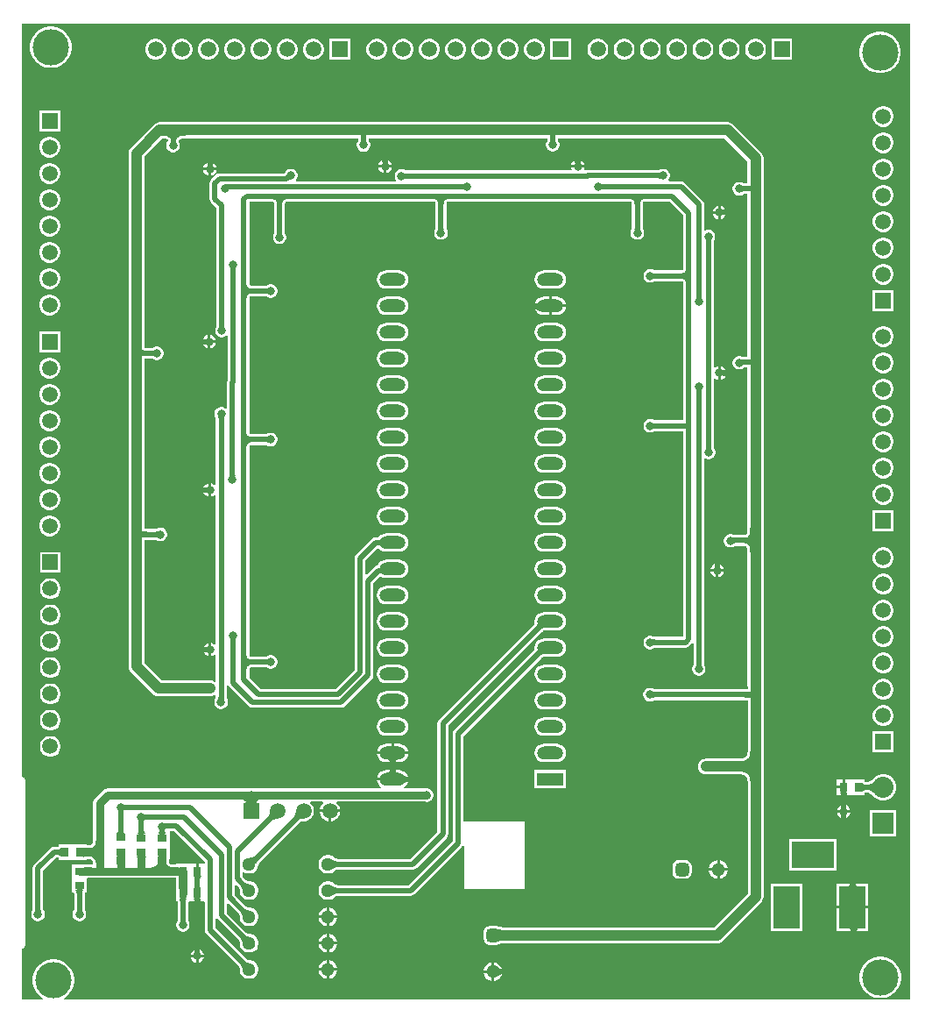
<source format=gbl>
G04*
G04 #@! TF.GenerationSoftware,Altium Limited,Altium Designer,22.7.1 (60)*
G04*
G04 Layer_Physical_Order=2*
G04 Layer_Color=16711680*
%FSLAX24Y24*%
%MOIN*%
G70*
G04*
G04 #@! TF.SameCoordinates,1DD6C3B8-EF33-4A04-8B88-EBD51A11C9DD*
G04*
G04*
G04 #@! TF.FilePolarity,Positive*
G04*
G01*
G75*
%ADD15C,0.0100*%
%ADD26R,0.0374X0.0315*%
%ADD28R,0.0315X0.0374*%
%ADD62C,0.0400*%
%ADD63C,0.0200*%
%ADD66C,0.0300*%
%ADD67C,0.0800*%
%ADD68R,0.0800X0.0800*%
%ADD69C,0.0591*%
%ADD70R,0.0591X0.0591*%
%ADD71R,0.0591X0.0591*%
%ADD72R,0.1000X0.1600*%
%ADD73R,0.1600X0.1000*%
%ADD74C,0.1380*%
%ADD75R,0.1000X0.0500*%
%ADD76O,0.1000X0.0500*%
%ADD77C,0.0512*%
G04:AMPARAMS|DCode=78|XSize=51.2mil|YSize=51.2mil|CornerRadius=12.8mil|HoleSize=0mil|Usage=FLASHONLY|Rotation=180.000|XOffset=0mil|YOffset=0mil|HoleType=Round|Shape=RoundedRectangle|*
%AMROUNDEDRECTD78*
21,1,0.0512,0.0256,0,0,180.0*
21,1,0.0256,0.0512,0,0,180.0*
1,1,0.0256,-0.0128,0.0128*
1,1,0.0256,0.0128,0.0128*
1,1,0.0256,0.0128,-0.0128*
1,1,0.0256,-0.0128,-0.0128*
%
%ADD78ROUNDEDRECTD78*%
G04:AMPARAMS|DCode=79|XSize=51.2mil|YSize=51.2mil|CornerRadius=12.8mil|HoleSize=0mil|Usage=FLASHONLY|Rotation=90.000|XOffset=0mil|YOffset=0mil|HoleType=Round|Shape=RoundedRectangle|*
%AMROUNDEDRECTD79*
21,1,0.0512,0.0256,0,0,90.0*
21,1,0.0256,0.0512,0,0,90.0*
1,1,0.0256,0.0128,0.0128*
1,1,0.0256,0.0128,-0.0128*
1,1,0.0256,-0.0128,-0.0128*
1,1,0.0256,-0.0128,0.0128*
%
%ADD79ROUNDEDRECTD79*%
%ADD80C,0.0315*%
G36*
X57887Y13001D02*
X25694D01*
X25679Y13051D01*
X25792Y13126D01*
X25902Y13236D01*
X25988Y13366D01*
X26048Y13510D01*
X26078Y13662D01*
Y13818D01*
X26048Y13971D01*
X25988Y14114D01*
X25902Y14244D01*
X25792Y14354D01*
X25662Y14440D01*
X25518Y14500D01*
X25366Y14530D01*
X25210D01*
X25057Y14500D01*
X24914Y14440D01*
X24784Y14354D01*
X24674Y14244D01*
X24588Y14114D01*
X24528Y13971D01*
X24498Y13818D01*
Y13662D01*
X24528Y13510D01*
X24588Y13366D01*
X24674Y13236D01*
X24784Y13126D01*
X24897Y13051D01*
X24882Y13001D01*
X24103D01*
Y14955D01*
X24110D01*
X24149Y14963D01*
X24182Y14985D01*
X24204Y15018D01*
X24212Y15057D01*
Y21360D01*
X24204Y21399D01*
X24182Y21432D01*
X24149Y21454D01*
X24110Y21462D01*
X24103D01*
Y50097D01*
X57887D01*
X57887Y13001D01*
D02*
G37*
%LPC*%
G36*
X44992Y49533D02*
X44201D01*
Y48743D01*
X44992D01*
Y49533D01*
D02*
G37*
G36*
X43649D02*
X43544D01*
X43444Y49506D01*
X43354Y49454D01*
X43280Y49381D01*
X43228Y49291D01*
X43201Y49190D01*
Y49086D01*
X43228Y48986D01*
X43280Y48895D01*
X43354Y48822D01*
X43444Y48770D01*
X43544Y48743D01*
X43649D01*
X43749Y48770D01*
X43839Y48822D01*
X43913Y48895D01*
X43965Y48986D01*
X43992Y49086D01*
Y49190D01*
X43965Y49291D01*
X43913Y49381D01*
X43839Y49454D01*
X43749Y49506D01*
X43649Y49533D01*
D02*
G37*
G36*
X42649D02*
X42544D01*
X42444Y49506D01*
X42354Y49454D01*
X42280Y49381D01*
X42228Y49291D01*
X42201Y49190D01*
Y49086D01*
X42228Y48986D01*
X42280Y48895D01*
X42354Y48822D01*
X42444Y48770D01*
X42544Y48743D01*
X42649D01*
X42749Y48770D01*
X42839Y48822D01*
X42913Y48895D01*
X42965Y48986D01*
X42992Y49086D01*
Y49190D01*
X42965Y49291D01*
X42913Y49381D01*
X42839Y49454D01*
X42749Y49506D01*
X42649Y49533D01*
D02*
G37*
G36*
X41649D02*
X41544D01*
X41444Y49506D01*
X41354Y49454D01*
X41280Y49381D01*
X41228Y49291D01*
X41201Y49190D01*
Y49086D01*
X41228Y48986D01*
X41280Y48895D01*
X41354Y48822D01*
X41444Y48770D01*
X41544Y48743D01*
X41649D01*
X41749Y48770D01*
X41839Y48822D01*
X41913Y48895D01*
X41965Y48986D01*
X41992Y49086D01*
Y49190D01*
X41965Y49291D01*
X41913Y49381D01*
X41839Y49454D01*
X41749Y49506D01*
X41649Y49533D01*
D02*
G37*
G36*
X40649D02*
X40544D01*
X40444Y49506D01*
X40354Y49454D01*
X40280Y49381D01*
X40228Y49291D01*
X40201Y49190D01*
Y49086D01*
X40228Y48986D01*
X40280Y48895D01*
X40354Y48822D01*
X40444Y48770D01*
X40544Y48743D01*
X40649D01*
X40749Y48770D01*
X40839Y48822D01*
X40913Y48895D01*
X40965Y48986D01*
X40992Y49086D01*
Y49190D01*
X40965Y49291D01*
X40913Y49381D01*
X40839Y49454D01*
X40749Y49506D01*
X40649Y49533D01*
D02*
G37*
G36*
X39649D02*
X39544D01*
X39444Y49506D01*
X39354Y49454D01*
X39280Y49381D01*
X39228Y49291D01*
X39201Y49190D01*
Y49086D01*
X39228Y48986D01*
X39280Y48895D01*
X39354Y48822D01*
X39444Y48770D01*
X39544Y48743D01*
X39649D01*
X39749Y48770D01*
X39839Y48822D01*
X39913Y48895D01*
X39965Y48986D01*
X39992Y49086D01*
Y49190D01*
X39965Y49291D01*
X39913Y49381D01*
X39839Y49454D01*
X39749Y49506D01*
X39649Y49533D01*
D02*
G37*
G36*
X38649D02*
X38544D01*
X38444Y49506D01*
X38354Y49454D01*
X38280Y49381D01*
X38228Y49291D01*
X38201Y49190D01*
Y49086D01*
X38228Y48986D01*
X38280Y48895D01*
X38354Y48822D01*
X38444Y48770D01*
X38544Y48743D01*
X38649D01*
X38749Y48770D01*
X38839Y48822D01*
X38913Y48895D01*
X38965Y48986D01*
X38992Y49086D01*
Y49190D01*
X38965Y49291D01*
X38913Y49381D01*
X38839Y49454D01*
X38749Y49506D01*
X38649Y49533D01*
D02*
G37*
G36*
X37649D02*
X37544D01*
X37444Y49506D01*
X37354Y49454D01*
X37280Y49381D01*
X37228Y49291D01*
X37201Y49190D01*
Y49086D01*
X37228Y48986D01*
X37280Y48895D01*
X37354Y48822D01*
X37444Y48770D01*
X37544Y48743D01*
X37649D01*
X37749Y48770D01*
X37839Y48822D01*
X37913Y48895D01*
X37965Y48986D01*
X37992Y49086D01*
Y49190D01*
X37965Y49291D01*
X37913Y49381D01*
X37839Y49454D01*
X37749Y49506D01*
X37649Y49533D01*
D02*
G37*
G36*
X53404Y49531D02*
X52614D01*
Y48741D01*
X53404D01*
Y49531D01*
D02*
G37*
G36*
X52061D02*
X51957D01*
X51857Y49505D01*
X51766Y49453D01*
X51693Y49379D01*
X51641Y49289D01*
X51614Y49188D01*
Y49084D01*
X51641Y48984D01*
X51693Y48893D01*
X51766Y48820D01*
X51857Y48768D01*
X51957Y48741D01*
X52061D01*
X52162Y48768D01*
X52252Y48820D01*
X52325Y48893D01*
X52378Y48984D01*
X52404Y49084D01*
Y49188D01*
X52378Y49289D01*
X52325Y49379D01*
X52252Y49453D01*
X52162Y49505D01*
X52061Y49531D01*
D02*
G37*
G36*
X51061D02*
X50957D01*
X50857Y49505D01*
X50766Y49453D01*
X50693Y49379D01*
X50641Y49289D01*
X50614Y49188D01*
Y49084D01*
X50641Y48984D01*
X50693Y48893D01*
X50766Y48820D01*
X50857Y48768D01*
X50957Y48741D01*
X51061D01*
X51162Y48768D01*
X51252Y48820D01*
X51325Y48893D01*
X51378Y48984D01*
X51404Y49084D01*
Y49188D01*
X51378Y49289D01*
X51325Y49379D01*
X51252Y49453D01*
X51162Y49505D01*
X51061Y49531D01*
D02*
G37*
G36*
X50061D02*
X49957D01*
X49857Y49505D01*
X49766Y49453D01*
X49693Y49379D01*
X49641Y49289D01*
X49614Y49188D01*
Y49084D01*
X49641Y48984D01*
X49693Y48893D01*
X49766Y48820D01*
X49857Y48768D01*
X49957Y48741D01*
X50061D01*
X50162Y48768D01*
X50252Y48820D01*
X50325Y48893D01*
X50378Y48984D01*
X50404Y49084D01*
Y49188D01*
X50378Y49289D01*
X50325Y49379D01*
X50252Y49453D01*
X50162Y49505D01*
X50061Y49531D01*
D02*
G37*
G36*
X49061D02*
X48957D01*
X48857Y49505D01*
X48766Y49453D01*
X48693Y49379D01*
X48641Y49289D01*
X48614Y49188D01*
Y49084D01*
X48641Y48984D01*
X48693Y48893D01*
X48766Y48820D01*
X48857Y48768D01*
X48957Y48741D01*
X49061D01*
X49162Y48768D01*
X49252Y48820D01*
X49325Y48893D01*
X49378Y48984D01*
X49404Y49084D01*
Y49188D01*
X49378Y49289D01*
X49325Y49379D01*
X49252Y49453D01*
X49162Y49505D01*
X49061Y49531D01*
D02*
G37*
G36*
X48061D02*
X47957D01*
X47857Y49505D01*
X47766Y49453D01*
X47693Y49379D01*
X47641Y49289D01*
X47614Y49188D01*
Y49084D01*
X47641Y48984D01*
X47693Y48893D01*
X47766Y48820D01*
X47857Y48768D01*
X47957Y48741D01*
X48061D01*
X48162Y48768D01*
X48252Y48820D01*
X48325Y48893D01*
X48378Y48984D01*
X48404Y49084D01*
Y49188D01*
X48378Y49289D01*
X48325Y49379D01*
X48252Y49453D01*
X48162Y49505D01*
X48061Y49531D01*
D02*
G37*
G36*
X47061D02*
X46957D01*
X46857Y49505D01*
X46766Y49453D01*
X46693Y49379D01*
X46641Y49289D01*
X46614Y49188D01*
Y49084D01*
X46641Y48984D01*
X46693Y48893D01*
X46766Y48820D01*
X46857Y48768D01*
X46957Y48741D01*
X47061D01*
X47162Y48768D01*
X47252Y48820D01*
X47325Y48893D01*
X47378Y48984D01*
X47404Y49084D01*
Y49188D01*
X47378Y49289D01*
X47325Y49379D01*
X47252Y49453D01*
X47162Y49505D01*
X47061Y49531D01*
D02*
G37*
G36*
X46061D02*
X45957D01*
X45857Y49505D01*
X45766Y49453D01*
X45693Y49379D01*
X45641Y49289D01*
X45614Y49188D01*
Y49084D01*
X45641Y48984D01*
X45693Y48893D01*
X45766Y48820D01*
X45857Y48768D01*
X45957Y48741D01*
X46061D01*
X46162Y48768D01*
X46252Y48820D01*
X46325Y48893D01*
X46378Y48984D01*
X46404Y49084D01*
Y49188D01*
X46378Y49289D01*
X46325Y49379D01*
X46252Y49453D01*
X46162Y49505D01*
X46061Y49531D01*
D02*
G37*
G36*
X36579D02*
X35789D01*
Y48741D01*
X36579D01*
Y49531D01*
D02*
G37*
G36*
X35236D02*
X35132D01*
X35031Y49505D01*
X34941Y49453D01*
X34868Y49379D01*
X34815Y49289D01*
X34789Y49188D01*
Y49084D01*
X34815Y48984D01*
X34868Y48893D01*
X34941Y48820D01*
X35031Y48768D01*
X35132Y48741D01*
X35236D01*
X35336Y48768D01*
X35427Y48820D01*
X35500Y48893D01*
X35552Y48984D01*
X35579Y49084D01*
Y49188D01*
X35552Y49289D01*
X35500Y49379D01*
X35427Y49453D01*
X35336Y49505D01*
X35236Y49531D01*
D02*
G37*
G36*
X34236D02*
X34132D01*
X34031Y49505D01*
X33941Y49453D01*
X33868Y49379D01*
X33816Y49289D01*
X33789Y49188D01*
Y49084D01*
X33816Y48984D01*
X33868Y48893D01*
X33941Y48820D01*
X34031Y48768D01*
X34132Y48741D01*
X34236D01*
X34336Y48768D01*
X34427Y48820D01*
X34500Y48893D01*
X34552Y48984D01*
X34579Y49084D01*
Y49188D01*
X34552Y49289D01*
X34500Y49379D01*
X34427Y49453D01*
X34336Y49505D01*
X34236Y49531D01*
D02*
G37*
G36*
X33236D02*
X33132D01*
X33031Y49505D01*
X32941Y49453D01*
X32868Y49379D01*
X32815Y49289D01*
X32789Y49188D01*
Y49084D01*
X32815Y48984D01*
X32868Y48893D01*
X32941Y48820D01*
X33031Y48768D01*
X33132Y48741D01*
X33236D01*
X33336Y48768D01*
X33427Y48820D01*
X33500Y48893D01*
X33552Y48984D01*
X33579Y49084D01*
Y49188D01*
X33552Y49289D01*
X33500Y49379D01*
X33427Y49453D01*
X33336Y49505D01*
X33236Y49531D01*
D02*
G37*
G36*
X32236D02*
X32132D01*
X32031Y49505D01*
X31941Y49453D01*
X31868Y49379D01*
X31816Y49289D01*
X31789Y49188D01*
Y49084D01*
X31816Y48984D01*
X31868Y48893D01*
X31941Y48820D01*
X32031Y48768D01*
X32132Y48741D01*
X32236D01*
X32336Y48768D01*
X32427Y48820D01*
X32500Y48893D01*
X32552Y48984D01*
X32579Y49084D01*
Y49188D01*
X32552Y49289D01*
X32500Y49379D01*
X32427Y49453D01*
X32336Y49505D01*
X32236Y49531D01*
D02*
G37*
G36*
X31236D02*
X31132D01*
X31031Y49505D01*
X30941Y49453D01*
X30868Y49379D01*
X30815Y49289D01*
X30789Y49188D01*
Y49084D01*
X30815Y48984D01*
X30868Y48893D01*
X30941Y48820D01*
X31031Y48768D01*
X31132Y48741D01*
X31236D01*
X31336Y48768D01*
X31427Y48820D01*
X31500Y48893D01*
X31552Y48984D01*
X31579Y49084D01*
Y49188D01*
X31552Y49289D01*
X31500Y49379D01*
X31427Y49453D01*
X31336Y49505D01*
X31236Y49531D01*
D02*
G37*
G36*
X30236D02*
X30132D01*
X30031Y49505D01*
X29941Y49453D01*
X29868Y49379D01*
X29815Y49289D01*
X29789Y49188D01*
Y49084D01*
X29815Y48984D01*
X29868Y48893D01*
X29941Y48820D01*
X30031Y48768D01*
X30132Y48741D01*
X30236D01*
X30336Y48768D01*
X30427Y48820D01*
X30500Y48893D01*
X30552Y48984D01*
X30579Y49084D01*
Y49188D01*
X30552Y49289D01*
X30500Y49379D01*
X30427Y49453D01*
X30336Y49505D01*
X30236Y49531D01*
D02*
G37*
G36*
X29236D02*
X29132D01*
X29031Y49505D01*
X28941Y49453D01*
X28868Y49379D01*
X28816Y49289D01*
X28789Y49188D01*
Y49084D01*
X28816Y48984D01*
X28868Y48893D01*
X28941Y48820D01*
X29031Y48768D01*
X29132Y48741D01*
X29236D01*
X29336Y48768D01*
X29427Y48820D01*
X29500Y48893D01*
X29552Y48984D01*
X29579Y49084D01*
Y49188D01*
X29552Y49289D01*
X29500Y49379D01*
X29427Y49453D01*
X29336Y49505D01*
X29236Y49531D01*
D02*
G37*
G36*
X25271Y50005D02*
X25115D01*
X24962Y49975D01*
X24819Y49915D01*
X24689Y49829D01*
X24579Y49719D01*
X24493Y49589D01*
X24433Y49445D01*
X24403Y49293D01*
Y49137D01*
X24433Y48985D01*
X24493Y48841D01*
X24579Y48711D01*
X24689Y48601D01*
X24819Y48515D01*
X24962Y48455D01*
X25115Y48425D01*
X25271D01*
X25423Y48455D01*
X25567Y48515D01*
X25696Y48601D01*
X25806Y48711D01*
X25893Y48841D01*
X25952Y48985D01*
X25983Y49137D01*
Y49293D01*
X25952Y49445D01*
X25893Y49589D01*
X25806Y49719D01*
X25696Y49829D01*
X25567Y49915D01*
X25423Y49975D01*
X25271Y50005D01*
D02*
G37*
G36*
X56822Y49808D02*
X56666D01*
X56514Y49778D01*
X56370Y49718D01*
X56241Y49632D01*
X56131Y49522D01*
X56044Y49392D01*
X55985Y49249D01*
X55954Y49096D01*
Y48940D01*
X55985Y48788D01*
X56044Y48644D01*
X56131Y48514D01*
X56241Y48404D01*
X56370Y48318D01*
X56514Y48258D01*
X56666Y48228D01*
X56822D01*
X56975Y48258D01*
X57118Y48318D01*
X57248Y48404D01*
X57358Y48514D01*
X57444Y48644D01*
X57504Y48788D01*
X57534Y48940D01*
Y49096D01*
X57504Y49249D01*
X57444Y49392D01*
X57358Y49522D01*
X57248Y49632D01*
X57118Y49718D01*
X56975Y49778D01*
X56822Y49808D01*
D02*
G37*
G36*
X56914Y46976D02*
X56810D01*
X56710Y46949D01*
X56620Y46897D01*
X56546Y46824D01*
X56494Y46733D01*
X56467Y46633D01*
Y46529D01*
X56494Y46428D01*
X56546Y46338D01*
X56620Y46265D01*
X56710Y46213D01*
X56810Y46186D01*
X56914D01*
X57015Y46213D01*
X57105Y46265D01*
X57179Y46338D01*
X57231Y46428D01*
X57258Y46529D01*
Y46633D01*
X57231Y46733D01*
X57179Y46824D01*
X57105Y46897D01*
X57015Y46949D01*
X56914Y46976D01*
D02*
G37*
G36*
X25543Y46811D02*
X24752D01*
Y46021D01*
X25543D01*
Y46811D01*
D02*
G37*
G36*
X56914Y45976D02*
X56810D01*
X56710Y45949D01*
X56620Y45897D01*
X56546Y45824D01*
X56494Y45733D01*
X56467Y45633D01*
Y45529D01*
X56494Y45428D01*
X56546Y45338D01*
X56620Y45265D01*
X56710Y45213D01*
X56810Y45186D01*
X56914D01*
X57015Y45213D01*
X57105Y45265D01*
X57179Y45338D01*
X57231Y45428D01*
X57258Y45529D01*
Y45633D01*
X57231Y45733D01*
X57179Y45824D01*
X57105Y45897D01*
X57015Y45949D01*
X56914Y45976D01*
D02*
G37*
G36*
X25199Y45811D02*
X25095D01*
X24995Y45784D01*
X24905Y45732D01*
X24831Y45659D01*
X24779Y45568D01*
X24752Y45468D01*
Y45364D01*
X24779Y45263D01*
X24831Y45173D01*
X24905Y45100D01*
X24995Y45048D01*
X25095Y45021D01*
X25199D01*
X25300Y45048D01*
X25390Y45100D01*
X25464Y45173D01*
X25516Y45263D01*
X25543Y45364D01*
Y45468D01*
X25516Y45568D01*
X25464Y45659D01*
X25390Y45732D01*
X25300Y45784D01*
X25199Y45811D01*
D02*
G37*
G36*
X38030Y44917D02*
X38029Y44915D01*
X38019Y44885D01*
X38013Y44853D01*
X38016Y44815D01*
X38017Y44808D01*
X38019Y44804D01*
X38021Y44801D01*
X37961D01*
Y44738D01*
X38164D01*
X38151Y44788D01*
X38117Y44847D01*
X38069Y44895D01*
X38030Y44917D01*
D02*
G37*
G36*
X37792D02*
X37753Y44895D01*
X37705Y44847D01*
X37671Y44788D01*
X37658Y44738D01*
X37861D01*
Y44801D01*
X37801D01*
X37803Y44804D01*
X37804Y44808D01*
X37806Y44815D01*
X37807Y44822D01*
X37809Y44843D01*
X37809Y44844D01*
X37809Y44851D01*
X37803Y44885D01*
X37793Y44915D01*
X37792Y44917D01*
D02*
G37*
G36*
X45358Y44909D02*
X45350Y44885D01*
X45344Y44851D01*
X45344Y44850D01*
X45347Y44805D01*
X45349Y44799D01*
X45350Y44794D01*
X45352Y44791D01*
X45292D01*
Y44729D01*
X45495D01*
X45482Y44778D01*
X45448Y44837D01*
X45400Y44885D01*
X45358Y44909D01*
D02*
G37*
G36*
X45126D02*
X45084Y44885D01*
X45036Y44837D01*
X45002Y44778D01*
X44989Y44729D01*
X45192D01*
Y44791D01*
X45132D01*
X45134Y44794D01*
X45136Y44799D01*
X45137Y44805D01*
X45138Y44813D01*
X45141Y44833D01*
X45141Y44839D01*
X45140Y44851D01*
X45134Y44885D01*
X45126Y44909D01*
D02*
G37*
G36*
X31297Y44836D02*
Y44799D01*
X31347D01*
X31347Y44781D01*
X31352Y44709D01*
X31353Y44702D01*
X31355Y44698D01*
X31357Y44695D01*
X31297D01*
Y44633D01*
X31500D01*
X31487Y44682D01*
X31453Y44741D01*
X31405Y44789D01*
X31346Y44822D01*
X31297Y44836D01*
D02*
G37*
G36*
X31197D02*
X31148Y44822D01*
X31089Y44789D01*
X31041Y44741D01*
X31007Y44682D01*
X30994Y44633D01*
X31197D01*
Y44695D01*
X31137D01*
X31139Y44698D01*
X31140Y44702D01*
X31142Y44709D01*
X31143Y44716D01*
X31145Y44737D01*
X31147Y44765D01*
X31147Y44799D01*
X31197D01*
Y44836D01*
D02*
G37*
G36*
X38164Y44638D02*
X37961D01*
Y44435D01*
X38010Y44449D01*
X38069Y44482D01*
X38117Y44530D01*
X38151Y44589D01*
X38164Y44638D01*
D02*
G37*
G36*
X37861D02*
X37658D01*
X37671Y44589D01*
X37705Y44530D01*
X37753Y44482D01*
X37812Y44449D01*
X37861Y44435D01*
Y44638D01*
D02*
G37*
G36*
X31500Y44533D02*
X31297D01*
Y44329D01*
X31346Y44343D01*
X31405Y44377D01*
X31453Y44424D01*
X31487Y44483D01*
X31500Y44533D01*
D02*
G37*
G36*
X31197D02*
X30994D01*
X31007Y44483D01*
X31041Y44424D01*
X31089Y44377D01*
X31148Y44343D01*
X31197Y44329D01*
Y44533D01*
D02*
G37*
G36*
X56914Y44976D02*
X56810D01*
X56710Y44949D01*
X56620Y44897D01*
X56546Y44824D01*
X56494Y44733D01*
X56467Y44633D01*
Y44529D01*
X56494Y44428D01*
X56546Y44338D01*
X56620Y44265D01*
X56710Y44213D01*
X56810Y44186D01*
X56914D01*
X57015Y44213D01*
X57105Y44265D01*
X57179Y44338D01*
X57231Y44428D01*
X57258Y44529D01*
Y44633D01*
X57231Y44733D01*
X57179Y44824D01*
X57105Y44897D01*
X57015Y44949D01*
X56914Y44976D01*
D02*
G37*
G36*
X29329Y46360D02*
X29251Y46350D01*
X29178Y46320D01*
X29115Y46272D01*
X29115Y46272D01*
X28246Y45403D01*
X28198Y45340D01*
X28168Y45267D01*
X28158Y45189D01*
Y37580D01*
Y30690D01*
Y25663D01*
X28168Y25585D01*
X28198Y25512D01*
X28246Y25449D01*
X29073Y24622D01*
X29136Y24574D01*
X29209Y24544D01*
X29287Y24533D01*
X31249D01*
X31328Y24544D01*
X31401Y24574D01*
X31421Y24589D01*
X31471Y24564D01*
Y24475D01*
X31464Y24468D01*
X31430Y24409D01*
X31413Y24344D01*
Y24276D01*
X31430Y24211D01*
X31464Y24152D01*
X31512Y24104D01*
X31571Y24070D01*
X31636Y24053D01*
X31704D01*
X31769Y24070D01*
X31828Y24104D01*
X31876Y24152D01*
X31910Y24211D01*
X31927Y24276D01*
Y24344D01*
X31910Y24409D01*
X31879Y24462D01*
X31879Y24476D01*
Y24982D01*
X31929Y24987D01*
X31932Y24971D01*
X31976Y24905D01*
X32719Y24162D01*
X32785Y24118D01*
X32863Y24102D01*
X36240D01*
X36318Y24118D01*
X36385Y24162D01*
X37404Y25182D01*
X37448Y25248D01*
X37464Y25326D01*
X37464Y25326D01*
Y28826D01*
X37739Y29101D01*
X37773Y29074D01*
X37859Y29039D01*
X37950Y29027D01*
X38450D01*
X38541Y29039D01*
X38627Y29074D01*
X38700Y29130D01*
X38756Y29203D01*
X38791Y29289D01*
X38803Y29380D01*
X38791Y29471D01*
X38756Y29557D01*
X38700Y29630D01*
X38627Y29686D01*
X38541Y29721D01*
X38450Y29733D01*
X37950D01*
X37859Y29721D01*
X37773Y29686D01*
X37700Y29630D01*
X37644Y29557D01*
X37628Y29518D01*
X37595Y29511D01*
X37528Y29467D01*
X37210Y29148D01*
X37164Y29168D01*
Y29696D01*
X37625Y30156D01*
X37684Y30152D01*
X37700Y30130D01*
X37773Y30074D01*
X37859Y30039D01*
X37950Y30027D01*
X38450D01*
X38541Y30039D01*
X38627Y30074D01*
X38700Y30130D01*
X38756Y30203D01*
X38791Y30289D01*
X38803Y30380D01*
X38791Y30471D01*
X38756Y30557D01*
X38700Y30630D01*
X38627Y30686D01*
X38541Y30721D01*
X38450Y30733D01*
X37950D01*
X37859Y30721D01*
X37773Y30686D01*
X37700Y30630D01*
X37669Y30588D01*
X37665Y30588D01*
X37613Y30584D01*
X37560D01*
X37482Y30568D01*
X37416Y30524D01*
X36816Y29924D01*
X36772Y29858D01*
X36756Y29780D01*
Y25541D01*
X36025Y24810D01*
X33188D01*
X32742Y25256D01*
Y25565D01*
X32746Y25583D01*
X32751Y25597D01*
X32756Y25607D01*
X32761Y25613D01*
X32768Y25619D01*
X32777Y25624D01*
X32792Y25629D01*
X32810Y25632D01*
X33406D01*
X33408Y25630D01*
X33466Y25596D01*
X33532Y25578D01*
X33600D01*
X33665Y25596D01*
X33724Y25630D01*
X33772Y25678D01*
X33806Y25736D01*
X33823Y25802D01*
Y25870D01*
X33806Y25935D01*
X33772Y25994D01*
X33724Y26042D01*
X33665Y26076D01*
X33600Y26093D01*
X33532D01*
X33466Y26076D01*
X33408Y26042D01*
X33407Y26041D01*
X33391Y26040D01*
X32810D01*
X32792Y26043D01*
X32777Y26048D01*
X32768Y26053D01*
X32761Y26058D01*
X32756Y26065D01*
X32751Y26074D01*
X32746Y26089D01*
X32742Y26107D01*
Y34023D01*
X32746Y34041D01*
X32751Y34055D01*
X32756Y34065D01*
X32761Y34071D01*
X32768Y34077D01*
X32777Y34082D01*
X32792Y34087D01*
X32810Y34090D01*
X33406D01*
X33408Y34088D01*
X33466Y34054D01*
X33532Y34036D01*
X33600D01*
X33665Y34054D01*
X33724Y34088D01*
X33772Y34136D01*
X33806Y34194D01*
X33823Y34260D01*
Y34328D01*
X33806Y34393D01*
X33772Y34452D01*
X33724Y34500D01*
X33665Y34534D01*
X33600Y34551D01*
X33532D01*
X33466Y34534D01*
X33408Y34500D01*
X33407Y34499D01*
X33391Y34498D01*
X32810D01*
X32792Y34501D01*
X32777Y34506D01*
X32768Y34511D01*
X32761Y34516D01*
X32756Y34523D01*
X32751Y34532D01*
X32746Y34547D01*
X32742Y34565D01*
Y39674D01*
X32746Y39692D01*
X32751Y39706D01*
X32756Y39716D01*
X32761Y39723D01*
X32768Y39728D01*
X32777Y39733D01*
X32792Y39738D01*
X32810Y39741D01*
X33406D01*
X33408Y39739D01*
X33466Y39705D01*
X33532Y39688D01*
X33600D01*
X33665Y39705D01*
X33724Y39739D01*
X33772Y39787D01*
X33806Y39846D01*
X33823Y39911D01*
Y39979D01*
X33806Y40044D01*
X33772Y40103D01*
X33724Y40151D01*
X33665Y40185D01*
X33600Y40203D01*
X33532D01*
X33466Y40185D01*
X33408Y40151D01*
X33407Y40150D01*
X33391Y40149D01*
X32810D01*
X32792Y40152D01*
X32777Y40157D01*
X32768Y40162D01*
X32761Y40167D01*
X32756Y40174D01*
X32751Y40184D01*
X32746Y40198D01*
X32742Y40216D01*
Y43337D01*
X33629D01*
X33647Y43334D01*
X33661Y43329D01*
X33671Y43324D01*
X33678Y43319D01*
X33683Y43312D01*
X33688Y43302D01*
X33693Y43288D01*
X33696Y43270D01*
Y42150D01*
X33694Y42148D01*
X33660Y42089D01*
X33643Y42024D01*
Y41956D01*
X33660Y41891D01*
X33694Y41832D01*
X33742Y41784D01*
X33801Y41750D01*
X33866Y41733D01*
X33934D01*
X33999Y41750D01*
X34058Y41784D01*
X34106Y41832D01*
X34140Y41891D01*
X34157Y41956D01*
Y42024D01*
X34140Y42089D01*
X34106Y42148D01*
X34105Y42149D01*
X34104Y42164D01*
Y43270D01*
X34107Y43288D01*
X34112Y43302D01*
X34117Y43312D01*
X34122Y43319D01*
X34129Y43324D01*
X34139Y43329D01*
X34153Y43334D01*
X34171Y43337D01*
X39769D01*
X39787Y43334D01*
X39801Y43329D01*
X39811Y43324D01*
X39818Y43319D01*
X39823Y43312D01*
X39828Y43302D01*
X39833Y43288D01*
X39836Y43270D01*
Y42314D01*
X39834Y42311D01*
X39800Y42253D01*
X39783Y42187D01*
Y42119D01*
X39800Y42054D01*
X39834Y41995D01*
X39882Y41947D01*
X39941Y41913D01*
X40006Y41896D01*
X40074D01*
X40139Y41913D01*
X40198Y41947D01*
X40246Y41995D01*
X40280Y42054D01*
X40297Y42119D01*
Y42187D01*
X40280Y42253D01*
X40246Y42311D01*
X40245Y42313D01*
X40244Y42328D01*
Y43270D01*
X40247Y43288D01*
X40252Y43302D01*
X40257Y43312D01*
X40262Y43319D01*
X40269Y43324D01*
X40279Y43329D01*
X40293Y43334D01*
X40311Y43337D01*
X43755D01*
X43755Y43337D01*
X47239D01*
X47257Y43334D01*
X47271Y43329D01*
X47281Y43324D01*
X47288Y43319D01*
X47293Y43312D01*
X47298Y43302D01*
X47303Y43288D01*
X47306Y43270D01*
Y42314D01*
X47304Y42311D01*
X47270Y42253D01*
X47253Y42187D01*
Y42119D01*
X47270Y42054D01*
X47304Y41995D01*
X47352Y41947D01*
X47411Y41913D01*
X47476Y41896D01*
X47544D01*
X47609Y41913D01*
X47668Y41947D01*
X47716Y41995D01*
X47750Y42054D01*
X47767Y42119D01*
Y42187D01*
X47750Y42253D01*
X47716Y42311D01*
X47715Y42313D01*
X47714Y42328D01*
Y43270D01*
X47717Y43288D01*
X47722Y43302D01*
X47727Y43312D01*
X47732Y43319D01*
X47739Y43324D01*
X47749Y43329D01*
X47763Y43334D01*
X47781Y43337D01*
X48752D01*
X49256Y42833D01*
Y40791D01*
X49253Y40773D01*
X49248Y40759D01*
X49243Y40749D01*
X49238Y40742D01*
X49231Y40737D01*
X49221Y40732D01*
X49207Y40727D01*
X49189Y40724D01*
X48161D01*
X48159Y40726D01*
X48100Y40760D01*
X48035Y40777D01*
X47967D01*
X47902Y40760D01*
X47843Y40726D01*
X47795Y40678D01*
X47761Y40619D01*
X47743Y40554D01*
Y40486D01*
X47761Y40421D01*
X47795Y40362D01*
X47843Y40314D01*
X47902Y40280D01*
X47967Y40263D01*
X48035D01*
X48100Y40280D01*
X48159Y40314D01*
X48160Y40315D01*
X48175Y40316D01*
X49189D01*
X49207Y40313D01*
X49221Y40308D01*
X49231Y40303D01*
X49238Y40298D01*
X49243Y40291D01*
X49248Y40281D01*
X49253Y40267D01*
X49256Y40249D01*
Y35024D01*
X48161D01*
X48159Y35026D01*
X48100Y35060D01*
X48035Y35077D01*
X47967D01*
X47902Y35060D01*
X47843Y35026D01*
X47795Y34978D01*
X47761Y34919D01*
X47743Y34854D01*
Y34786D01*
X47761Y34721D01*
X47795Y34662D01*
X47843Y34614D01*
X47902Y34580D01*
X47967Y34563D01*
X48035D01*
X48100Y34580D01*
X48159Y34614D01*
X48160Y34615D01*
X48175Y34616D01*
X49256D01*
Y26793D01*
X48148D01*
X48100Y26821D01*
X48035Y26838D01*
X47967D01*
X47902Y26821D01*
X47843Y26787D01*
X47795Y26739D01*
X47761Y26680D01*
X47743Y26615D01*
Y26547D01*
X47761Y26482D01*
X47795Y26423D01*
X47843Y26375D01*
X47902Y26341D01*
X47967Y26323D01*
X48035D01*
X48100Y26341D01*
X48159Y26375D01*
X48169Y26385D01*
X48182Y26386D01*
X49343D01*
X49421Y26401D01*
X49487Y26445D01*
X49601Y26559D01*
X49616Y26557D01*
X49651Y26542D01*
Y25735D01*
X49644Y25728D01*
X49610Y25669D01*
X49593Y25604D01*
Y25536D01*
X49610Y25471D01*
X49644Y25412D01*
X49692Y25364D01*
X49751Y25330D01*
X49816Y25313D01*
X49884D01*
X49949Y25330D01*
X50008Y25364D01*
X50056Y25412D01*
X50090Y25471D01*
X50107Y25536D01*
Y25604D01*
X50090Y25669D01*
X50059Y25722D01*
X50058Y25736D01*
Y33557D01*
X50108Y33585D01*
X50131Y33573D01*
X50196Y33555D01*
X50264D01*
X50329Y33573D01*
X50388Y33607D01*
X50436Y33654D01*
X50470Y33713D01*
X50487Y33779D01*
Y33846D01*
X50470Y33912D01*
X50436Y33971D01*
X50435Y33972D01*
X50434Y33987D01*
Y36560D01*
X50433Y36565D01*
Y36599D01*
X50482Y36621D01*
X50541Y36587D01*
X50590Y36574D01*
Y36827D01*
Y37080D01*
X50541Y37067D01*
X50482Y37033D01*
X50433Y37055D01*
Y41883D01*
X50455Y41921D01*
X50472Y41986D01*
Y42054D01*
X50455Y42119D01*
X50421Y42178D01*
X50373Y42226D01*
X50314Y42260D01*
X50249Y42277D01*
X50181D01*
X50115Y42260D01*
X50102Y42252D01*
X50058Y42277D01*
Y43235D01*
X50043Y43313D01*
X49999Y43380D01*
X49324Y44054D01*
X49258Y44098D01*
X49180Y44114D01*
X48713D01*
X48692Y44164D01*
X48696Y44168D01*
X48730Y44226D01*
X48747Y44292D01*
Y44360D01*
X48730Y44425D01*
X48696Y44484D01*
X48648Y44532D01*
X48589Y44566D01*
X48524Y44583D01*
X48456D01*
X48391Y44566D01*
X48332Y44532D01*
X48331Y44531D01*
X48316Y44530D01*
X45633D01*
X45604Y44524D01*
X45500D01*
X45475Y44567D01*
X45482Y44579D01*
X45495Y44629D01*
X44989D01*
X45002Y44579D01*
X45009Y44567D01*
X44984Y44524D01*
X38700D01*
X38698Y44526D01*
X38639Y44560D01*
X38574Y44577D01*
X38506D01*
X38441Y44560D01*
X38382Y44526D01*
X38334Y44478D01*
X38300Y44419D01*
X38283Y44354D01*
Y44286D01*
X38300Y44221D01*
X38333Y44164D01*
X38331Y44155D01*
X38311Y44114D01*
X34539D01*
X34518Y44164D01*
X34526Y44172D01*
X34560Y44231D01*
X34577Y44296D01*
Y44364D01*
X34560Y44429D01*
X34526Y44488D01*
X34478Y44536D01*
X34419Y44570D01*
X34354Y44587D01*
X34286D01*
X34221Y44570D01*
X34162Y44536D01*
X34114Y44488D01*
X34080Y44429D01*
X34077Y44418D01*
X31618D01*
X31540Y44402D01*
X31474Y44358D01*
X31288Y44172D01*
X31244Y44106D01*
X31229Y44028D01*
Y43453D01*
X31244Y43375D01*
X31288Y43309D01*
X31476Y43121D01*
Y38572D01*
X31460Y38544D01*
X31443Y38479D01*
Y38411D01*
X31460Y38346D01*
X31494Y38287D01*
X31542Y38239D01*
X31601Y38205D01*
X31666Y38188D01*
X31734D01*
X31799Y38205D01*
X31858Y38239D01*
X31867Y38248D01*
X31917Y38228D01*
Y36539D01*
X31902Y36464D01*
Y35482D01*
X31852Y35462D01*
X31838Y35476D01*
X31779Y35510D01*
X31714Y35527D01*
X31646D01*
X31581Y35510D01*
X31522Y35476D01*
X31474Y35428D01*
X31440Y35369D01*
X31423Y35304D01*
Y35236D01*
X31440Y35171D01*
X31470Y35119D01*
X31471Y35106D01*
Y32591D01*
X31421Y32570D01*
X31405Y32586D01*
X31346Y32620D01*
X31297Y32633D01*
Y32380D01*
Y32127D01*
X31346Y32140D01*
X31405Y32174D01*
X31421Y32190D01*
X31471Y32169D01*
Y26524D01*
X31421Y26504D01*
X31407Y26517D01*
X31349Y26551D01*
X31299Y26564D01*
Y26311D01*
Y26058D01*
X31349Y26071D01*
X31407Y26105D01*
X31421Y26118D01*
X31471Y26097D01*
Y25107D01*
X31421Y25082D01*
X31401Y25098D01*
X31328Y25128D01*
X31249Y25138D01*
X29413D01*
X28763Y25788D01*
Y30474D01*
X28939Y30486D01*
X29207D01*
X29209Y30484D01*
X29268Y30450D01*
X29333Y30433D01*
X29401D01*
X29467Y30450D01*
X29525Y30484D01*
X29573Y30532D01*
X29607Y30591D01*
X29625Y30656D01*
Y30724D01*
X29607Y30789D01*
X29573Y30848D01*
X29525Y30896D01*
X29467Y30930D01*
X29401Y30947D01*
X29333D01*
X29268Y30930D01*
X29209Y30896D01*
X29208Y30895D01*
X29193Y30894D01*
X28916D01*
X28784Y30898D01*
X28763Y30900D01*
Y37364D01*
X28939Y37376D01*
X29068D01*
X29070Y37374D01*
X29128Y37340D01*
X29194Y37323D01*
X29262D01*
X29327Y37340D01*
X29386Y37374D01*
X29434Y37422D01*
X29468Y37481D01*
X29485Y37546D01*
Y37614D01*
X29468Y37679D01*
X29434Y37738D01*
X29386Y37786D01*
X29327Y37820D01*
X29262Y37837D01*
X29194D01*
X29128Y37820D01*
X29070Y37786D01*
X29069Y37785D01*
X29053Y37784D01*
X28916D01*
X28784Y37788D01*
X28763Y37790D01*
Y45064D01*
X29452Y45753D01*
X29499Y45749D01*
X29550Y45740D01*
X29591Y45729D01*
X29622Y45717D01*
X29642Y45704D01*
X29645Y45701D01*
X29650Y45645D01*
X29636Y45631D01*
X29602Y45572D01*
X29585Y45507D01*
Y45439D01*
X29602Y45374D01*
X29636Y45315D01*
X29684Y45267D01*
X29743Y45233D01*
X29808Y45215D01*
X29876D01*
X29941Y45233D01*
X30000Y45267D01*
X30048Y45315D01*
X30082Y45374D01*
X30100Y45439D01*
Y45507D01*
X30082Y45572D01*
X30072Y45590D01*
Y45664D01*
X30072Y45674D01*
X30076Y45684D01*
X30082Y45693D01*
X30094Y45704D01*
X30114Y45717D01*
X30145Y45729D01*
X30185Y45740D01*
X30237Y45749D01*
X30298Y45754D01*
X30345Y45755D01*
X36885D01*
Y45656D01*
X36883Y45654D01*
X36849Y45595D01*
X36831Y45530D01*
Y45462D01*
X36849Y45397D01*
X36883Y45338D01*
X36931Y45290D01*
X36989Y45256D01*
X37055Y45238D01*
X37123D01*
X37188Y45256D01*
X37247Y45290D01*
X37295Y45338D01*
X37329Y45397D01*
X37346Y45462D01*
Y45530D01*
X37329Y45595D01*
X37295Y45654D01*
X37294Y45655D01*
X37293Y45670D01*
Y45755D01*
X44086D01*
Y45657D01*
X44084Y45655D01*
X44050Y45596D01*
X44032Y45531D01*
Y45463D01*
X44050Y45398D01*
X44084Y45339D01*
X44132Y45291D01*
X44190Y45257D01*
X44256Y45239D01*
X44324D01*
X44389Y45257D01*
X44448Y45291D01*
X44496Y45339D01*
X44530Y45398D01*
X44547Y45463D01*
Y45531D01*
X44530Y45596D01*
X44496Y45655D01*
X44495Y45656D01*
X44494Y45671D01*
Y45755D01*
X50819D01*
X51707Y44867D01*
Y44033D01*
X51548D01*
X51545Y44036D01*
X51487Y44069D01*
X51421Y44087D01*
X51353D01*
X51288Y44069D01*
X51229Y44036D01*
X51181Y43988D01*
X51147Y43929D01*
X51130Y43863D01*
Y43796D01*
X51147Y43730D01*
X51181Y43671D01*
X51229Y43623D01*
X51288Y43590D01*
X51353Y43572D01*
X51421D01*
X51487Y43590D01*
X51545Y43623D01*
X51547Y43625D01*
X51562Y43626D01*
X51707D01*
Y37442D01*
X51511D01*
X51487Y37456D01*
X51421Y37474D01*
X51353D01*
X51288Y37456D01*
X51229Y37423D01*
X51181Y37375D01*
X51147Y37316D01*
X51130Y37250D01*
Y37183D01*
X51147Y37117D01*
X51181Y37058D01*
X51229Y37010D01*
X51288Y36977D01*
X51353Y36959D01*
X51421D01*
X51487Y36977D01*
X51545Y37010D01*
X51569Y37034D01*
X51578Y37035D01*
X51707D01*
Y30936D01*
X51705Y30889D01*
X51700Y30828D01*
X51691Y30777D01*
X51680Y30736D01*
X51668Y30705D01*
X51656Y30685D01*
X51645Y30673D01*
X51640Y30670D01*
X51531Y30663D01*
X51198D01*
X51154Y30688D01*
X51089Y30706D01*
X51021D01*
X50955Y30688D01*
X50897Y30654D01*
X50849Y30606D01*
X50815Y30548D01*
X50797Y30482D01*
Y30414D01*
X50815Y30349D01*
X50849Y30290D01*
X50897Y30242D01*
X50955Y30208D01*
X51021Y30191D01*
X51089D01*
X51154Y30208D01*
X51213Y30242D01*
X51225Y30254D01*
X51239Y30255D01*
X51554D01*
X51631Y30252D01*
X51635Y30251D01*
X51645Y30245D01*
X51656Y30233D01*
X51668Y30213D01*
X51680Y30182D01*
X51691Y30141D01*
X51700Y30090D01*
X51705Y30029D01*
X51707Y29981D01*
Y24935D01*
X51710Y24912D01*
Y24810D01*
X51534Y24798D01*
X48150D01*
X48147Y24800D01*
X48089Y24834D01*
X48023Y24852D01*
X47955D01*
X47890Y24834D01*
X47831Y24800D01*
X47783Y24752D01*
X47749Y24693D01*
X47732Y24628D01*
Y24560D01*
X47749Y24495D01*
X47783Y24436D01*
X47831Y24388D01*
X47890Y24354D01*
X47955Y24337D01*
X48023D01*
X48089Y24354D01*
X48147Y24388D01*
X48149Y24389D01*
X48164Y24390D01*
X51557D01*
X51689Y24386D01*
X51710Y24384D01*
Y22453D01*
X51707Y22398D01*
X51697Y22344D01*
X51682Y22299D01*
X51663Y22264D01*
X51640Y22235D01*
X51611Y22212D01*
X51576Y22192D01*
X51531Y22178D01*
X51477Y22168D01*
X51422Y22165D01*
X50121D01*
X50043Y22155D01*
X49970Y22125D01*
X49907Y22077D01*
X49859Y22014D01*
X49829Y21941D01*
X49819Y21863D01*
X49829Y21784D01*
X49859Y21711D01*
X49907Y21649D01*
X49970Y21600D01*
X50043Y21570D01*
X50121Y21560D01*
X51422D01*
X51477Y21557D01*
X51531Y21547D01*
X51576Y21533D01*
X51611Y21513D01*
X51640Y21490D01*
X51663Y21462D01*
X51682Y21426D01*
X51697Y21381D01*
X51707Y21327D01*
X51710Y21272D01*
Y17029D01*
X50427Y15747D01*
X42572D01*
X42401Y15752D01*
X42319Y15759D01*
X42291Y15763D01*
X42272Y15767D01*
X42266Y15769D01*
X42261Y15772D01*
X42257Y15774D01*
X42237Y15787D01*
X42148Y15804D01*
X41892D01*
X41803Y15787D01*
X41728Y15736D01*
X41678Y15661D01*
X41660Y15572D01*
Y15316D01*
X41678Y15227D01*
X41728Y15152D01*
X41803Y15101D01*
X41892Y15084D01*
X42148D01*
X42237Y15101D01*
X42257Y15115D01*
X42261Y15116D01*
X42266Y15119D01*
X42272Y15121D01*
X42287Y15124D01*
X42577Y15142D01*
X50553D01*
X50631Y15152D01*
X50704Y15182D01*
X50767Y15230D01*
X52226Y16690D01*
X52274Y16752D01*
X52305Y16825D01*
X52315Y16904D01*
Y21863D01*
Y24564D01*
X52313Y24579D01*
X52315Y24594D01*
Y24932D01*
X52315Y24932D01*
X52312Y24956D01*
Y30459D01*
Y37269D01*
Y43833D01*
Y44993D01*
X52301Y45071D01*
X52271Y45144D01*
X52223Y45207D01*
X51158Y46272D01*
X51095Y46320D01*
X51022Y46350D01*
X50944Y46360D01*
X29329D01*
X29329Y46360D01*
D02*
G37*
G36*
X25199Y44811D02*
X25095D01*
X24995Y44784D01*
X24905Y44732D01*
X24831Y44659D01*
X24779Y44568D01*
X24752Y44468D01*
Y44364D01*
X24779Y44263D01*
X24831Y44173D01*
X24905Y44100D01*
X24995Y44048D01*
X25095Y44021D01*
X25199D01*
X25300Y44048D01*
X25390Y44100D01*
X25464Y44173D01*
X25516Y44263D01*
X25543Y44364D01*
Y44468D01*
X25516Y44568D01*
X25464Y44659D01*
X25390Y44732D01*
X25300Y44784D01*
X25199Y44811D01*
D02*
G37*
G36*
X56914Y43976D02*
X56810D01*
X56710Y43949D01*
X56620Y43897D01*
X56546Y43824D01*
X56494Y43733D01*
X56467Y43633D01*
Y43529D01*
X56494Y43428D01*
X56546Y43338D01*
X56620Y43265D01*
X56710Y43213D01*
X56810Y43186D01*
X56914D01*
X57015Y43213D01*
X57105Y43265D01*
X57179Y43338D01*
X57231Y43428D01*
X57258Y43529D01*
Y43633D01*
X57231Y43733D01*
X57179Y43824D01*
X57105Y43897D01*
X57015Y43949D01*
X56914Y43976D01*
D02*
G37*
G36*
X25199Y43811D02*
X25095D01*
X24995Y43784D01*
X24905Y43732D01*
X24831Y43659D01*
X24779Y43568D01*
X24752Y43468D01*
Y43364D01*
X24779Y43263D01*
X24831Y43173D01*
X24905Y43100D01*
X24995Y43048D01*
X25095Y43021D01*
X25199D01*
X25300Y43048D01*
X25390Y43100D01*
X25464Y43173D01*
X25516Y43263D01*
X25543Y43364D01*
Y43468D01*
X25516Y43568D01*
X25464Y43659D01*
X25390Y43732D01*
X25300Y43784D01*
X25199Y43811D01*
D02*
G37*
G36*
X50684Y43178D02*
Y42975D01*
X50746D01*
Y43035D01*
X50749Y43033D01*
X50754Y43031D01*
X50760Y43030D01*
X50768Y43028D01*
X50789Y43026D01*
X50816Y43025D01*
X50850Y43025D01*
Y42975D01*
X50887D01*
X50874Y43024D01*
X50840Y43083D01*
X50792Y43131D01*
X50733Y43165D01*
X50684Y43178D01*
D02*
G37*
G36*
X50584D02*
X50535Y43165D01*
X50476Y43131D01*
X50428Y43083D01*
X50394Y43024D01*
X50381Y42975D01*
X50584D01*
Y43178D01*
D02*
G37*
G36*
X50887Y42875D02*
X50850D01*
Y42825D01*
X50832Y42825D01*
X50760Y42820D01*
X50754Y42818D01*
X50749Y42816D01*
X50746Y42814D01*
Y42875D01*
X50684D01*
Y42672D01*
X50733Y42685D01*
X50792Y42719D01*
X50840Y42767D01*
X50874Y42825D01*
X50887Y42875D01*
D02*
G37*
G36*
X50584D02*
X50381D01*
X50394Y42825D01*
X50428Y42767D01*
X50476Y42719D01*
X50535Y42685D01*
X50584Y42672D01*
Y42875D01*
D02*
G37*
G36*
X56914Y42976D02*
X56810D01*
X56710Y42949D01*
X56620Y42897D01*
X56546Y42824D01*
X56494Y42733D01*
X56467Y42633D01*
Y42529D01*
X56494Y42428D01*
X56546Y42338D01*
X56620Y42265D01*
X56710Y42213D01*
X56810Y42186D01*
X56914D01*
X57015Y42213D01*
X57105Y42265D01*
X57179Y42338D01*
X57231Y42428D01*
X57258Y42529D01*
Y42633D01*
X57231Y42733D01*
X57179Y42824D01*
X57105Y42897D01*
X57015Y42949D01*
X56914Y42976D01*
D02*
G37*
G36*
X25199Y42811D02*
X25095D01*
X24995Y42784D01*
X24905Y42732D01*
X24831Y42659D01*
X24779Y42568D01*
X24752Y42468D01*
Y42364D01*
X24779Y42263D01*
X24831Y42173D01*
X24905Y42100D01*
X24995Y42048D01*
X25095Y42021D01*
X25199D01*
X25300Y42048D01*
X25390Y42100D01*
X25464Y42173D01*
X25516Y42263D01*
X25543Y42364D01*
Y42468D01*
X25516Y42568D01*
X25464Y42659D01*
X25390Y42732D01*
X25300Y42784D01*
X25199Y42811D01*
D02*
G37*
G36*
X56914Y41976D02*
X56810D01*
X56710Y41949D01*
X56620Y41897D01*
X56546Y41824D01*
X56494Y41733D01*
X56467Y41633D01*
Y41529D01*
X56494Y41428D01*
X56546Y41338D01*
X56620Y41265D01*
X56710Y41213D01*
X56810Y41186D01*
X56914D01*
X57015Y41213D01*
X57105Y41265D01*
X57179Y41338D01*
X57231Y41428D01*
X57258Y41529D01*
Y41633D01*
X57231Y41733D01*
X57179Y41824D01*
X57105Y41897D01*
X57015Y41949D01*
X56914Y41976D01*
D02*
G37*
G36*
X25199Y41811D02*
X25095D01*
X24995Y41784D01*
X24905Y41732D01*
X24831Y41659D01*
X24779Y41568D01*
X24752Y41468D01*
Y41364D01*
X24779Y41263D01*
X24831Y41173D01*
X24905Y41100D01*
X24995Y41048D01*
X25095Y41021D01*
X25199D01*
X25300Y41048D01*
X25390Y41100D01*
X25464Y41173D01*
X25516Y41263D01*
X25543Y41364D01*
Y41468D01*
X25516Y41568D01*
X25464Y41659D01*
X25390Y41732D01*
X25300Y41784D01*
X25199Y41811D01*
D02*
G37*
G36*
X56914Y40976D02*
X56810D01*
X56710Y40949D01*
X56620Y40897D01*
X56546Y40824D01*
X56494Y40733D01*
X56467Y40633D01*
Y40529D01*
X56494Y40428D01*
X56546Y40338D01*
X56620Y40265D01*
X56710Y40213D01*
X56810Y40186D01*
X56914D01*
X57015Y40213D01*
X57105Y40265D01*
X57179Y40338D01*
X57231Y40428D01*
X57258Y40529D01*
Y40633D01*
X57231Y40733D01*
X57179Y40824D01*
X57105Y40897D01*
X57015Y40949D01*
X56914Y40976D01*
D02*
G37*
G36*
X44450Y40733D02*
X43950D01*
X43859Y40721D01*
X43773Y40686D01*
X43700Y40630D01*
X43644Y40557D01*
X43609Y40471D01*
X43597Y40380D01*
X43609Y40289D01*
X43644Y40203D01*
X43700Y40130D01*
X43773Y40074D01*
X43859Y40039D01*
X43950Y40027D01*
X44450D01*
X44541Y40039D01*
X44627Y40074D01*
X44700Y40130D01*
X44756Y40203D01*
X44791Y40289D01*
X44803Y40380D01*
X44791Y40471D01*
X44756Y40557D01*
X44700Y40630D01*
X44627Y40686D01*
X44541Y40721D01*
X44450Y40733D01*
D02*
G37*
G36*
X38450D02*
X37950D01*
X37859Y40721D01*
X37773Y40686D01*
X37700Y40630D01*
X37644Y40557D01*
X37609Y40471D01*
X37597Y40380D01*
X37609Y40289D01*
X37644Y40203D01*
X37700Y40130D01*
X37773Y40074D01*
X37859Y40039D01*
X37950Y40027D01*
X38450D01*
X38541Y40039D01*
X38627Y40074D01*
X38700Y40130D01*
X38756Y40203D01*
X38791Y40289D01*
X38803Y40380D01*
X38791Y40471D01*
X38756Y40557D01*
X38700Y40630D01*
X38627Y40686D01*
X38541Y40721D01*
X38450Y40733D01*
D02*
G37*
G36*
X25199Y40811D02*
X25095D01*
X24995Y40784D01*
X24905Y40732D01*
X24831Y40659D01*
X24779Y40568D01*
X24752Y40468D01*
Y40364D01*
X24779Y40263D01*
X24831Y40173D01*
X24905Y40100D01*
X24995Y40048D01*
X25095Y40021D01*
X25199D01*
X25300Y40048D01*
X25390Y40100D01*
X25464Y40173D01*
X25516Y40263D01*
X25543Y40364D01*
Y40468D01*
X25516Y40568D01*
X25464Y40659D01*
X25390Y40732D01*
X25300Y40784D01*
X25199Y40811D01*
D02*
G37*
G36*
X44450Y39733D02*
X44250D01*
Y39430D01*
X44796D01*
X44791Y39471D01*
X44756Y39557D01*
X44700Y39630D01*
X44627Y39686D01*
X44541Y39721D01*
X44450Y39733D01*
D02*
G37*
G36*
X44150D02*
X43950D01*
X43859Y39721D01*
X43773Y39686D01*
X43700Y39630D01*
X43644Y39557D01*
X43609Y39471D01*
X43607Y39455D01*
X43647Y39459D01*
X43681Y39466D01*
X43710Y39475D01*
X43733Y39486D01*
X43750Y39499D01*
X43762Y39514D01*
X43768Y39530D01*
X43769Y39549D01*
X43782Y39430D01*
X44150D01*
Y39733D01*
D02*
G37*
G36*
X57258Y39976D02*
X56467D01*
Y39186D01*
X57258D01*
Y39976D01*
D02*
G37*
G36*
X44150Y39330D02*
X43793D01*
X43811Y39172D01*
X43791Y39187D01*
X43770Y39200D01*
X43747Y39212D01*
X43722Y39222D01*
X43695Y39231D01*
X43667Y39238D01*
X43637Y39243D01*
X43627Y39244D01*
X43644Y39203D01*
X43700Y39130D01*
X43773Y39074D01*
X43859Y39039D01*
X43950Y39027D01*
X44150D01*
Y39330D01*
D02*
G37*
G36*
X44796D02*
X44250D01*
Y39027D01*
X44450D01*
X44541Y39039D01*
X44627Y39074D01*
X44700Y39130D01*
X44756Y39203D01*
X44791Y39289D01*
X44796Y39330D01*
D02*
G37*
G36*
X38450Y39733D02*
X37950D01*
X37859Y39721D01*
X37773Y39686D01*
X37700Y39630D01*
X37644Y39557D01*
X37609Y39471D01*
X37597Y39380D01*
X37609Y39289D01*
X37644Y39203D01*
X37700Y39130D01*
X37773Y39074D01*
X37859Y39039D01*
X37950Y39027D01*
X38450D01*
X38541Y39039D01*
X38627Y39074D01*
X38700Y39130D01*
X38756Y39203D01*
X38791Y39289D01*
X38803Y39380D01*
X38791Y39471D01*
X38756Y39557D01*
X38700Y39630D01*
X38627Y39686D01*
X38541Y39721D01*
X38450Y39733D01*
D02*
G37*
G36*
X25199Y39811D02*
X25095D01*
X24995Y39784D01*
X24905Y39732D01*
X24831Y39659D01*
X24779Y39568D01*
X24752Y39468D01*
Y39364D01*
X24779Y39263D01*
X24831Y39173D01*
X24905Y39100D01*
X24995Y39048D01*
X25095Y39021D01*
X25199D01*
X25300Y39048D01*
X25390Y39100D01*
X25464Y39173D01*
X25516Y39263D01*
X25543Y39364D01*
Y39468D01*
X25516Y39568D01*
X25464Y39659D01*
X25390Y39732D01*
X25300Y39784D01*
X25199Y39811D01*
D02*
G37*
G36*
X31266Y38271D02*
Y38068D01*
X31469D01*
X31456Y38117D01*
X31422Y38176D01*
X31374Y38224D01*
X31315Y38258D01*
X31266Y38271D01*
D02*
G37*
G36*
X31166D02*
X31116Y38258D01*
X31058Y38224D01*
X31010Y38176D01*
X30976Y38117D01*
X30963Y38068D01*
X31000D01*
X31000Y38118D01*
X31018Y38118D01*
X31090Y38123D01*
X31096Y38125D01*
X31100Y38126D01*
X31103Y38128D01*
Y38068D01*
X31166D01*
Y38271D01*
D02*
G37*
G36*
X44450Y38733D02*
X43950D01*
X43859Y38721D01*
X43773Y38686D01*
X43700Y38630D01*
X43644Y38557D01*
X43609Y38471D01*
X43597Y38380D01*
X43609Y38289D01*
X43644Y38203D01*
X43700Y38130D01*
X43773Y38074D01*
X43859Y38039D01*
X43950Y38027D01*
X44450D01*
X44541Y38039D01*
X44627Y38074D01*
X44700Y38130D01*
X44756Y38203D01*
X44791Y38289D01*
X44803Y38380D01*
X44791Y38471D01*
X44756Y38557D01*
X44700Y38630D01*
X44627Y38686D01*
X44541Y38721D01*
X44450Y38733D01*
D02*
G37*
G36*
X38450D02*
X37950D01*
X37859Y38721D01*
X37773Y38686D01*
X37700Y38630D01*
X37644Y38557D01*
X37609Y38471D01*
X37597Y38380D01*
X37609Y38289D01*
X37644Y38203D01*
X37700Y38130D01*
X37773Y38074D01*
X37859Y38039D01*
X37950Y38027D01*
X38450D01*
X38541Y38039D01*
X38627Y38074D01*
X38700Y38130D01*
X38756Y38203D01*
X38791Y38289D01*
X38803Y38380D01*
X38791Y38471D01*
X38756Y38557D01*
X38700Y38630D01*
X38627Y38686D01*
X38541Y38721D01*
X38450Y38733D01*
D02*
G37*
G36*
X31166Y37968D02*
X31103D01*
Y37908D01*
X31100Y37910D01*
X31096Y37911D01*
X31090Y37913D01*
X31082Y37914D01*
X31061Y37916D01*
X31034Y37918D01*
X31000Y37918D01*
Y37968D01*
X30963D01*
X30976Y37919D01*
X31010Y37860D01*
X31058Y37812D01*
X31116Y37778D01*
X31166Y37765D01*
Y37968D01*
D02*
G37*
G36*
X56920Y38608D02*
X56816D01*
X56716Y38581D01*
X56625Y38529D01*
X56552Y38456D01*
X56500Y38366D01*
X56473Y38265D01*
Y38161D01*
X56500Y38060D01*
X56552Y37970D01*
X56625Y37897D01*
X56716Y37845D01*
X56816Y37818D01*
X56920D01*
X57021Y37845D01*
X57111Y37897D01*
X57184Y37970D01*
X57237Y38060D01*
X57263Y38161D01*
Y38265D01*
X57237Y38366D01*
X57184Y38456D01*
X57111Y38529D01*
X57021Y38581D01*
X56920Y38608D01*
D02*
G37*
G36*
X31469Y37968D02*
X31266D01*
Y37765D01*
X31315Y37778D01*
X31374Y37812D01*
X31422Y37860D01*
X31456Y37919D01*
X31469Y37968D01*
D02*
G37*
G36*
X25545Y38413D02*
X24755D01*
Y37623D01*
X25545D01*
Y38413D01*
D02*
G37*
G36*
X44450Y37733D02*
X43950D01*
X43859Y37721D01*
X43773Y37686D01*
X43700Y37630D01*
X43644Y37557D01*
X43609Y37471D01*
X43597Y37380D01*
X43609Y37289D01*
X43644Y37203D01*
X43700Y37130D01*
X43773Y37074D01*
X43859Y37039D01*
X43950Y37027D01*
X44450D01*
X44541Y37039D01*
X44627Y37074D01*
X44700Y37130D01*
X44756Y37203D01*
X44791Y37289D01*
X44803Y37380D01*
X44791Y37471D01*
X44756Y37557D01*
X44700Y37630D01*
X44627Y37686D01*
X44541Y37721D01*
X44450Y37733D01*
D02*
G37*
G36*
X38450D02*
X37950D01*
X37859Y37721D01*
X37773Y37686D01*
X37700Y37630D01*
X37644Y37557D01*
X37609Y37471D01*
X37597Y37380D01*
X37609Y37289D01*
X37644Y37203D01*
X37700Y37130D01*
X37773Y37074D01*
X37859Y37039D01*
X37950Y37027D01*
X38450D01*
X38541Y37039D01*
X38627Y37074D01*
X38700Y37130D01*
X38756Y37203D01*
X38791Y37289D01*
X38803Y37380D01*
X38791Y37471D01*
X38756Y37557D01*
X38700Y37630D01*
X38627Y37686D01*
X38541Y37721D01*
X38450Y37733D01*
D02*
G37*
G36*
X50690Y37080D02*
Y36877D01*
X50730D01*
Y36927D01*
X50752Y36928D01*
Y36937D01*
X50755Y36935D01*
X50760Y36933D01*
X50766Y36932D01*
X50774Y36931D01*
X50776Y36930D01*
X50802Y36935D01*
X50832Y36945D01*
X50858Y36959D01*
X50860Y36961D01*
X50846Y36985D01*
X50798Y37033D01*
X50739Y37067D01*
X50690Y37080D01*
D02*
G37*
G36*
X56920Y37608D02*
X56816D01*
X56716Y37581D01*
X56625Y37529D01*
X56552Y37456D01*
X56500Y37366D01*
X56473Y37265D01*
Y37161D01*
X56500Y37060D01*
X56552Y36970D01*
X56625Y36897D01*
X56716Y36845D01*
X56816Y36818D01*
X56920D01*
X57021Y36845D01*
X57111Y36897D01*
X57184Y36970D01*
X57237Y37060D01*
X57263Y37161D01*
Y37265D01*
X57237Y37366D01*
X57184Y37456D01*
X57111Y37529D01*
X57021Y37581D01*
X56920Y37608D01*
D02*
G37*
G36*
X25202Y37413D02*
X25098D01*
X24997Y37386D01*
X24907Y37334D01*
X24833Y37261D01*
X24781Y37171D01*
X24755Y37070D01*
Y36966D01*
X24781Y36865D01*
X24833Y36775D01*
X24907Y36702D01*
X24997Y36650D01*
X25098Y36623D01*
X25202D01*
X25302Y36650D01*
X25392Y36702D01*
X25466Y36775D01*
X25518Y36865D01*
X25545Y36966D01*
Y37070D01*
X25518Y37171D01*
X25466Y37261D01*
X25392Y37334D01*
X25302Y37386D01*
X25202Y37413D01*
D02*
G37*
G36*
X50730Y36777D02*
X50690D01*
Y36574D01*
X50739Y36587D01*
X50798Y36621D01*
X50846Y36669D01*
X50860Y36693D01*
X50858Y36695D01*
X50832Y36709D01*
X50802Y36719D01*
X50780Y36723D01*
X50766Y36722D01*
X50760Y36720D01*
X50755Y36719D01*
X50752Y36717D01*
Y36726D01*
X50730Y36727D01*
Y36777D01*
D02*
G37*
G36*
X44450Y36733D02*
X43950D01*
X43859Y36721D01*
X43773Y36686D01*
X43700Y36630D01*
X43644Y36557D01*
X43609Y36471D01*
X43597Y36380D01*
X43609Y36289D01*
X43644Y36203D01*
X43700Y36130D01*
X43773Y36074D01*
X43859Y36039D01*
X43950Y36027D01*
X44450D01*
X44541Y36039D01*
X44627Y36074D01*
X44700Y36130D01*
X44756Y36203D01*
X44791Y36289D01*
X44803Y36380D01*
X44791Y36471D01*
X44756Y36557D01*
X44700Y36630D01*
X44627Y36686D01*
X44541Y36721D01*
X44450Y36733D01*
D02*
G37*
G36*
X38450D02*
X37950D01*
X37859Y36721D01*
X37773Y36686D01*
X37700Y36630D01*
X37644Y36557D01*
X37609Y36471D01*
X37597Y36380D01*
X37609Y36289D01*
X37644Y36203D01*
X37700Y36130D01*
X37773Y36074D01*
X37859Y36039D01*
X37950Y36027D01*
X38450D01*
X38541Y36039D01*
X38627Y36074D01*
X38700Y36130D01*
X38756Y36203D01*
X38791Y36289D01*
X38803Y36380D01*
X38791Y36471D01*
X38756Y36557D01*
X38700Y36630D01*
X38627Y36686D01*
X38541Y36721D01*
X38450Y36733D01*
D02*
G37*
G36*
X56920Y36608D02*
X56816D01*
X56716Y36581D01*
X56625Y36529D01*
X56552Y36456D01*
X56500Y36366D01*
X56473Y36265D01*
Y36161D01*
X56500Y36060D01*
X56552Y35970D01*
X56625Y35897D01*
X56716Y35845D01*
X56816Y35818D01*
X56920D01*
X57021Y35845D01*
X57111Y35897D01*
X57184Y35970D01*
X57237Y36060D01*
X57263Y36161D01*
Y36265D01*
X57237Y36366D01*
X57184Y36456D01*
X57111Y36529D01*
X57021Y36581D01*
X56920Y36608D01*
D02*
G37*
G36*
X25202Y36413D02*
X25098D01*
X24997Y36386D01*
X24907Y36334D01*
X24833Y36261D01*
X24781Y36171D01*
X24755Y36070D01*
Y35966D01*
X24781Y35865D01*
X24833Y35775D01*
X24907Y35702D01*
X24997Y35650D01*
X25098Y35623D01*
X25202D01*
X25302Y35650D01*
X25392Y35702D01*
X25466Y35775D01*
X25518Y35865D01*
X25545Y35966D01*
Y36070D01*
X25518Y36171D01*
X25466Y36261D01*
X25392Y36334D01*
X25302Y36386D01*
X25202Y36413D01*
D02*
G37*
G36*
X44450Y35733D02*
X43950D01*
X43859Y35721D01*
X43773Y35686D01*
X43700Y35630D01*
X43644Y35557D01*
X43609Y35471D01*
X43597Y35380D01*
X43609Y35289D01*
X43644Y35203D01*
X43700Y35130D01*
X43773Y35074D01*
X43859Y35039D01*
X43950Y35027D01*
X44450D01*
X44541Y35039D01*
X44627Y35074D01*
X44700Y35130D01*
X44756Y35203D01*
X44791Y35289D01*
X44803Y35380D01*
X44791Y35471D01*
X44756Y35557D01*
X44700Y35630D01*
X44627Y35686D01*
X44541Y35721D01*
X44450Y35733D01*
D02*
G37*
G36*
X38450D02*
X37950D01*
X37859Y35721D01*
X37773Y35686D01*
X37700Y35630D01*
X37644Y35557D01*
X37609Y35471D01*
X37597Y35380D01*
X37609Y35289D01*
X37644Y35203D01*
X37700Y35130D01*
X37773Y35074D01*
X37859Y35039D01*
X37950Y35027D01*
X38450D01*
X38541Y35039D01*
X38627Y35074D01*
X38700Y35130D01*
X38756Y35203D01*
X38791Y35289D01*
X38803Y35380D01*
X38791Y35471D01*
X38756Y35557D01*
X38700Y35630D01*
X38627Y35686D01*
X38541Y35721D01*
X38450Y35733D01*
D02*
G37*
G36*
X56920Y35608D02*
X56816D01*
X56716Y35581D01*
X56625Y35529D01*
X56552Y35456D01*
X56500Y35366D01*
X56473Y35265D01*
Y35161D01*
X56500Y35060D01*
X56552Y34970D01*
X56625Y34897D01*
X56716Y34845D01*
X56816Y34818D01*
X56920D01*
X57021Y34845D01*
X57111Y34897D01*
X57184Y34970D01*
X57237Y35060D01*
X57263Y35161D01*
Y35265D01*
X57237Y35366D01*
X57184Y35456D01*
X57111Y35529D01*
X57021Y35581D01*
X56920Y35608D01*
D02*
G37*
G36*
X25202Y35413D02*
X25098D01*
X24997Y35386D01*
X24907Y35334D01*
X24833Y35261D01*
X24781Y35171D01*
X24755Y35070D01*
Y34966D01*
X24781Y34865D01*
X24833Y34775D01*
X24907Y34702D01*
X24997Y34650D01*
X25098Y34623D01*
X25202D01*
X25302Y34650D01*
X25392Y34702D01*
X25466Y34775D01*
X25518Y34865D01*
X25545Y34966D01*
Y35070D01*
X25518Y35171D01*
X25466Y35261D01*
X25392Y35334D01*
X25302Y35386D01*
X25202Y35413D01*
D02*
G37*
G36*
X44450Y34733D02*
X43950D01*
X43859Y34721D01*
X43773Y34686D01*
X43700Y34630D01*
X43644Y34557D01*
X43609Y34471D01*
X43597Y34380D01*
X43609Y34289D01*
X43644Y34203D01*
X43700Y34130D01*
X43773Y34074D01*
X43859Y34039D01*
X43950Y34027D01*
X44450D01*
X44541Y34039D01*
X44627Y34074D01*
X44700Y34130D01*
X44756Y34203D01*
X44791Y34289D01*
X44803Y34380D01*
X44791Y34471D01*
X44756Y34557D01*
X44700Y34630D01*
X44627Y34686D01*
X44541Y34721D01*
X44450Y34733D01*
D02*
G37*
G36*
X38450D02*
X37950D01*
X37859Y34721D01*
X37773Y34686D01*
X37700Y34630D01*
X37644Y34557D01*
X37609Y34471D01*
X37597Y34380D01*
X37609Y34289D01*
X37644Y34203D01*
X37700Y34130D01*
X37773Y34074D01*
X37859Y34039D01*
X37950Y34027D01*
X38450D01*
X38541Y34039D01*
X38627Y34074D01*
X38700Y34130D01*
X38756Y34203D01*
X38791Y34289D01*
X38803Y34380D01*
X38791Y34471D01*
X38756Y34557D01*
X38700Y34630D01*
X38627Y34686D01*
X38541Y34721D01*
X38450Y34733D01*
D02*
G37*
G36*
X56920Y34608D02*
X56816D01*
X56716Y34581D01*
X56625Y34529D01*
X56552Y34456D01*
X56500Y34366D01*
X56473Y34265D01*
Y34161D01*
X56500Y34060D01*
X56552Y33970D01*
X56625Y33897D01*
X56716Y33845D01*
X56816Y33818D01*
X56920D01*
X57021Y33845D01*
X57111Y33897D01*
X57184Y33970D01*
X57237Y34060D01*
X57263Y34161D01*
Y34265D01*
X57237Y34366D01*
X57184Y34456D01*
X57111Y34529D01*
X57021Y34581D01*
X56920Y34608D01*
D02*
G37*
G36*
X25202Y34413D02*
X25098D01*
X24997Y34386D01*
X24907Y34334D01*
X24833Y34261D01*
X24781Y34171D01*
X24755Y34070D01*
Y33966D01*
X24781Y33865D01*
X24833Y33775D01*
X24907Y33702D01*
X24997Y33650D01*
X25098Y33623D01*
X25202D01*
X25302Y33650D01*
X25392Y33702D01*
X25466Y33775D01*
X25518Y33865D01*
X25545Y33966D01*
Y34070D01*
X25518Y34171D01*
X25466Y34261D01*
X25392Y34334D01*
X25302Y34386D01*
X25202Y34413D01*
D02*
G37*
G36*
X44450Y33733D02*
X43950D01*
X43859Y33721D01*
X43773Y33686D01*
X43700Y33630D01*
X43644Y33557D01*
X43609Y33471D01*
X43597Y33380D01*
X43609Y33289D01*
X43644Y33203D01*
X43700Y33130D01*
X43773Y33074D01*
X43859Y33039D01*
X43950Y33027D01*
X44450D01*
X44541Y33039D01*
X44627Y33074D01*
X44700Y33130D01*
X44756Y33203D01*
X44791Y33289D01*
X44803Y33380D01*
X44791Y33471D01*
X44756Y33557D01*
X44700Y33630D01*
X44627Y33686D01*
X44541Y33721D01*
X44450Y33733D01*
D02*
G37*
G36*
X38450D02*
X37950D01*
X37859Y33721D01*
X37773Y33686D01*
X37700Y33630D01*
X37644Y33557D01*
X37609Y33471D01*
X37597Y33380D01*
X37609Y33289D01*
X37644Y33203D01*
X37700Y33130D01*
X37773Y33074D01*
X37859Y33039D01*
X37950Y33027D01*
X38450D01*
X38541Y33039D01*
X38627Y33074D01*
X38700Y33130D01*
X38756Y33203D01*
X38791Y33289D01*
X38803Y33380D01*
X38791Y33471D01*
X38756Y33557D01*
X38700Y33630D01*
X38627Y33686D01*
X38541Y33721D01*
X38450Y33733D01*
D02*
G37*
G36*
X56920Y33608D02*
X56816D01*
X56716Y33581D01*
X56625Y33529D01*
X56552Y33456D01*
X56500Y33366D01*
X56473Y33265D01*
Y33161D01*
X56500Y33060D01*
X56552Y32970D01*
X56625Y32897D01*
X56716Y32845D01*
X56816Y32818D01*
X56920D01*
X57021Y32845D01*
X57111Y32897D01*
X57184Y32970D01*
X57237Y33060D01*
X57263Y33161D01*
Y33265D01*
X57237Y33366D01*
X57184Y33456D01*
X57111Y33529D01*
X57021Y33581D01*
X56920Y33608D01*
D02*
G37*
G36*
X25202Y33413D02*
X25098D01*
X24997Y33386D01*
X24907Y33334D01*
X24833Y33261D01*
X24781Y33171D01*
X24755Y33070D01*
Y32966D01*
X24781Y32865D01*
X24833Y32775D01*
X24907Y32702D01*
X24997Y32650D01*
X25098Y32623D01*
X25202D01*
X25302Y32650D01*
X25392Y32702D01*
X25466Y32775D01*
X25518Y32865D01*
X25545Y32966D01*
Y33070D01*
X25518Y33171D01*
X25466Y33261D01*
X25392Y33334D01*
X25302Y33386D01*
X25202Y33413D01*
D02*
G37*
G36*
X31197Y32633D02*
X31148Y32620D01*
X31089Y32586D01*
X31041Y32538D01*
X31007Y32479D01*
X30994Y32430D01*
X31031D01*
Y32480D01*
X31049Y32480D01*
X31121Y32485D01*
X31127Y32487D01*
X31132Y32488D01*
X31134Y32490D01*
Y32430D01*
X31197D01*
Y32633D01*
D02*
G37*
G36*
Y32330D02*
X31134D01*
Y32270D01*
X31132Y32272D01*
X31127Y32273D01*
X31121Y32275D01*
X31113Y32276D01*
X31092Y32278D01*
X31065Y32280D01*
X31031Y32280D01*
Y32330D01*
X30994D01*
X31007Y32281D01*
X31041Y32222D01*
X31089Y32174D01*
X31148Y32140D01*
X31197Y32127D01*
Y32330D01*
D02*
G37*
G36*
X44450Y32733D02*
X43950D01*
X43859Y32721D01*
X43773Y32686D01*
X43700Y32630D01*
X43644Y32557D01*
X43609Y32471D01*
X43597Y32380D01*
X43609Y32289D01*
X43644Y32203D01*
X43700Y32130D01*
X43773Y32074D01*
X43859Y32039D01*
X43950Y32027D01*
X44450D01*
X44541Y32039D01*
X44627Y32074D01*
X44700Y32130D01*
X44756Y32203D01*
X44791Y32289D01*
X44803Y32380D01*
X44791Y32471D01*
X44756Y32557D01*
X44700Y32630D01*
X44627Y32686D01*
X44541Y32721D01*
X44450Y32733D01*
D02*
G37*
G36*
X38450D02*
X37950D01*
X37859Y32721D01*
X37773Y32686D01*
X37700Y32630D01*
X37644Y32557D01*
X37609Y32471D01*
X37597Y32380D01*
X37609Y32289D01*
X37644Y32203D01*
X37700Y32130D01*
X37773Y32074D01*
X37859Y32039D01*
X37950Y32027D01*
X38450D01*
X38541Y32039D01*
X38627Y32074D01*
X38700Y32130D01*
X38756Y32203D01*
X38791Y32289D01*
X38803Y32380D01*
X38791Y32471D01*
X38756Y32557D01*
X38700Y32630D01*
X38627Y32686D01*
X38541Y32721D01*
X38450Y32733D01*
D02*
G37*
G36*
X56920Y32608D02*
X56816D01*
X56716Y32581D01*
X56625Y32529D01*
X56552Y32456D01*
X56500Y32366D01*
X56473Y32265D01*
Y32161D01*
X56500Y32060D01*
X56552Y31970D01*
X56625Y31897D01*
X56716Y31845D01*
X56816Y31818D01*
X56920D01*
X57021Y31845D01*
X57111Y31897D01*
X57184Y31970D01*
X57237Y32060D01*
X57263Y32161D01*
Y32265D01*
X57237Y32366D01*
X57184Y32456D01*
X57111Y32529D01*
X57021Y32581D01*
X56920Y32608D01*
D02*
G37*
G36*
X25202Y32413D02*
X25098D01*
X24997Y32386D01*
X24907Y32334D01*
X24833Y32261D01*
X24781Y32171D01*
X24755Y32070D01*
Y31966D01*
X24781Y31865D01*
X24833Y31775D01*
X24907Y31702D01*
X24997Y31650D01*
X25098Y31623D01*
X25202D01*
X25302Y31650D01*
X25392Y31702D01*
X25466Y31775D01*
X25518Y31865D01*
X25545Y31966D01*
Y32070D01*
X25518Y32171D01*
X25466Y32261D01*
X25392Y32334D01*
X25302Y32386D01*
X25202Y32413D01*
D02*
G37*
G36*
X44450Y31733D02*
X43950D01*
X43859Y31721D01*
X43773Y31686D01*
X43700Y31630D01*
X43644Y31557D01*
X43609Y31471D01*
X43597Y31380D01*
X43609Y31289D01*
X43644Y31203D01*
X43700Y31130D01*
X43773Y31074D01*
X43859Y31039D01*
X43950Y31027D01*
X44450D01*
X44541Y31039D01*
X44627Y31074D01*
X44700Y31130D01*
X44756Y31203D01*
X44791Y31289D01*
X44803Y31380D01*
X44791Y31471D01*
X44756Y31557D01*
X44700Y31630D01*
X44627Y31686D01*
X44541Y31721D01*
X44450Y31733D01*
D02*
G37*
G36*
X38450D02*
X37950D01*
X37859Y31721D01*
X37773Y31686D01*
X37700Y31630D01*
X37644Y31557D01*
X37609Y31471D01*
X37597Y31380D01*
X37609Y31289D01*
X37644Y31203D01*
X37700Y31130D01*
X37773Y31074D01*
X37859Y31039D01*
X37950Y31027D01*
X38450D01*
X38541Y31039D01*
X38627Y31074D01*
X38700Y31130D01*
X38756Y31203D01*
X38791Y31289D01*
X38803Y31380D01*
X38791Y31471D01*
X38756Y31557D01*
X38700Y31630D01*
X38627Y31686D01*
X38541Y31721D01*
X38450Y31733D01*
D02*
G37*
G36*
X57263Y31608D02*
X56473D01*
Y30818D01*
X57263D01*
Y31608D01*
D02*
G37*
G36*
X25202Y31413D02*
X25098D01*
X24997Y31386D01*
X24907Y31334D01*
X24833Y31261D01*
X24781Y31171D01*
X24755Y31070D01*
Y30966D01*
X24781Y30865D01*
X24833Y30775D01*
X24907Y30702D01*
X24997Y30650D01*
X25098Y30623D01*
X25202D01*
X25302Y30650D01*
X25392Y30702D01*
X25466Y30775D01*
X25518Y30865D01*
X25545Y30966D01*
Y31070D01*
X25518Y31171D01*
X25466Y31261D01*
X25392Y31334D01*
X25302Y31386D01*
X25202Y31413D01*
D02*
G37*
G36*
X44450Y30733D02*
X43950D01*
X43859Y30721D01*
X43773Y30686D01*
X43700Y30630D01*
X43644Y30557D01*
X43609Y30471D01*
X43597Y30380D01*
X43609Y30289D01*
X43644Y30203D01*
X43700Y30130D01*
X43773Y30074D01*
X43859Y30039D01*
X43950Y30027D01*
X44450D01*
X44541Y30039D01*
X44627Y30074D01*
X44700Y30130D01*
X44756Y30203D01*
X44791Y30289D01*
X44803Y30380D01*
X44791Y30471D01*
X44756Y30557D01*
X44700Y30630D01*
X44627Y30686D01*
X44541Y30721D01*
X44450Y30733D01*
D02*
G37*
G36*
X56920Y30198D02*
X56816D01*
X56716Y30171D01*
X56625Y30119D01*
X56552Y30045D01*
X56500Y29955D01*
X56473Y29855D01*
Y29751D01*
X56500Y29650D01*
X56552Y29560D01*
X56625Y29486D01*
X56716Y29434D01*
X56816Y29407D01*
X56920D01*
X57021Y29434D01*
X57111Y29486D01*
X57184Y29560D01*
X57237Y29650D01*
X57263Y29751D01*
Y29855D01*
X57237Y29955D01*
X57184Y30045D01*
X57111Y30119D01*
X57021Y30171D01*
X56920Y30198D01*
D02*
G37*
G36*
X50598Y29574D02*
Y29537D01*
X50648D01*
X50648Y29519D01*
X50653Y29447D01*
X50654Y29441D01*
X50656Y29436D01*
X50658Y29434D01*
X50598D01*
Y29371D01*
X50801D01*
X50788Y29421D01*
X50754Y29479D01*
X50706Y29527D01*
X50647Y29561D01*
X50598Y29574D01*
D02*
G37*
G36*
X50498D02*
X50448Y29561D01*
X50389Y29527D01*
X50342Y29479D01*
X50308Y29421D01*
X50294Y29371D01*
X50498D01*
Y29434D01*
X50437D01*
X50439Y29436D01*
X50441Y29441D01*
X50443Y29447D01*
X50444Y29455D01*
X50446Y29476D01*
X50447Y29503D01*
X50448Y29537D01*
X50498D01*
Y29574D01*
D02*
G37*
G36*
X25565Y30023D02*
X24775D01*
Y29233D01*
X25565D01*
Y30023D01*
D02*
G37*
G36*
X50801Y29271D02*
X50598D01*
Y29068D01*
X50647Y29081D01*
X50706Y29115D01*
X50754Y29163D01*
X50788Y29222D01*
X50801Y29271D01*
D02*
G37*
G36*
X50498D02*
X50294D01*
X50308Y29222D01*
X50342Y29163D01*
X50389Y29115D01*
X50448Y29081D01*
X50498Y29068D01*
Y29271D01*
D02*
G37*
G36*
X44450Y29733D02*
X43950D01*
X43859Y29721D01*
X43773Y29686D01*
X43700Y29630D01*
X43644Y29557D01*
X43609Y29471D01*
X43597Y29380D01*
X43609Y29289D01*
X43644Y29203D01*
X43700Y29130D01*
X43773Y29074D01*
X43859Y29039D01*
X43950Y29027D01*
X44450D01*
X44541Y29039D01*
X44627Y29074D01*
X44700Y29130D01*
X44756Y29203D01*
X44791Y29289D01*
X44803Y29380D01*
X44791Y29471D01*
X44756Y29557D01*
X44700Y29630D01*
X44627Y29686D01*
X44541Y29721D01*
X44450Y29733D01*
D02*
G37*
G36*
X56920Y29198D02*
X56816D01*
X56716Y29171D01*
X56625Y29119D01*
X56552Y29045D01*
X56500Y28955D01*
X56473Y28855D01*
Y28751D01*
X56500Y28650D01*
X56552Y28560D01*
X56625Y28486D01*
X56716Y28434D01*
X56816Y28407D01*
X56920D01*
X57021Y28434D01*
X57111Y28486D01*
X57184Y28560D01*
X57237Y28650D01*
X57263Y28751D01*
Y28855D01*
X57237Y28955D01*
X57184Y29045D01*
X57111Y29119D01*
X57021Y29171D01*
X56920Y29198D01*
D02*
G37*
G36*
X25222Y29023D02*
X25118D01*
X25017Y28996D01*
X24927Y28944D01*
X24853Y28871D01*
X24801Y28781D01*
X24775Y28680D01*
Y28576D01*
X24801Y28475D01*
X24853Y28385D01*
X24927Y28312D01*
X25017Y28260D01*
X25118Y28233D01*
X25222D01*
X25322Y28260D01*
X25412Y28312D01*
X25486Y28385D01*
X25538Y28475D01*
X25565Y28576D01*
Y28680D01*
X25538Y28781D01*
X25486Y28871D01*
X25412Y28944D01*
X25322Y28996D01*
X25222Y29023D01*
D02*
G37*
G36*
X44450Y28733D02*
X43950D01*
X43859Y28721D01*
X43773Y28686D01*
X43700Y28630D01*
X43644Y28557D01*
X43609Y28471D01*
X43597Y28380D01*
X43609Y28289D01*
X43644Y28203D01*
X43700Y28130D01*
X43773Y28074D01*
X43859Y28039D01*
X43950Y28027D01*
X44450D01*
X44541Y28039D01*
X44627Y28074D01*
X44700Y28130D01*
X44756Y28203D01*
X44791Y28289D01*
X44803Y28380D01*
X44791Y28471D01*
X44756Y28557D01*
X44700Y28630D01*
X44627Y28686D01*
X44541Y28721D01*
X44450Y28733D01*
D02*
G37*
G36*
X38450D02*
X37950D01*
X37859Y28721D01*
X37773Y28686D01*
X37700Y28630D01*
X37644Y28557D01*
X37609Y28471D01*
X37597Y28380D01*
X37609Y28289D01*
X37644Y28203D01*
X37700Y28130D01*
X37773Y28074D01*
X37859Y28039D01*
X37950Y28027D01*
X38450D01*
X38541Y28039D01*
X38627Y28074D01*
X38700Y28130D01*
X38756Y28203D01*
X38791Y28289D01*
X38803Y28380D01*
X38791Y28471D01*
X38756Y28557D01*
X38700Y28630D01*
X38627Y28686D01*
X38541Y28721D01*
X38450Y28733D01*
D02*
G37*
G36*
X56920Y28198D02*
X56816D01*
X56716Y28171D01*
X56625Y28119D01*
X56552Y28045D01*
X56500Y27955D01*
X56473Y27855D01*
Y27751D01*
X56500Y27650D01*
X56552Y27560D01*
X56625Y27486D01*
X56716Y27434D01*
X56816Y27407D01*
X56920D01*
X57021Y27434D01*
X57111Y27486D01*
X57184Y27560D01*
X57237Y27650D01*
X57263Y27751D01*
Y27855D01*
X57237Y27955D01*
X57184Y28045D01*
X57111Y28119D01*
X57021Y28171D01*
X56920Y28198D01*
D02*
G37*
G36*
X25222Y28023D02*
X25118D01*
X25017Y27996D01*
X24927Y27944D01*
X24853Y27871D01*
X24801Y27781D01*
X24775Y27680D01*
Y27576D01*
X24801Y27475D01*
X24853Y27385D01*
X24927Y27312D01*
X25017Y27260D01*
X25118Y27233D01*
X25222D01*
X25322Y27260D01*
X25412Y27312D01*
X25486Y27385D01*
X25538Y27475D01*
X25565Y27576D01*
Y27680D01*
X25538Y27781D01*
X25486Y27871D01*
X25412Y27944D01*
X25322Y27996D01*
X25222Y28023D01*
D02*
G37*
G36*
X44450Y27733D02*
X43950D01*
X43859Y27721D01*
X43773Y27686D01*
X43700Y27630D01*
X43644Y27557D01*
X43609Y27471D01*
X43597Y27380D01*
X43607Y27304D01*
X43597Y27288D01*
X43555Y27238D01*
X39966Y23649D01*
X39922Y23583D01*
X39906Y23505D01*
Y19380D01*
X38880Y18354D01*
X36097D01*
X36093Y18354D01*
X36077Y18357D01*
X36063Y18361D01*
X36050Y18365D01*
X36037Y18370D01*
X36026Y18376D01*
X36016Y18383D01*
X36005Y18391D01*
X35993Y18403D01*
X35985Y18408D01*
X35959Y18435D01*
X35877Y18482D01*
X35787Y18506D01*
X35693D01*
X35603Y18482D01*
X35521Y18435D01*
X35455Y18369D01*
X35408Y18287D01*
X35384Y18197D01*
Y18103D01*
X35408Y18013D01*
X35455Y17931D01*
X35521Y17865D01*
X35603Y17818D01*
X35693Y17794D01*
X35787D01*
X35877Y17818D01*
X35959Y17865D01*
X35985Y17892D01*
X35993Y17897D01*
X36005Y17909D01*
X36016Y17917D01*
X36026Y17924D01*
X36037Y17930D01*
X36050Y17935D01*
X36063Y17939D01*
X36077Y17943D01*
X36093Y17946D01*
X36097Y17946D01*
X38964D01*
X39042Y17962D01*
X39109Y18006D01*
X40254Y19151D01*
X40298Y19218D01*
X40314Y19296D01*
Y23420D01*
X43864Y26970D01*
X43883Y26987D01*
X43912Y27009D01*
X43936Y27026D01*
X43940Y27028D01*
X43950Y27027D01*
X44450D01*
X44541Y27039D01*
X44627Y27074D01*
X44700Y27130D01*
X44756Y27203D01*
X44791Y27289D01*
X44803Y27380D01*
X44791Y27471D01*
X44756Y27557D01*
X44700Y27630D01*
X44627Y27686D01*
X44541Y27721D01*
X44450Y27733D01*
D02*
G37*
G36*
X38450D02*
X37950D01*
X37859Y27721D01*
X37773Y27686D01*
X37700Y27630D01*
X37644Y27557D01*
X37609Y27471D01*
X37597Y27380D01*
X37609Y27289D01*
X37644Y27203D01*
X37700Y27130D01*
X37773Y27074D01*
X37859Y27039D01*
X37950Y27027D01*
X38450D01*
X38541Y27039D01*
X38627Y27074D01*
X38700Y27130D01*
X38756Y27203D01*
X38791Y27289D01*
X38803Y27380D01*
X38791Y27471D01*
X38756Y27557D01*
X38700Y27630D01*
X38627Y27686D01*
X38541Y27721D01*
X38450Y27733D01*
D02*
G37*
G36*
X56920Y27198D02*
X56816D01*
X56716Y27171D01*
X56625Y27119D01*
X56552Y27045D01*
X56500Y26955D01*
X56473Y26855D01*
Y26751D01*
X56500Y26650D01*
X56552Y26560D01*
X56625Y26486D01*
X56716Y26434D01*
X56816Y26407D01*
X56920D01*
X57021Y26434D01*
X57111Y26486D01*
X57184Y26560D01*
X57237Y26650D01*
X57263Y26751D01*
Y26855D01*
X57237Y26955D01*
X57184Y27045D01*
X57111Y27119D01*
X57021Y27171D01*
X56920Y27198D01*
D02*
G37*
G36*
X31199Y26564D02*
X31150Y26551D01*
X31091Y26517D01*
X31043Y26469D01*
X31009Y26410D01*
X30996Y26361D01*
X31033D01*
Y26411D01*
X31051Y26411D01*
X31123Y26416D01*
X31130Y26417D01*
X31134Y26419D01*
X31137Y26421D01*
Y26361D01*
X31199D01*
Y26564D01*
D02*
G37*
G36*
X25222Y27023D02*
X25118D01*
X25017Y26996D01*
X24927Y26944D01*
X24853Y26871D01*
X24801Y26781D01*
X24775Y26680D01*
Y26576D01*
X24801Y26475D01*
X24853Y26385D01*
X24927Y26312D01*
X25017Y26260D01*
X25118Y26233D01*
X25222D01*
X25322Y26260D01*
X25412Y26312D01*
X25486Y26385D01*
X25538Y26475D01*
X25565Y26576D01*
Y26680D01*
X25538Y26781D01*
X25486Y26871D01*
X25412Y26944D01*
X25322Y26996D01*
X25222Y27023D01*
D02*
G37*
G36*
X31199Y26261D02*
X31137D01*
Y26201D01*
X31134Y26202D01*
X31130Y26204D01*
X31123Y26206D01*
X31116Y26207D01*
X31095Y26209D01*
X31067Y26210D01*
X31033Y26211D01*
Y26261D01*
X30996D01*
X31009Y26211D01*
X31043Y26153D01*
X31091Y26105D01*
X31150Y26071D01*
X31199Y26058D01*
Y26261D01*
D02*
G37*
G36*
X44450Y26733D02*
X43950D01*
X43859Y26721D01*
X43773Y26686D01*
X43700Y26630D01*
X43644Y26557D01*
X43609Y26471D01*
X43597Y26380D01*
X43605Y26322D01*
X43592Y26304D01*
X43549Y26252D01*
X40536Y23239D01*
X40492Y23172D01*
X40476Y23094D01*
Y19034D01*
X38796Y17354D01*
X36097D01*
X36093Y17354D01*
X36077Y17357D01*
X36063Y17361D01*
X36050Y17365D01*
X36037Y17370D01*
X36026Y17376D01*
X36016Y17383D01*
X36005Y17391D01*
X35993Y17403D01*
X35985Y17408D01*
X35959Y17435D01*
X35877Y17482D01*
X35787Y17506D01*
X35693D01*
X35603Y17482D01*
X35521Y17435D01*
X35455Y17369D01*
X35408Y17287D01*
X35384Y17197D01*
Y17103D01*
X35408Y17013D01*
X35455Y16931D01*
X35521Y16865D01*
X35603Y16818D01*
X35693Y16794D01*
X35787D01*
X35877Y16818D01*
X35959Y16865D01*
X35985Y16892D01*
X35993Y16897D01*
X36005Y16909D01*
X36016Y16917D01*
X36026Y16924D01*
X36037Y16930D01*
X36050Y16935D01*
X36063Y16939D01*
X36077Y16943D01*
X36093Y16946D01*
X36097Y16946D01*
X38880D01*
X38958Y16962D01*
X39024Y17006D01*
X40824Y18806D01*
X40840Y18829D01*
X40908Y18842D01*
X40916Y18836D01*
Y17213D01*
X43238D01*
Y19772D01*
X40934D01*
X40916Y19772D01*
X40884Y19809D01*
Y23010D01*
X43849Y25975D01*
X43868Y25992D01*
X43896Y26014D01*
X43920Y26030D01*
X43921Y26031D01*
X43950Y26027D01*
X44450D01*
X44541Y26039D01*
X44627Y26074D01*
X44700Y26130D01*
X44756Y26203D01*
X44791Y26289D01*
X44803Y26380D01*
X44791Y26471D01*
X44756Y26557D01*
X44700Y26630D01*
X44627Y26686D01*
X44541Y26721D01*
X44450Y26733D01*
D02*
G37*
G36*
X38450D02*
X37950D01*
X37859Y26721D01*
X37773Y26686D01*
X37700Y26630D01*
X37644Y26557D01*
X37609Y26471D01*
X37597Y26380D01*
X37609Y26289D01*
X37644Y26203D01*
X37700Y26130D01*
X37773Y26074D01*
X37859Y26039D01*
X37950Y26027D01*
X38450D01*
X38541Y26039D01*
X38627Y26074D01*
X38700Y26130D01*
X38756Y26203D01*
X38791Y26289D01*
X38803Y26380D01*
X38791Y26471D01*
X38756Y26557D01*
X38700Y26630D01*
X38627Y26686D01*
X38541Y26721D01*
X38450Y26733D01*
D02*
G37*
G36*
X56920Y26198D02*
X56816D01*
X56716Y26171D01*
X56625Y26119D01*
X56552Y26045D01*
X56500Y25955D01*
X56473Y25855D01*
Y25751D01*
X56500Y25650D01*
X56552Y25560D01*
X56625Y25486D01*
X56716Y25434D01*
X56816Y25407D01*
X56920D01*
X57021Y25434D01*
X57111Y25486D01*
X57184Y25560D01*
X57237Y25650D01*
X57263Y25751D01*
Y25855D01*
X57237Y25955D01*
X57184Y26045D01*
X57111Y26119D01*
X57021Y26171D01*
X56920Y26198D01*
D02*
G37*
G36*
X25222Y26023D02*
X25118D01*
X25017Y25996D01*
X24927Y25944D01*
X24853Y25871D01*
X24801Y25781D01*
X24775Y25680D01*
Y25576D01*
X24801Y25475D01*
X24853Y25385D01*
X24927Y25312D01*
X25017Y25260D01*
X25118Y25233D01*
X25222D01*
X25322Y25260D01*
X25412Y25312D01*
X25486Y25385D01*
X25538Y25475D01*
X25565Y25576D01*
Y25680D01*
X25538Y25781D01*
X25486Y25871D01*
X25412Y25944D01*
X25322Y25996D01*
X25222Y26023D01*
D02*
G37*
G36*
X44450Y25733D02*
X43950D01*
X43859Y25721D01*
X43773Y25686D01*
X43700Y25630D01*
X43644Y25557D01*
X43609Y25471D01*
X43597Y25380D01*
X43609Y25289D01*
X43644Y25203D01*
X43700Y25130D01*
X43773Y25074D01*
X43859Y25039D01*
X43950Y25027D01*
X44450D01*
X44541Y25039D01*
X44627Y25074D01*
X44700Y25130D01*
X44756Y25203D01*
X44791Y25289D01*
X44803Y25380D01*
X44791Y25471D01*
X44756Y25557D01*
X44700Y25630D01*
X44627Y25686D01*
X44541Y25721D01*
X44450Y25733D01*
D02*
G37*
G36*
X38450D02*
X37950D01*
X37859Y25721D01*
X37773Y25686D01*
X37700Y25630D01*
X37644Y25557D01*
X37609Y25471D01*
X37597Y25380D01*
X37609Y25289D01*
X37644Y25203D01*
X37700Y25130D01*
X37773Y25074D01*
X37859Y25039D01*
X37950Y25027D01*
X38450D01*
X38541Y25039D01*
X38627Y25074D01*
X38700Y25130D01*
X38756Y25203D01*
X38791Y25289D01*
X38803Y25380D01*
X38791Y25471D01*
X38756Y25557D01*
X38700Y25630D01*
X38627Y25686D01*
X38541Y25721D01*
X38450Y25733D01*
D02*
G37*
G36*
X56920Y25198D02*
X56816D01*
X56716Y25171D01*
X56625Y25119D01*
X56552Y25045D01*
X56500Y24955D01*
X56473Y24855D01*
Y24751D01*
X56500Y24650D01*
X56552Y24560D01*
X56625Y24486D01*
X56716Y24434D01*
X56816Y24407D01*
X56920D01*
X57021Y24434D01*
X57111Y24486D01*
X57184Y24560D01*
X57237Y24650D01*
X57263Y24751D01*
Y24855D01*
X57237Y24955D01*
X57184Y25045D01*
X57111Y25119D01*
X57021Y25171D01*
X56920Y25198D01*
D02*
G37*
G36*
X25222Y25023D02*
X25118D01*
X25017Y24996D01*
X24927Y24944D01*
X24853Y24871D01*
X24801Y24781D01*
X24775Y24680D01*
Y24576D01*
X24801Y24475D01*
X24853Y24385D01*
X24927Y24312D01*
X25017Y24260D01*
X25118Y24233D01*
X25222D01*
X25322Y24260D01*
X25412Y24312D01*
X25486Y24385D01*
X25538Y24475D01*
X25565Y24576D01*
Y24680D01*
X25538Y24781D01*
X25486Y24871D01*
X25412Y24944D01*
X25322Y24996D01*
X25222Y25023D01*
D02*
G37*
G36*
X44450Y24733D02*
X43950D01*
X43859Y24721D01*
X43773Y24686D01*
X43700Y24630D01*
X43644Y24557D01*
X43609Y24471D01*
X43597Y24380D01*
X43609Y24289D01*
X43644Y24203D01*
X43700Y24130D01*
X43773Y24074D01*
X43859Y24039D01*
X43950Y24027D01*
X44450D01*
X44541Y24039D01*
X44627Y24074D01*
X44700Y24130D01*
X44756Y24203D01*
X44791Y24289D01*
X44803Y24380D01*
X44791Y24471D01*
X44756Y24557D01*
X44700Y24630D01*
X44627Y24686D01*
X44541Y24721D01*
X44450Y24733D01*
D02*
G37*
G36*
X38450D02*
X37950D01*
X37859Y24721D01*
X37773Y24686D01*
X37700Y24630D01*
X37644Y24557D01*
X37609Y24471D01*
X37597Y24380D01*
X37609Y24289D01*
X37644Y24203D01*
X37700Y24130D01*
X37773Y24074D01*
X37859Y24039D01*
X37950Y24027D01*
X38450D01*
X38541Y24039D01*
X38627Y24074D01*
X38700Y24130D01*
X38756Y24203D01*
X38791Y24289D01*
X38803Y24380D01*
X38791Y24471D01*
X38756Y24557D01*
X38700Y24630D01*
X38627Y24686D01*
X38541Y24721D01*
X38450Y24733D01*
D02*
G37*
G36*
X56920Y24198D02*
X56816D01*
X56716Y24171D01*
X56625Y24119D01*
X56552Y24045D01*
X56500Y23955D01*
X56473Y23855D01*
Y23751D01*
X56500Y23650D01*
X56552Y23560D01*
X56625Y23486D01*
X56716Y23434D01*
X56816Y23407D01*
X56920D01*
X57021Y23434D01*
X57111Y23486D01*
X57184Y23560D01*
X57237Y23650D01*
X57263Y23751D01*
Y23855D01*
X57237Y23955D01*
X57184Y24045D01*
X57111Y24119D01*
X57021Y24171D01*
X56920Y24198D01*
D02*
G37*
G36*
X25222Y24023D02*
X25118D01*
X25017Y23996D01*
X24927Y23944D01*
X24853Y23871D01*
X24801Y23781D01*
X24775Y23680D01*
Y23576D01*
X24801Y23475D01*
X24853Y23385D01*
X24927Y23312D01*
X25017Y23260D01*
X25118Y23233D01*
X25222D01*
X25322Y23260D01*
X25412Y23312D01*
X25486Y23385D01*
X25538Y23475D01*
X25565Y23576D01*
Y23680D01*
X25538Y23781D01*
X25486Y23871D01*
X25412Y23944D01*
X25322Y23996D01*
X25222Y24023D01*
D02*
G37*
G36*
X44450Y23733D02*
X43950D01*
X43859Y23721D01*
X43773Y23686D01*
X43700Y23630D01*
X43644Y23557D01*
X43609Y23471D01*
X43597Y23380D01*
X43609Y23289D01*
X43644Y23203D01*
X43700Y23130D01*
X43773Y23074D01*
X43859Y23039D01*
X43950Y23027D01*
X44450D01*
X44541Y23039D01*
X44627Y23074D01*
X44700Y23130D01*
X44756Y23203D01*
X44791Y23289D01*
X44803Y23380D01*
X44791Y23471D01*
X44756Y23557D01*
X44700Y23630D01*
X44627Y23686D01*
X44541Y23721D01*
X44450Y23733D01*
D02*
G37*
G36*
X38450D02*
X37950D01*
X37859Y23721D01*
X37773Y23686D01*
X37700Y23630D01*
X37644Y23557D01*
X37609Y23471D01*
X37597Y23380D01*
X37609Y23289D01*
X37644Y23203D01*
X37700Y23130D01*
X37773Y23074D01*
X37859Y23039D01*
X37950Y23027D01*
X38450D01*
X38541Y23039D01*
X38627Y23074D01*
X38700Y23130D01*
X38756Y23203D01*
X38791Y23289D01*
X38803Y23380D01*
X38791Y23471D01*
X38756Y23557D01*
X38700Y23630D01*
X38627Y23686D01*
X38541Y23721D01*
X38450Y23733D01*
D02*
G37*
G36*
Y22733D02*
X38250D01*
Y22430D01*
X38796D01*
X38791Y22471D01*
X38756Y22557D01*
X38700Y22630D01*
X38627Y22686D01*
X38541Y22721D01*
X38450Y22733D01*
D02*
G37*
G36*
X38150D02*
X37950D01*
X37859Y22721D01*
X37773Y22686D01*
X37700Y22630D01*
X37644Y22557D01*
X37609Y22471D01*
X37604Y22430D01*
X38150D01*
Y22733D01*
D02*
G37*
G36*
X57263Y23198D02*
X56473D01*
Y22407D01*
X57263D01*
Y23198D01*
D02*
G37*
G36*
X25222Y23023D02*
X25118D01*
X25017Y22996D01*
X24927Y22944D01*
X24853Y22871D01*
X24801Y22781D01*
X24775Y22680D01*
Y22576D01*
X24801Y22475D01*
X24853Y22385D01*
X24927Y22312D01*
X25017Y22260D01*
X25118Y22233D01*
X25222D01*
X25322Y22260D01*
X25412Y22312D01*
X25486Y22385D01*
X25538Y22475D01*
X25565Y22576D01*
Y22680D01*
X25538Y22781D01*
X25486Y22871D01*
X25412Y22944D01*
X25322Y22996D01*
X25222Y23023D01*
D02*
G37*
G36*
X44450Y22733D02*
X43950D01*
X43859Y22721D01*
X43773Y22686D01*
X43700Y22630D01*
X43644Y22557D01*
X43609Y22471D01*
X43597Y22380D01*
X43609Y22289D01*
X43644Y22203D01*
X43700Y22130D01*
X43773Y22074D01*
X43859Y22039D01*
X43950Y22027D01*
X44450D01*
X44541Y22039D01*
X44627Y22074D01*
X44700Y22130D01*
X44756Y22203D01*
X44791Y22289D01*
X44803Y22380D01*
X44791Y22471D01*
X44756Y22557D01*
X44700Y22630D01*
X44627Y22686D01*
X44541Y22721D01*
X44450Y22733D01*
D02*
G37*
G36*
X38796Y22330D02*
X38250D01*
Y22131D01*
X38400D01*
X38381Y22129D01*
X38364Y22123D01*
X38349Y22113D01*
X38336Y22099D01*
X38325Y22081D01*
X38316Y22059D01*
X38309Y22033D01*
X38308Y22027D01*
X38450D01*
X38541Y22039D01*
X38627Y22074D01*
X38700Y22130D01*
X38756Y22203D01*
X38791Y22289D01*
X38796Y22330D01*
D02*
G37*
G36*
X38150D02*
X37604D01*
X37609Y22289D01*
X37644Y22203D01*
X37700Y22130D01*
X37773Y22074D01*
X37859Y22039D01*
X37950Y22027D01*
X38092D01*
X38091Y22033D01*
X38084Y22059D01*
X38075Y22081D01*
X38064Y22099D01*
X38051Y22113D01*
X38036Y22123D01*
X38019Y22129D01*
X38000Y22131D01*
X38150D01*
Y22330D01*
D02*
G37*
G36*
X38450Y21733D02*
X38308D01*
X38309Y21727D01*
X38316Y21701D01*
X38325Y21679D01*
X38336Y21661D01*
X38349Y21647D01*
X38364Y21637D01*
X38381Y21631D01*
X38400Y21629D01*
X38250D01*
Y21430D01*
X38598D01*
Y21579D01*
X38601Y21560D01*
X38609Y21543D01*
X38623Y21529D01*
X38643Y21516D01*
X38668Y21505D01*
X38699Y21496D01*
X38735Y21489D01*
X38778Y21484D01*
X38786Y21483D01*
X38756Y21557D01*
X38700Y21630D01*
X38627Y21686D01*
X38541Y21721D01*
X38450Y21733D01*
D02*
G37*
G36*
X38092D02*
X37950D01*
X37859Y21721D01*
X37773Y21686D01*
X37700Y21630D01*
X37644Y21557D01*
X37609Y21471D01*
X37604Y21430D01*
X38150D01*
Y21629D01*
X38000D01*
X38019Y21631D01*
X38036Y21637D01*
X38051Y21647D01*
X38064Y21661D01*
X38075Y21679D01*
X38084Y21701D01*
X38091Y21727D01*
X38092Y21733D01*
D02*
G37*
G36*
X56934Y21574D02*
X56802D01*
X56675Y21540D01*
X56561Y21474D01*
X56519Y21432D01*
X56511Y21427D01*
X56478Y21395D01*
X56447Y21368D01*
X56418Y21345D01*
X56389Y21325D01*
X56361Y21309D01*
X56335Y21297D01*
X56310Y21288D01*
X56286Y21281D01*
X56267Y21278D01*
X56221D01*
X56209Y21279D01*
X56187Y21282D01*
X56171Y21286D01*
Y21361D01*
X56074D01*
X56070Y21362D01*
X56066Y21361D01*
X55670D01*
X55656Y21361D01*
X55620D01*
X55606Y21361D01*
X55413D01*
Y21074D01*
Y20888D01*
X55519D01*
X55509Y20886D01*
X55501Y20880D01*
X55493Y20870D01*
X55486Y20856D01*
X55481Y20838D01*
X55476Y20816D01*
X55473Y20790D01*
X55473Y20787D01*
X55606D01*
X55620Y20787D01*
X55656D01*
X55670Y20787D01*
X56066D01*
X56070Y20786D01*
X56074Y20787D01*
X56171D01*
Y20862D01*
X56187Y20866D01*
X56209Y20869D01*
X56221Y20870D01*
X56267D01*
X56286Y20867D01*
X56310Y20861D01*
X56335Y20851D01*
X56361Y20839D01*
X56389Y20823D01*
X56416Y20804D01*
X56479Y20752D01*
X56511Y20721D01*
X56519Y20716D01*
X56561Y20674D01*
X56675Y20608D01*
X56802Y20574D01*
X56934D01*
X57061Y20608D01*
X57175Y20674D01*
X57268Y20767D01*
X57334Y20881D01*
X57368Y21008D01*
Y21140D01*
X57334Y21267D01*
X57268Y21381D01*
X57175Y21474D01*
X57061Y21540D01*
X56934Y21574D01*
D02*
G37*
G36*
X55313Y21361D02*
X55105D01*
Y21124D01*
X55313D01*
Y21361D01*
D02*
G37*
G36*
X44800Y21730D02*
X43600D01*
Y21030D01*
X44800D01*
Y21730D01*
D02*
G37*
G36*
X55313Y21024D02*
X55105D01*
Y20787D01*
X55263D01*
X55263Y20790D01*
X55258Y20816D01*
X55253Y20838D01*
X55246Y20856D01*
X55238Y20870D01*
X55229Y20880D01*
X55218Y20886D01*
X55206Y20888D01*
X55313D01*
Y21024D01*
D02*
G37*
G36*
X38598Y21330D02*
X38200D01*
X37604D01*
X37609Y21289D01*
X37644Y21203D01*
X37700Y21130D01*
X37760Y21084D01*
X37744Y21034D01*
X27368D01*
X27271Y21015D01*
X27188Y20960D01*
X26874Y20646D01*
X26819Y20563D01*
X26799Y20466D01*
Y19011D01*
X26793Y18976D01*
X26783Y18946D01*
X26771Y18924D01*
X26757Y18906D01*
X26739Y18892D01*
X26717Y18880D01*
X26687Y18870D01*
X26652Y18864D01*
X26602D01*
X26593Y18864D01*
X26542Y18868D01*
Y18896D01*
X26445D01*
X26441Y18897D01*
X26440Y18896D01*
X26438Y18897D01*
X26435Y18896D01*
X26041D01*
X26027Y18896D01*
X25991D01*
X25977Y18896D01*
X25581D01*
X25577Y18897D01*
X25573Y18896D01*
X25476D01*
Y18820D01*
X25460Y18817D01*
X25438Y18814D01*
X25426Y18813D01*
X25309D01*
X25231Y18797D01*
X25165Y18753D01*
X24560Y18148D01*
X24516Y18082D01*
X24500Y18004D01*
Y16402D01*
X24498Y16400D01*
X24464Y16341D01*
X24447Y16275D01*
Y16208D01*
X24464Y16142D01*
X24498Y16083D01*
X24546Y16035D01*
X24605Y16002D01*
X24670Y15984D01*
X24738D01*
X24803Y16002D01*
X24862Y16035D01*
X24910Y16083D01*
X24944Y16142D01*
X24962Y16208D01*
Y16275D01*
X24944Y16341D01*
X24910Y16400D01*
X24909Y16401D01*
X24908Y16416D01*
Y17920D01*
X25393Y18405D01*
X25426D01*
X25438Y18404D01*
X25460Y18401D01*
X25476Y18397D01*
Y18322D01*
X25573D01*
X25577Y18321D01*
X25581Y18322D01*
X25977D01*
X25991Y18322D01*
X26027D01*
X26041Y18322D01*
X26435D01*
X26438Y18321D01*
X26440Y18321D01*
X26441Y18321D01*
X26445Y18322D01*
X26542D01*
Y18347D01*
X26647Y18354D01*
X26652D01*
X26687Y18348D01*
X26717Y18338D01*
X26739Y18326D01*
X26757Y18311D01*
X26771Y18294D01*
X26783Y18271D01*
X26793Y18242D01*
X26799Y18206D01*
Y18140D01*
X26566D01*
Y18143D01*
X26468D01*
X26465Y18144D01*
X26464Y18144D01*
X26463Y18144D01*
X26460Y18143D01*
X25992D01*
Y17642D01*
X25992Y17628D01*
Y17592D01*
X25992Y17578D01*
Y17182D01*
X25991Y17178D01*
X25992Y17174D01*
Y17077D01*
X26067D01*
X26071Y17061D01*
X26074Y17039D01*
X26075Y17027D01*
Y16405D01*
X26073Y16403D01*
X26039Y16345D01*
X26021Y16279D01*
Y16211D01*
X26039Y16146D01*
X26073Y16087D01*
X26121Y16039D01*
X26179Y16005D01*
X26245Y15988D01*
X26313D01*
X26378Y16005D01*
X26437Y16039D01*
X26485Y16087D01*
X26519Y16146D01*
X26536Y16211D01*
Y16279D01*
X26519Y16345D01*
X26485Y16403D01*
X26484Y16404D01*
X26483Y16420D01*
Y17027D01*
X26484Y17039D01*
X26487Y17061D01*
X26490Y17077D01*
X26566D01*
Y17174D01*
X26567Y17178D01*
X26566Y17182D01*
Y17578D01*
X26566Y17592D01*
X26594Y17630D01*
X26625Y17631D01*
X26860D01*
X26860Y17631D01*
X29886D01*
X29943Y17627D01*
X29958Y17626D01*
Y17593D01*
X29960D01*
X29961Y17534D01*
Y17316D01*
X29958D01*
Y17219D01*
X29958Y17215D01*
X29958Y17214D01*
X29958Y17213D01*
X29958Y17210D01*
Y16847D01*
X29958Y16843D01*
X29958Y16839D01*
Y16742D01*
X30008D01*
X30009Y16734D01*
X30012Y16697D01*
Y16008D01*
X30010Y16006D01*
X29976Y15947D01*
X29958Y15882D01*
Y15814D01*
X29976Y15748D01*
X30010Y15690D01*
X30058Y15642D01*
X30117Y15608D01*
X30182Y15590D01*
X30250D01*
X30315Y15608D01*
X30374Y15642D01*
X30422Y15690D01*
X30456Y15748D01*
X30473Y15814D01*
Y15882D01*
X30456Y15947D01*
X30422Y16006D01*
X30421Y16007D01*
X30420Y16022D01*
Y16693D01*
X30449Y16742D01*
X30510Y16742D01*
X30523Y16742D01*
X30662D01*
X30662Y16745D01*
X30658Y16771D01*
X30653Y16793D01*
X30647Y16811D01*
X30640Y16825D01*
X30631Y16835D01*
X30622Y16841D01*
X30611Y16843D01*
X30717D01*
Y17029D01*
X30817D01*
Y16843D01*
X30923D01*
X30913Y16841D01*
X30903Y16835D01*
X30895Y16825D01*
X30887Y16811D01*
X30881Y16793D01*
X30876Y16771D01*
X30872Y16745D01*
X30872Y16742D01*
X30995D01*
X31025Y16742D01*
X31045Y16701D01*
Y15641D01*
X31061Y15563D01*
X31105Y15496D01*
X32343Y14258D01*
X32346Y14255D01*
X32355Y14242D01*
X32363Y14229D01*
X32369Y14217D01*
X32374Y14205D01*
X32378Y14192D01*
X32380Y14180D01*
X32382Y14167D01*
X32382Y14149D01*
X32384Y14141D01*
Y14103D01*
X32408Y14013D01*
X32455Y13931D01*
X32521Y13865D01*
X32603Y13818D01*
X32693Y13794D01*
X32787D01*
X32877Y13818D01*
X32959Y13865D01*
X32978Y13884D01*
X32994Y13896D01*
X33006Y13912D01*
X33025Y13931D01*
X33072Y14013D01*
X33096Y14103D01*
Y14197D01*
X33072Y14287D01*
X33025Y14369D01*
X32959Y14435D01*
X32877Y14482D01*
X32787Y14506D01*
X32749D01*
X32741Y14508D01*
X32723Y14508D01*
X32710Y14510D01*
X32698Y14512D01*
X32685Y14516D01*
X32673Y14521D01*
X32661Y14527D01*
X32648Y14535D01*
X32635Y14544D01*
X32632Y14547D01*
X31453Y15725D01*
Y16104D01*
X31503Y16117D01*
X31540Y16062D01*
X32343Y15258D01*
X32346Y15255D01*
X32355Y15242D01*
X32363Y15229D01*
X32369Y15217D01*
X32374Y15205D01*
X32378Y15192D01*
X32380Y15180D01*
X32382Y15167D01*
X32382Y15149D01*
X32384Y15141D01*
Y15103D01*
X32408Y15013D01*
X32455Y14931D01*
X32521Y14865D01*
X32603Y14818D01*
X32693Y14794D01*
X32787D01*
X32877Y14818D01*
X32907Y14835D01*
X32938Y14842D01*
X33004Y14886D01*
X33048Y14952D01*
X33055Y14983D01*
X33072Y15013D01*
X33096Y15103D01*
Y15197D01*
X33072Y15287D01*
X33025Y15369D01*
X32959Y15435D01*
X32877Y15482D01*
X32787Y15506D01*
X32749D01*
X32741Y15508D01*
X32723Y15508D01*
X32710Y15510D01*
X32698Y15512D01*
X32685Y15516D01*
X32673Y15521D01*
X32661Y15527D01*
X32648Y15535D01*
X32635Y15544D01*
X32632Y15547D01*
X31888Y16290D01*
Y16648D01*
X31934Y16667D01*
X32343Y16258D01*
X32346Y16255D01*
X32355Y16242D01*
X32363Y16229D01*
X32369Y16217D01*
X32374Y16205D01*
X32378Y16192D01*
X32380Y16180D01*
X32382Y16167D01*
X32382Y16149D01*
X32384Y16141D01*
Y16103D01*
X32408Y16013D01*
X32455Y15931D01*
X32521Y15865D01*
X32603Y15818D01*
X32693Y15794D01*
X32787D01*
X32877Y15818D01*
X32959Y15865D01*
X33025Y15931D01*
X33072Y16013D01*
X33096Y16103D01*
Y16197D01*
X33072Y16287D01*
X33025Y16369D01*
X32959Y16435D01*
X32877Y16482D01*
X32787Y16506D01*
X32749D01*
X32741Y16508D01*
X32723Y16508D01*
X32710Y16510D01*
X32698Y16512D01*
X32685Y16516D01*
X32673Y16521D01*
X32661Y16527D01*
X32648Y16535D01*
X32635Y16544D01*
X32632Y16547D01*
X32188Y16990D01*
Y17348D01*
X32234Y17367D01*
X32343Y17258D01*
X32346Y17255D01*
X32355Y17242D01*
X32363Y17229D01*
X32369Y17217D01*
X32374Y17205D01*
X32378Y17192D01*
X32380Y17180D01*
X32382Y17167D01*
X32382Y17149D01*
X32384Y17141D01*
Y17103D01*
X32408Y17013D01*
X32455Y16931D01*
X32521Y16865D01*
X32603Y16818D01*
X32693Y16794D01*
X32787D01*
X32877Y16818D01*
X32959Y16865D01*
X33025Y16931D01*
X33072Y17013D01*
X33096Y17103D01*
Y17197D01*
X33072Y17287D01*
X33025Y17369D01*
X32959Y17435D01*
X32877Y17482D01*
X32787Y17506D01*
X32749D01*
X32741Y17508D01*
X32723Y17508D01*
X32710Y17510D01*
X32698Y17512D01*
X32685Y17516D01*
X32673Y17521D01*
X32661Y17527D01*
X32648Y17535D01*
X32635Y17544D01*
X32632Y17547D01*
X32488Y17690D01*
Y17833D01*
X32538Y17856D01*
X32603Y17818D01*
X32693Y17794D01*
X32787D01*
X32877Y17818D01*
X32959Y17865D01*
X33025Y17931D01*
X33072Y18013D01*
X33096Y18103D01*
Y18112D01*
X33098Y18128D01*
X33101Y18142D01*
X33105Y18156D01*
X33110Y18170D01*
X33117Y18183D01*
X33124Y18197D01*
X33133Y18211D01*
X33143Y18224D01*
X33144Y18226D01*
X34653Y19735D01*
X34660Y19740D01*
X34675Y19750D01*
X34691Y19759D01*
X34708Y19766D01*
X34725Y19772D01*
X34743Y19777D01*
X34763Y19780D01*
X34784Y19782D01*
X34809Y19783D01*
X34818Y19785D01*
X34862D01*
X34963Y19812D01*
X35053Y19864D01*
X35126Y19937D01*
X35178Y20027D01*
X35205Y20128D01*
Y20232D01*
X35178Y20333D01*
X35126Y20423D01*
X35074Y20475D01*
X35095Y20525D01*
X35525D01*
X35546Y20475D01*
X35494Y20423D01*
X35442Y20333D01*
X35415Y20232D01*
Y20230D01*
X35810D01*
X36205D01*
Y20232D01*
X36178Y20333D01*
X36126Y20423D01*
X36074Y20475D01*
X36095Y20525D01*
X39446D01*
X39456Y20522D01*
X39524D01*
X39589Y20540D01*
X39648Y20573D01*
X39696Y20621D01*
X39730Y20680D01*
X39747Y20746D01*
Y20813D01*
X39730Y20879D01*
X39696Y20938D01*
X39648Y20985D01*
X39589Y21019D01*
X39524Y21037D01*
X39456D01*
X39446Y21034D01*
X38656D01*
X38640Y21084D01*
X38700Y21130D01*
X38756Y21203D01*
X38786Y21276D01*
X38735Y21271D01*
X38699Y21264D01*
X38668Y21255D01*
X38643Y21244D01*
X38623Y21231D01*
X38609Y21217D01*
X38601Y21200D01*
X38598Y21181D01*
Y21330D01*
D02*
G37*
G36*
X55418Y20409D02*
Y20372D01*
X55468D01*
X55468Y20354D01*
X55473Y20281D01*
X55475Y20275D01*
X55476Y20271D01*
X55478Y20268D01*
X55418D01*
Y20205D01*
X55621D01*
X55608Y20255D01*
X55574Y20314D01*
X55526Y20361D01*
X55468Y20395D01*
X55418Y20409D01*
D02*
G37*
G36*
X55318D02*
X55269Y20395D01*
X55210Y20361D01*
X55162Y20314D01*
X55128Y20255D01*
X55115Y20205D01*
X55318D01*
Y20268D01*
X55258D01*
X55260Y20271D01*
X55262Y20275D01*
X55263Y20281D01*
X55264Y20289D01*
X55267Y20310D01*
X55268Y20337D01*
X55268Y20372D01*
X55318D01*
Y20409D01*
D02*
G37*
G36*
X55621Y20105D02*
X55418D01*
Y20043D01*
X55478D01*
X55476Y20040D01*
X55475Y20036D01*
X55473Y20029D01*
X55472Y20022D01*
X55470Y20001D01*
X55469Y19973D01*
X55468Y19939D01*
X55418D01*
Y19902D01*
X55468Y19915D01*
X55526Y19949D01*
X55574Y19997D01*
X55608Y20056D01*
X55621Y20105D01*
D02*
G37*
G36*
X55318D02*
X55115D01*
X55128Y20056D01*
X55162Y19997D01*
X55210Y19949D01*
X55269Y19915D01*
X55318Y19902D01*
Y19939D01*
X55268D01*
X55268Y19957D01*
X55263Y20029D01*
X55262Y20036D01*
X55260Y20040D01*
X55258Y20043D01*
X55318D01*
Y20105D01*
D02*
G37*
G36*
X36205Y20130D02*
X35860D01*
Y19785D01*
X35862D01*
X35963Y19812D01*
X36053Y19864D01*
X36126Y19937D01*
X36178Y20027D01*
X36205Y20128D01*
Y20130D01*
D02*
G37*
G36*
X35760D02*
X35415D01*
Y20128D01*
X35442Y20027D01*
X35494Y19937D01*
X35567Y19864D01*
X35657Y19812D01*
X35758Y19785D01*
X35760D01*
Y20130D01*
D02*
G37*
G36*
X57368Y20196D02*
X56368D01*
Y19196D01*
X57368D01*
Y20196D01*
D02*
G37*
G36*
X50642Y18307D02*
Y18002D01*
X50947D01*
X50924Y18089D01*
X50877Y18171D01*
X50811Y18237D01*
X50729Y18284D01*
X50642Y18307D01*
D02*
G37*
G36*
X50542Y18307D02*
X50455Y18284D01*
X50374Y18237D01*
X50307Y18171D01*
X50260Y18089D01*
X50237Y18002D01*
X50542D01*
Y18307D01*
D02*
G37*
G36*
X55107Y19116D02*
X53307D01*
Y17916D01*
X55107D01*
Y19116D01*
D02*
G37*
G36*
X50542Y17902D02*
X50237D01*
X50260Y17815D01*
X50307Y17734D01*
X50374Y17667D01*
X50455Y17620D01*
X50542Y17597D01*
Y17902D01*
D02*
G37*
G36*
X50947D02*
X50642D01*
Y17597D01*
X50729Y17620D01*
X50811Y17667D01*
X50877Y17734D01*
X50924Y17815D01*
X50947Y17902D01*
D02*
G37*
G36*
X49342Y18312D02*
X49086D01*
X48997Y18295D01*
X48922Y18244D01*
X48871Y18169D01*
X48854Y18080D01*
Y17824D01*
X48871Y17735D01*
X48922Y17660D01*
X48997Y17609D01*
X49086Y17592D01*
X49342D01*
X49431Y17609D01*
X49506Y17660D01*
X49557Y17735D01*
X49575Y17824D01*
Y18080D01*
X49557Y18169D01*
X49506Y18244D01*
X49431Y18295D01*
X49342Y18312D01*
D02*
G37*
G36*
X56307Y17416D02*
X55815D01*
X55816Y17412D01*
X55823Y17386D01*
X55832Y17364D01*
X55843Y17346D01*
X55856Y17332D01*
X55871Y17322D01*
X55888Y17316D01*
X55907Y17314D01*
X55757D01*
Y16566D01*
X56307D01*
Y17416D01*
D02*
G37*
G36*
X55599D02*
X55107D01*
Y16566D01*
X55657D01*
Y17314D01*
X55507D01*
X55526Y17316D01*
X55543Y17322D01*
X55558Y17332D01*
X55571Y17346D01*
X55582Y17364D01*
X55591Y17386D01*
X55598Y17412D01*
X55599Y17416D01*
D02*
G37*
G36*
X35790Y16505D02*
Y16200D01*
X36095D01*
X36072Y16287D01*
X36025Y16369D01*
X35959Y16435D01*
X35877Y16482D01*
X35790Y16505D01*
D02*
G37*
G36*
X35690D02*
X35603Y16482D01*
X35521Y16435D01*
X35455Y16369D01*
X35408Y16287D01*
X35385Y16200D01*
X35690D01*
Y16505D01*
D02*
G37*
G36*
X36095Y16100D02*
X35790D01*
Y15795D01*
X35877Y15818D01*
X35959Y15865D01*
X36025Y15931D01*
X36072Y16013D01*
X36095Y16100D01*
D02*
G37*
G36*
X35690D02*
X35385D01*
X35408Y16013D01*
X35455Y15931D01*
X35521Y15865D01*
X35603Y15818D01*
X35690Y15795D01*
Y16100D01*
D02*
G37*
G36*
X56307Y16466D02*
X55757D01*
Y15717D01*
X55951D01*
X55932Y15715D01*
X55915Y15709D01*
X55900Y15699D01*
X55887Y15685D01*
X55876Y15667D01*
X55867Y15645D01*
X55860Y15619D01*
X55860Y15616D01*
X56307D01*
Y16466D01*
D02*
G37*
G36*
X55657D02*
X55107D01*
Y15616D01*
X55643D01*
X55642Y15619D01*
X55635Y15645D01*
X55626Y15667D01*
X55615Y15685D01*
X55602Y15699D01*
X55587Y15709D01*
X55570Y15715D01*
X55551Y15717D01*
X55657D01*
Y16466D01*
D02*
G37*
G36*
X53807Y17416D02*
X52607D01*
Y15616D01*
X53807D01*
Y17416D01*
D02*
G37*
G36*
X35790Y15505D02*
Y15200D01*
X36095D01*
X36072Y15287D01*
X36025Y15369D01*
X35959Y15435D01*
X35877Y15482D01*
X35790Y15505D01*
D02*
G37*
G36*
X35690D02*
X35603Y15482D01*
X35521Y15435D01*
X35455Y15369D01*
X35408Y15287D01*
X35385Y15200D01*
X35690D01*
Y15505D01*
D02*
G37*
G36*
X36095Y15100D02*
X35790D01*
Y14795D01*
X35877Y14818D01*
X35959Y14865D01*
X36025Y14931D01*
X36072Y15013D01*
X36095Y15100D01*
D02*
G37*
G36*
X35690D02*
X35385D01*
X35408Y15013D01*
X35455Y14931D01*
X35521Y14865D01*
X35603Y14818D01*
X35690Y14795D01*
Y15100D01*
D02*
G37*
G36*
X30817Y14913D02*
Y14876D01*
X30867D01*
X30867Y14858D01*
X30872Y14786D01*
X30874Y14780D01*
X30875Y14775D01*
X30877Y14772D01*
X30817D01*
Y14710D01*
X31020D01*
X31007Y14759D01*
X30973Y14818D01*
X30925Y14866D01*
X30866Y14900D01*
X30817Y14913D01*
D02*
G37*
G36*
X30717D02*
X30668Y14900D01*
X30609Y14866D01*
X30561Y14818D01*
X30527Y14759D01*
X30514Y14710D01*
X30717D01*
Y14772D01*
X30657D01*
X30659Y14775D01*
X30661Y14780D01*
X30662Y14786D01*
X30663Y14794D01*
X30665Y14815D01*
X30667Y14842D01*
X30667Y14876D01*
X30717D01*
Y14913D01*
D02*
G37*
G36*
X31020Y14610D02*
X30817D01*
Y14407D01*
X30866Y14420D01*
X30925Y14454D01*
X30973Y14502D01*
X31007Y14561D01*
X31020Y14610D01*
D02*
G37*
G36*
X30717D02*
X30514D01*
X30527Y14561D01*
X30561Y14502D01*
X30609Y14454D01*
X30668Y14420D01*
X30717Y14407D01*
Y14610D01*
D02*
G37*
G36*
X35790Y14505D02*
Y14200D01*
X36095D01*
X36072Y14287D01*
X36025Y14369D01*
X35959Y14435D01*
X35877Y14482D01*
X35790Y14505D01*
D02*
G37*
G36*
X35690D02*
X35603Y14482D01*
X35521Y14435D01*
X35455Y14369D01*
X35408Y14287D01*
X35385Y14200D01*
X35690D01*
Y14505D01*
D02*
G37*
G36*
X42070Y14421D02*
Y14116D01*
X42203D01*
Y14245D01*
X42219Y14230D01*
X42236Y14217D01*
X42254Y14205D01*
X42273Y14195D01*
X42293Y14186D01*
X42315Y14179D01*
X42337Y14173D01*
X42360Y14169D01*
X42361Y14169D01*
X42352Y14204D01*
X42305Y14285D01*
X42239Y14351D01*
X42158Y14398D01*
X42070Y14421D01*
D02*
G37*
G36*
X41970D02*
X41883Y14398D01*
X41802Y14351D01*
X41735Y14285D01*
X41689Y14204D01*
X41665Y14116D01*
X41970D01*
Y14421D01*
D02*
G37*
G36*
X36095Y14100D02*
X35790D01*
Y13795D01*
X35877Y13818D01*
X35959Y13865D01*
X36025Y13931D01*
X36072Y14013D01*
X36095Y14100D01*
D02*
G37*
G36*
X35690D02*
X35385D01*
X35408Y14013D01*
X35455Y13931D01*
X35521Y13865D01*
X35603Y13818D01*
X35690Y13795D01*
Y14100D01*
D02*
G37*
G36*
X42203Y14016D02*
X42070D01*
Y13711D01*
X42158Y13734D01*
X42239Y13781D01*
X42305Y13848D01*
X42352Y13929D01*
X42361Y13963D01*
X42360Y13963D01*
X42337Y13959D01*
X42315Y13953D01*
X42293Y13946D01*
X42273Y13938D01*
X42254Y13927D01*
X42236Y13915D01*
X42219Y13902D01*
X42203Y13887D01*
Y14016D01*
D02*
G37*
G36*
X41970D02*
X41665D01*
X41689Y13929D01*
X41735Y13848D01*
X41802Y13781D01*
X41883Y13734D01*
X41970Y13711D01*
Y14016D01*
D02*
G37*
G36*
X56831Y14638D02*
X56676D01*
X56523Y14608D01*
X56379Y14549D01*
X56250Y14462D01*
X56140Y14352D01*
X56053Y14223D01*
X55994Y14079D01*
X55963Y13926D01*
Y13771D01*
X55994Y13618D01*
X56053Y13474D01*
X56140Y13345D01*
X56250Y13235D01*
X56379Y13148D01*
X56523Y13089D01*
X56676Y13058D01*
X56831D01*
X56984Y13089D01*
X57128Y13148D01*
X57257Y13235D01*
X57367Y13345D01*
X57453Y13474D01*
X57513Y13618D01*
X57543Y13771D01*
Y13926D01*
X57513Y14079D01*
X57453Y14223D01*
X57367Y14352D01*
X57257Y14462D01*
X57128Y14549D01*
X56984Y14608D01*
X56831Y14638D01*
D02*
G37*
%LPD*%
G36*
X44390Y45713D02*
X44390Y45695D01*
X44395Y45623D01*
X44396Y45616D01*
X44398Y45612D01*
X44400Y45609D01*
X44180Y45610D01*
X44182Y45612D01*
X44183Y45617D01*
X44185Y45623D01*
X44186Y45631D01*
X44188Y45652D01*
X44190Y45679D01*
X44190Y45713D01*
X44390Y45713D01*
D02*
G37*
G36*
X37189Y45694D02*
X37194Y45622D01*
X37195Y45616D01*
X37197Y45611D01*
X37199Y45608D01*
X36978D01*
X36980Y45611D01*
X36982Y45616D01*
X36984Y45622D01*
X36985Y45630D01*
X36987Y45651D01*
X36988Y45678D01*
X36989Y45712D01*
X37189D01*
X37189Y45694D01*
D02*
G37*
G36*
X30368Y45858D02*
X30292Y45856D01*
X30224Y45850D01*
X30164Y45840D01*
X30112Y45826D01*
X30068Y45808D01*
X30032Y45786D01*
X30004Y45760D01*
X29984Y45730D01*
X29972Y45696D01*
X29971Y45684D01*
X29969Y45639D01*
X29969Y45566D01*
X29884Y45580D01*
X29768D01*
X29768Y45599D01*
X29752Y45602D01*
X29755Y45605D01*
X29757Y45610D01*
X29760Y45616D01*
X29762Y45624D01*
X29764Y45634D01*
X29765Y45645D01*
X29766Y45654D01*
X29763Y45699D01*
X29752Y45730D01*
X29732Y45760D01*
X29704Y45786D01*
X29668Y45808D01*
X29624Y45826D01*
X29572Y45840D01*
X29512Y45850D01*
X29444Y45856D01*
X29368Y45858D01*
X29868Y46258D01*
X30368Y45858D01*
D02*
G37*
G36*
X48378Y44216D02*
X48375Y44218D01*
X48370Y44219D01*
X48364Y44221D01*
X48356Y44222D01*
X48335Y44224D01*
X48308Y44225D01*
X48274Y44226D01*
Y44426D01*
X48292Y44426D01*
X48364Y44431D01*
X48370Y44432D01*
X48375Y44434D01*
X48378Y44436D01*
Y44216D01*
D02*
G37*
G36*
X38655Y44428D02*
X38660Y44427D01*
X38666Y44425D01*
X38674Y44424D01*
X38695Y44422D01*
X38722Y44420D01*
X38756Y44420D01*
Y44220D01*
X38738Y44220D01*
X38666Y44215D01*
X38660Y44213D01*
X38655Y44212D01*
X38652Y44210D01*
Y44430D01*
X38655Y44428D01*
D02*
G37*
G36*
X46125Y44018D02*
X46130Y44017D01*
X46136Y44015D01*
X46144Y44014D01*
X46165Y44012D01*
X46192Y44010D01*
X46226Y44010D01*
Y43810D01*
X46208Y43810D01*
X46136Y43805D01*
X46130Y43803D01*
X46125Y43802D01*
X46122Y43800D01*
Y44020D01*
X46125Y44018D01*
D02*
G37*
G36*
X40928Y43800D02*
X40925Y43802D01*
X40920Y43803D01*
X40914Y43805D01*
X40906Y43806D01*
X40885Y43808D01*
X40858Y43810D01*
X40824Y43810D01*
Y44010D01*
X40842Y44010D01*
X40914Y44015D01*
X40920Y44017D01*
X40925Y44018D01*
X40928Y44020D01*
Y43800D01*
D02*
G37*
G36*
X32063Y43810D02*
X32046Y43810D01*
X32003Y43807D01*
X31992Y43805D01*
X31982Y43803D01*
X31975Y43801D01*
X31969Y43798D01*
X31964Y43795D01*
X31962Y43791D01*
X31887Y43998D01*
X32061Y44010D01*
X32063Y43810D01*
D02*
G37*
G36*
X51503Y43938D02*
X51507Y43936D01*
X51513Y43935D01*
X51521Y43933D01*
X51542Y43931D01*
X51569Y43930D01*
X51603Y43930D01*
Y43730D01*
X51586Y43729D01*
X51513Y43724D01*
X51507Y43723D01*
X51503Y43721D01*
X51500Y43719D01*
Y43940D01*
X51503Y43938D01*
D02*
G37*
G36*
X47810Y43441D02*
X47772Y43439D01*
X47738Y43433D01*
X47708Y43423D01*
X47682Y43409D01*
X47660Y43391D01*
X47642Y43369D01*
X47628Y43343D01*
X47618Y43313D01*
X47612Y43279D01*
X47610Y43241D01*
X47410D01*
X47408Y43279D01*
X47402Y43313D01*
X47392Y43343D01*
X47378Y43369D01*
X47360Y43391D01*
X47338Y43409D01*
X47312Y43423D01*
X47282Y43433D01*
X47248Y43439D01*
X47210Y43441D01*
X47510Y43641D01*
X47810Y43441D01*
D02*
G37*
G36*
X40340Y43441D02*
X40302Y43439D01*
X40268Y43433D01*
X40238Y43423D01*
X40212Y43409D01*
X40190Y43391D01*
X40172Y43369D01*
X40158Y43343D01*
X40148Y43313D01*
X40142Y43279D01*
X40140Y43241D01*
X39940D01*
X39938Y43279D01*
X39932Y43313D01*
X39922Y43343D01*
X39908Y43369D01*
X39890Y43391D01*
X39868Y43409D01*
X39842Y43423D01*
X39812Y43433D01*
X39778Y43439D01*
X39740Y43441D01*
X40040Y43641D01*
X40340Y43441D01*
D02*
G37*
G36*
X34200D02*
X34162Y43439D01*
X34128Y43433D01*
X34098Y43423D01*
X34072Y43409D01*
X34050Y43391D01*
X34032Y43369D01*
X34018Y43343D01*
X34008Y43313D01*
X34002Y43279D01*
X34000Y43241D01*
X33800D01*
X33798Y43279D01*
X33792Y43313D01*
X33782Y43343D01*
X33768Y43369D01*
X33750Y43391D01*
X33728Y43409D01*
X33702Y43423D01*
X33672Y43433D01*
X33638Y43439D01*
X33600Y43441D01*
X33900Y43641D01*
X34200Y43441D01*
D02*
G37*
G36*
X47610Y42352D02*
X47615Y42279D01*
X47617Y42273D01*
X47618Y42269D01*
X47620Y42266D01*
X47400D01*
X47402Y42269D01*
X47403Y42273D01*
X47405Y42279D01*
X47406Y42287D01*
X47408Y42308D01*
X47410Y42335D01*
X47410Y42369D01*
X47610D01*
X47610Y42352D01*
D02*
G37*
G36*
X40140D02*
X40145Y42279D01*
X40147Y42273D01*
X40148Y42269D01*
X40150Y42266D01*
X39930D01*
X39932Y42269D01*
X39933Y42273D01*
X39935Y42279D01*
X39936Y42287D01*
X39938Y42308D01*
X39940Y42335D01*
X39940Y42369D01*
X40140D01*
X40140Y42352D01*
D02*
G37*
G36*
X34000Y42188D02*
X34005Y42116D01*
X34007Y42110D01*
X34008Y42105D01*
X34010Y42102D01*
X33790D01*
X33792Y42105D01*
X33793Y42110D01*
X33795Y42116D01*
X33796Y42124D01*
X33798Y42145D01*
X33800Y42172D01*
X33800Y42206D01*
X34000D01*
X34000Y42188D01*
D02*
G37*
G36*
X50334Y41916D02*
X50333Y41912D01*
X50332Y41906D01*
X50330Y41889D01*
X50329Y41835D01*
X50329Y41817D01*
X50129Y41793D01*
X50129Y41811D01*
X50126Y41866D01*
X50124Y41876D01*
X50122Y41884D01*
X50120Y41890D01*
X50118Y41895D01*
X50115Y41898D01*
X50335Y41918D01*
X50334Y41916D01*
D02*
G37*
G36*
X32230Y40836D02*
X32228Y40831D01*
X32226Y40825D01*
X32225Y40817D01*
X32223Y40797D01*
X32222Y40769D01*
X32221Y40735D01*
X32021D01*
X32021Y40753D01*
X32016Y40825D01*
X32015Y40831D01*
X32013Y40836D01*
X32011Y40839D01*
X32231D01*
X32230Y40836D01*
D02*
G37*
G36*
X48116Y40628D02*
X48121Y40627D01*
X48127Y40625D01*
X48135Y40624D01*
X48156Y40622D01*
X48183Y40620D01*
X48217Y40620D01*
Y40420D01*
X48199Y40420D01*
X48127Y40415D01*
X48121Y40413D01*
X48116Y40412D01*
X48113Y40410D01*
Y40630D01*
X48116Y40628D01*
D02*
G37*
G36*
X49560Y40520D02*
X49360Y40220D01*
X49358Y40258D01*
X49352Y40292D01*
X49342Y40322D01*
X49328Y40348D01*
X49310Y40370D01*
X49288Y40388D01*
X49262Y40402D01*
X49232Y40412D01*
X49198Y40418D01*
X49160Y40420D01*
Y40620D01*
X49198Y40622D01*
X49232Y40628D01*
X49262Y40638D01*
X49288Y40652D01*
X49310Y40670D01*
X49328Y40692D01*
X49342Y40718D01*
X49352Y40748D01*
X49358Y40782D01*
X49360Y40820D01*
X49560Y40520D01*
D02*
G37*
G36*
X33453Y39835D02*
X33451Y39837D01*
X33446Y39839D01*
X33440Y39840D01*
X33432Y39841D01*
X33411Y39843D01*
X33384Y39845D01*
X33350Y39845D01*
Y40045D01*
X33368Y40045D01*
X33440Y40050D01*
X33446Y40052D01*
X33451Y40053D01*
X33453Y40055D01*
Y39835D01*
D02*
G37*
G36*
X32641Y40207D02*
X32647Y40173D01*
X32657Y40143D01*
X32671Y40117D01*
X32689Y40095D01*
X32711Y40077D01*
X32737Y40063D01*
X32767Y40053D01*
X32801Y40047D01*
X32839Y40045D01*
Y39845D01*
X32801Y39843D01*
X32767Y39837D01*
X32737Y39827D01*
X32711Y39813D01*
X32689Y39795D01*
X32671Y39773D01*
X32657Y39747D01*
X32647Y39717D01*
X32641Y39683D01*
X32639Y39645D01*
X32439Y39945D01*
X32639Y40245D01*
X32641Y40207D01*
D02*
G37*
G36*
X49955Y39728D02*
X49960Y39656D01*
X49961Y39650D01*
X49963Y39645D01*
X49965Y39642D01*
X49744D01*
X49746Y39645D01*
X49748Y39650D01*
X49750Y39656D01*
X49751Y39664D01*
X49753Y39685D01*
X49754Y39712D01*
X49755Y39746D01*
X49955D01*
X49955Y39728D01*
D02*
G37*
G36*
X28613Y37714D02*
X28632Y37707D01*
X28658Y37700D01*
X28691Y37695D01*
X28777Y37687D01*
X28959Y37680D01*
X29022Y37680D01*
X29030Y37680D01*
X29102Y37685D01*
X29108Y37687D01*
X29112Y37688D01*
X29115Y37690D01*
Y37470D01*
X29112Y37472D01*
X29108Y37473D01*
X29102Y37475D01*
X29094Y37476D01*
X29073Y37478D01*
X29046Y37480D01*
X29019Y37480D01*
X28959Y37480D01*
X28658Y37460D01*
X28632Y37453D01*
X28613Y37446D01*
X28602Y37438D01*
Y37439D01*
X28602Y37438D01*
Y37722D01*
X28602Y37721D01*
Y37722D01*
X28613Y37714D01*
D02*
G37*
G36*
X51485Y37341D02*
X51488Y37340D01*
X51494Y37340D01*
X51547Y37339D01*
X51581Y37339D01*
X51619Y37139D01*
X51601Y37138D01*
X51546Y37135D01*
X51536Y37133D01*
X51528Y37131D01*
X51522Y37129D01*
X51517Y37126D01*
X51514Y37123D01*
X51483Y37341D01*
X51485Y37341D01*
D02*
G37*
G36*
X49963Y36205D02*
X49961Y36200D01*
X49960Y36194D01*
X49958Y36186D01*
X49956Y36165D01*
X49955Y36138D01*
X49955Y36104D01*
X49755D01*
X49754Y36122D01*
X49750Y36194D01*
X49748Y36200D01*
X49746Y36205D01*
X49744Y36208D01*
X49965D01*
X49963Y36205D01*
D02*
G37*
G36*
X31786Y35154D02*
X31784Y35151D01*
X31782Y35146D01*
X31780Y35140D01*
X31779Y35132D01*
X31778Y35122D01*
X31776Y35098D01*
X31775Y35050D01*
X31575Y35058D01*
X31575Y35076D01*
X31570Y35148D01*
X31569Y35154D01*
X31568Y35159D01*
X31566Y35161D01*
X31786Y35154D01*
D02*
G37*
G36*
X48116Y34928D02*
X48121Y34927D01*
X48127Y34925D01*
X48135Y34924D01*
X48156Y34922D01*
X48183Y34920D01*
X48217Y34920D01*
Y34720D01*
X48199Y34720D01*
X48127Y34715D01*
X48121Y34713D01*
X48116Y34712D01*
X48113Y34710D01*
Y34930D01*
X48116Y34928D01*
D02*
G37*
G36*
X33453Y34184D02*
X33451Y34185D01*
X33446Y34187D01*
X33440Y34189D01*
X33432Y34190D01*
X33411Y34192D01*
X33384Y34193D01*
X33350Y34194D01*
Y34394D01*
X33368Y34394D01*
X33440Y34399D01*
X33446Y34400D01*
X33451Y34402D01*
X33453Y34404D01*
Y34184D01*
D02*
G37*
G36*
X32641Y34556D02*
X32647Y34522D01*
X32657Y34492D01*
X32671Y34466D01*
X32689Y34444D01*
X32711Y34426D01*
X32737Y34412D01*
X32767Y34402D01*
X32801Y34396D01*
X32839Y34394D01*
Y34194D01*
X32801Y34192D01*
X32767Y34186D01*
X32737Y34176D01*
X32711Y34162D01*
X32689Y34144D01*
X32671Y34122D01*
X32657Y34096D01*
X32647Y34066D01*
X32641Y34032D01*
X32639Y33994D01*
X32439Y34294D01*
X32639Y34594D01*
X32641Y34556D01*
D02*
G37*
G36*
X50330Y34011D02*
X50335Y33939D01*
X50337Y33932D01*
X50338Y33928D01*
X50340Y33925D01*
X50120D01*
X50122Y33928D01*
X50123Y33932D01*
X50125Y33939D01*
X50126Y33946D01*
X50128Y33967D01*
X50130Y33995D01*
X50130Y34029D01*
X50330D01*
X50330Y34011D01*
D02*
G37*
G36*
X32206Y32982D02*
X32211Y32910D01*
X32213Y32904D01*
X32215Y32899D01*
X32217Y32897D01*
X31996D01*
X31998Y32899D01*
X32000Y32904D01*
X32001Y32910D01*
X32003Y32918D01*
X32005Y32939D01*
X32006Y32966D01*
X32006Y33000D01*
X32206D01*
X32206Y32982D01*
D02*
G37*
G36*
X29255Y30580D02*
X29252Y30582D01*
X29247Y30583D01*
X29241Y30585D01*
X29233Y30586D01*
X29213Y30588D01*
X29185Y30590D01*
X29151Y30590D01*
Y30790D01*
X29169Y30790D01*
X29241Y30795D01*
X29247Y30797D01*
X29252Y30798D01*
X29255Y30800D01*
Y30580D01*
D02*
G37*
G36*
X28613Y30824D02*
X28632Y30817D01*
X28658Y30810D01*
X28691Y30805D01*
X28777Y30797D01*
X28959Y30790D01*
X29033Y30790D01*
Y30590D01*
X28959Y30590D01*
X28658Y30570D01*
X28632Y30563D01*
X28613Y30556D01*
X28602Y30548D01*
Y30832D01*
X28613Y30824D01*
D02*
G37*
G36*
X51162Y30565D02*
X51166Y30563D01*
X51172Y30562D01*
X51180Y30561D01*
X51213Y30560D01*
X51261Y30559D01*
X51279Y30359D01*
X51261Y30359D01*
X51197Y30354D01*
X51189Y30353D01*
X51182Y30351D01*
X51177Y30348D01*
X51174Y30346D01*
X51160Y30566D01*
X51162Y30565D01*
D02*
G37*
G36*
X37744Y30241D02*
X37742Y30248D01*
X37737Y30255D01*
X37727Y30261D01*
X37715Y30266D01*
X37698Y30270D01*
X37678Y30274D01*
X37654Y30276D01*
X37595Y30280D01*
X37560Y30280D01*
Y30480D01*
X37595Y30480D01*
X37678Y30486D01*
X37698Y30490D01*
X37715Y30494D01*
X37727Y30499D01*
X37737Y30505D01*
X37742Y30512D01*
X37744Y30519D01*
Y30241D01*
D02*
G37*
G36*
X52209Y30459D02*
X51809Y29959D01*
X51807Y30035D01*
X51801Y30103D01*
X51791Y30163D01*
X51777Y30215D01*
X51759Y30259D01*
X51737Y30295D01*
X51711Y30323D01*
X51681Y30343D01*
X51651Y30354D01*
X51511Y30358D01*
X51436Y30359D01*
Y30559D01*
X51511Y30559D01*
X51666Y30570D01*
X51681Y30575D01*
X51711Y30595D01*
X51737Y30623D01*
X51759Y30659D01*
X51777Y30703D01*
X51791Y30755D01*
X51801Y30815D01*
X51807Y30883D01*
X51809Y30959D01*
X52209Y30459D01*
D02*
G37*
G36*
X32228Y26720D02*
X32226Y26716D01*
X32225Y26710D01*
X32223Y26702D01*
X32221Y26681D01*
X32220Y26638D01*
X32220Y26620D01*
X32020Y26615D01*
X32020Y26632D01*
X32016Y26697D01*
X32015Y26705D01*
X32013Y26711D01*
X32011Y26716D01*
X32009Y26719D01*
X32229Y26723D01*
X32228Y26720D01*
D02*
G37*
G36*
X48110Y26696D02*
X48114Y26694D01*
X48120Y26693D01*
X48128Y26692D01*
X48148Y26691D01*
X48209Y26690D01*
X48224Y26490D01*
X48206Y26489D01*
X48141Y26485D01*
X48133Y26483D01*
X48127Y26482D01*
X48122Y26479D01*
X48119Y26477D01*
X48107Y26697D01*
X48110Y26696D01*
D02*
G37*
G36*
X33453Y25726D02*
X33451Y25728D01*
X33446Y25729D01*
X33440Y25731D01*
X33432Y25732D01*
X33411Y25734D01*
X33384Y25735D01*
X33350Y25736D01*
Y25936D01*
X33368Y25936D01*
X33440Y25941D01*
X33446Y25942D01*
X33451Y25944D01*
X33453Y25946D01*
Y25726D01*
D02*
G37*
G36*
X49955Y25782D02*
X49955Y25764D01*
X49959Y25692D01*
X49960Y25686D01*
X49962Y25682D01*
X49963Y25679D01*
X49743Y25686D01*
X49745Y25689D01*
X49747Y25693D01*
X49749Y25699D01*
X49750Y25707D01*
X49752Y25717D01*
X49754Y25741D01*
X49755Y25790D01*
X49955Y25782D01*
D02*
G37*
G36*
X32641Y26098D02*
X32647Y26064D01*
X32657Y26034D01*
X32671Y26008D01*
X32689Y25986D01*
X32711Y25968D01*
X32737Y25954D01*
X32767Y25944D01*
X32801Y25938D01*
X32839Y25936D01*
Y25736D01*
X32801Y25734D01*
X32767Y25728D01*
X32737Y25718D01*
X32711Y25704D01*
X32689Y25686D01*
X32671Y25664D01*
X32657Y25638D01*
X32647Y25608D01*
X32641Y25574D01*
X32639Y25536D01*
X32439Y25836D01*
X32639Y26136D01*
X32641Y26098D01*
D02*
G37*
G36*
X48105Y24702D02*
X48109Y24701D01*
X48115Y24699D01*
X48123Y24698D01*
X48144Y24696D01*
X48171Y24695D01*
X48206Y24694D01*
Y24494D01*
X48188Y24494D01*
X48115Y24489D01*
X48109Y24488D01*
X48105Y24486D01*
X48102Y24484D01*
Y24704D01*
X48105Y24702D01*
D02*
G37*
G36*
X51871Y24453D02*
X51859Y24460D01*
X51840Y24468D01*
X51815Y24474D01*
X51782Y24479D01*
X51695Y24487D01*
X51514Y24494D01*
X51439Y24494D01*
Y24694D01*
X51514Y24695D01*
X51815Y24714D01*
X51840Y24721D01*
X51859Y24728D01*
X51871Y24736D01*
Y24453D01*
D02*
G37*
G36*
X31775Y24522D02*
X31775Y24504D01*
X31779Y24432D01*
X31780Y24426D01*
X31782Y24422D01*
X31783Y24419D01*
X31563Y24426D01*
X31565Y24429D01*
X31567Y24433D01*
X31569Y24439D01*
X31570Y24447D01*
X31572Y24457D01*
X31574Y24481D01*
X31575Y24530D01*
X31775Y24522D01*
D02*
G37*
G36*
X52212Y21863D02*
X51812Y21263D01*
X51808Y21339D01*
X51796Y21407D01*
X51776Y21467D01*
X51748Y21519D01*
X51712Y21563D01*
X51668Y21599D01*
X51616Y21627D01*
X51556Y21647D01*
X51488Y21659D01*
X51412Y21663D01*
Y22063D01*
X51488Y22067D01*
X51556Y22079D01*
X51616Y22099D01*
X51668Y22127D01*
X51712Y22163D01*
X51748Y22207D01*
X51776Y22259D01*
X51796Y22319D01*
X51808Y22387D01*
X51812Y22463D01*
X52212Y21863D01*
D02*
G37*
G36*
X42226Y15675D02*
X42246Y15669D01*
X42273Y15663D01*
X42307Y15658D01*
X42395Y15650D01*
X42578Y15644D01*
X42653Y15644D01*
Y15244D01*
X42578Y15244D01*
X42273Y15225D01*
X42246Y15219D01*
X42226Y15213D01*
X42212Y15205D01*
Y15683D01*
X42226Y15675D01*
D02*
G37*
G36*
X44018Y27131D02*
X44001Y27141D01*
X43982Y27146D01*
X43961Y27145D01*
X43937Y27139D01*
X43911Y27129D01*
X43882Y27113D01*
X43851Y27092D01*
X43818Y27066D01*
X43783Y27034D01*
X43745Y26998D01*
X43588Y27124D01*
X43624Y27161D01*
X43679Y27227D01*
X43698Y27257D01*
X43713Y27284D01*
X43721Y27308D01*
X43724Y27329D01*
X43722Y27348D01*
X43714Y27364D01*
X43701Y27378D01*
X44018Y27131D01*
D02*
G37*
G36*
X35939Y18314D02*
X35956Y18301D01*
X35974Y18289D01*
X35993Y18278D01*
X36013Y18270D01*
X36034Y18263D01*
X36056Y18257D01*
X36080Y18253D01*
X36104Y18251D01*
X36129Y18250D01*
Y18050D01*
X36104Y18049D01*
X36080Y18047D01*
X36056Y18043D01*
X36034Y18037D01*
X36013Y18030D01*
X35993Y18022D01*
X35974Y18011D01*
X35956Y17999D01*
X35939Y17986D01*
X35923Y17971D01*
Y18329D01*
X35939Y18314D01*
D02*
G37*
G36*
X43998Y26131D02*
X43983Y26142D01*
X43964Y26147D01*
X43943Y26148D01*
X43920Y26143D01*
X43894Y26132D01*
X43866Y26117D01*
X43836Y26096D01*
X43803Y26070D01*
X43767Y26039D01*
X43730Y26003D01*
X43581Y26137D01*
X43617Y26175D01*
X43674Y26242D01*
X43694Y26273D01*
X43709Y26300D01*
X43719Y26325D01*
X43723Y26347D01*
X43722Y26367D01*
X43715Y26384D01*
X43703Y26399D01*
X43998Y26131D01*
D02*
G37*
G36*
X35939Y17314D02*
X35956Y17301D01*
X35974Y17289D01*
X35993Y17278D01*
X36013Y17270D01*
X36034Y17263D01*
X36056Y17257D01*
X36080Y17253D01*
X36104Y17251D01*
X36129Y17250D01*
Y17050D01*
X36104Y17049D01*
X36080Y17047D01*
X36056Y17043D01*
X36034Y17037D01*
X36013Y17030D01*
X35993Y17022D01*
X35974Y17011D01*
X35956Y16999D01*
X35939Y16986D01*
X35923Y16971D01*
Y17329D01*
X35939Y17314D01*
D02*
G37*
G36*
X56583Y20794D02*
X56547Y20828D01*
X56478Y20886D01*
X56443Y20909D01*
X56409Y20929D01*
X56375Y20945D01*
X56341Y20958D01*
X56307Y20967D01*
X56274Y20972D01*
X56249Y20974D01*
X56232Y20973D01*
X56198Y20971D01*
X56168Y20966D01*
X56142Y20960D01*
X56120Y20953D01*
X56102Y20943D01*
X56088Y20932D01*
X56078Y20919D01*
X56072Y20905D01*
X56070Y20888D01*
Y21260D01*
X56072Y21244D01*
X56078Y21229D01*
X56088Y21216D01*
X56102Y21205D01*
X56120Y21196D01*
X56142Y21188D01*
X56168Y21182D01*
X56198Y21178D01*
X56232Y21175D01*
X56249Y21175D01*
X56274Y21176D01*
X56307Y21181D01*
X56341Y21190D01*
X56375Y21203D01*
X56409Y21219D01*
X56443Y21239D01*
X56478Y21262D01*
X56512Y21289D01*
X56547Y21320D01*
X56583Y21354D01*
Y20794D01*
D02*
G37*
G36*
X33260Y20629D02*
X33203Y20626D01*
X33152Y20617D01*
X33107Y20602D01*
X33068Y20581D01*
X33035Y20554D01*
X33010Y20524D01*
X33012Y20522D01*
X33031Y20501D01*
X33052Y20486D01*
X33077Y20477D01*
X33104Y20474D01*
X32984D01*
X32972Y20437D01*
X32963Y20386D01*
X32960Y20329D01*
X32660D01*
X32657Y20386D01*
X32648Y20437D01*
X32636Y20474D01*
X32516D01*
X32543Y20477D01*
X32568Y20486D01*
X32589Y20501D01*
X32608Y20522D01*
X32610Y20524D01*
X32585Y20554D01*
X32552Y20581D01*
X32513Y20602D01*
X32468Y20617D01*
X32417Y20626D01*
X32360Y20629D01*
X32810Y20929D01*
X33260Y20629D01*
D02*
G37*
G36*
X27965Y20406D02*
X27970Y20405D01*
X27976Y20403D01*
X27984Y20402D01*
X28005Y20400D01*
X28032Y20399D01*
X28066Y20398D01*
Y20198D01*
X28048Y20198D01*
X27976Y20193D01*
X27970Y20192D01*
X27965Y20190D01*
X27962Y20188D01*
Y20408D01*
X27965Y20406D01*
D02*
G37*
G36*
X27958Y20183D02*
X27957Y20178D01*
X27955Y20172D01*
X27954Y20164D01*
X27952Y20144D01*
X27950Y20116D01*
X27950Y20082D01*
X27750Y20082D01*
X27750Y20100D01*
X27745Y20172D01*
X27743Y20178D01*
X27742Y20183D01*
X27740Y20186D01*
X27960Y20186D01*
X27958Y20183D01*
D02*
G37*
G36*
X28753Y20048D02*
X28757Y20047D01*
X28763Y20045D01*
X28771Y20044D01*
X28792Y20042D01*
X28819Y20040D01*
X28854Y20040D01*
Y19840D01*
X28836Y19840D01*
X28763Y19835D01*
X28757Y19833D01*
X28753Y19832D01*
X28750Y19830D01*
Y20050D01*
X28753Y20048D01*
D02*
G37*
G36*
X34807Y19885D02*
X34778Y19884D01*
X34749Y19881D01*
X34722Y19877D01*
X34696Y19870D01*
X34670Y19861D01*
X34646Y19850D01*
X34623Y19838D01*
X34600Y19823D01*
X34579Y19806D01*
X34559Y19788D01*
X34418Y19929D01*
X34436Y19949D01*
X34453Y19970D01*
X34468Y19993D01*
X34480Y20016D01*
X34491Y20040D01*
X34500Y20066D01*
X34507Y20092D01*
X34511Y20119D01*
X34514Y20148D01*
X34515Y20177D01*
X34807Y19885D01*
D02*
G37*
G36*
X33821Y19885D02*
X33792Y19883D01*
X33763Y19879D01*
X33736Y19873D01*
X33709Y19866D01*
X33684Y19856D01*
X33660Y19845D01*
X33636Y19832D01*
X33614Y19817D01*
X33593Y19800D01*
X33573Y19781D01*
X33424Y19915D01*
X33443Y19936D01*
X33460Y19957D01*
X33474Y19980D01*
X33487Y20003D01*
X33497Y20027D01*
X33505Y20052D01*
X33511Y20078D01*
X33514Y20106D01*
X33516Y20134D01*
X33515Y20163D01*
X33821Y19885D01*
D02*
G37*
G36*
X28746Y19825D02*
X28744Y19820D01*
X28742Y19814D01*
X28741Y19806D01*
X28739Y19785D01*
X28738Y19758D01*
X28737Y19724D01*
X28537D01*
X28537Y19742D01*
X28532Y19814D01*
X28531Y19820D01*
X28529Y19825D01*
X28527Y19828D01*
X28748D01*
X28746Y19825D01*
D02*
G37*
G36*
X29674Y19520D02*
X29656Y19520D01*
X29601Y19516D01*
X29592Y19514D01*
X29584Y19511D01*
X29578Y19509D01*
X29573Y19506D01*
X29570Y19502D01*
X29518Y19716D01*
X29606Y19720D01*
X29674Y19520D01*
D02*
G37*
G36*
X29531Y19473D02*
X29531Y19467D01*
X29541Y19467D01*
X29539Y19464D01*
X29537Y19459D01*
X29535Y19453D01*
X29534Y19445D01*
X29534Y19443D01*
X29537Y19409D01*
X29543Y19383D01*
X29550Y19361D01*
X29559Y19343D01*
X29569Y19329D01*
X29581Y19319D01*
X29595Y19313D01*
X29611Y19311D01*
X29239D01*
X29256Y19313D01*
X29272Y19319D01*
X29285Y19329D01*
X29297Y19343D01*
X29307Y19361D01*
X29315Y19383D01*
X29322Y19409D01*
X29326Y19439D01*
X29326Y19443D01*
X29325Y19460D01*
X29324Y19466D01*
X29323Y19471D01*
X29321Y19474D01*
X29329Y19473D01*
X29330Y19511D01*
X29530D01*
X29531Y19473D01*
D02*
G37*
G36*
X27951Y19478D02*
X27953Y19444D01*
X27958Y19414D01*
X27964Y19388D01*
X27971Y19366D01*
X27981Y19348D01*
X27992Y19334D01*
X28005Y19324D01*
X28019Y19318D01*
X28036Y19316D01*
X27664D01*
X27680Y19318D01*
X27695Y19324D01*
X27708Y19334D01*
X27719Y19348D01*
X27729Y19366D01*
X27736Y19388D01*
X27742Y19414D01*
X27747Y19444D01*
X27749Y19478D01*
X27750Y19516D01*
X27950D01*
X27951Y19478D01*
D02*
G37*
G36*
X28738Y19473D02*
X28741Y19439D01*
X28745Y19409D01*
X28751Y19383D01*
X28759Y19361D01*
X28768Y19343D01*
X28779Y19329D01*
X28792Y19319D01*
X28807Y19313D01*
X28823Y19311D01*
X28452D01*
X28468Y19313D01*
X28482Y19319D01*
X28495Y19329D01*
X28507Y19343D01*
X28516Y19361D01*
X28524Y19383D01*
X28530Y19409D01*
X28534Y19439D01*
X28537Y19473D01*
X28537Y19511D01*
X28737D01*
X28738Y19473D01*
D02*
G37*
G36*
X27204Y18609D02*
X26904Y18159D01*
Y18159D01*
X26904Y18159D01*
X26901Y18216D01*
X26892Y18267D01*
X26877Y18312D01*
X26856Y18351D01*
X26829Y18384D01*
X26796Y18411D01*
X26757Y18432D01*
X26712Y18447D01*
X26661Y18456D01*
X26651Y18456D01*
X26489Y18446D01*
X26468Y18441D01*
X26453Y18436D01*
X26444Y18430D01*
X26441Y18423D01*
Y18795D01*
X26444Y18788D01*
X26453Y18782D01*
X26468Y18776D01*
X26489Y18772D01*
X26516Y18768D01*
X26588Y18762D01*
X26643Y18761D01*
X26661Y18762D01*
X26712Y18771D01*
X26757Y18786D01*
X26796Y18807D01*
X26828Y18833D01*
X26829Y18834D01*
X26856Y18867D01*
X26877Y18906D01*
X26892Y18951D01*
X26901Y19002D01*
X26904Y19059D01*
X26904Y19059D01*
X26904Y19059D01*
X27204Y18609D01*
D02*
G37*
G36*
X25577Y18423D02*
X25575Y18439D01*
X25569Y18454D01*
X25559Y18467D01*
X25545Y18478D01*
X25527Y18487D01*
X25505Y18495D01*
X25479Y18501D01*
X25449Y18505D01*
X25415Y18508D01*
X25377Y18509D01*
Y18709D01*
X25415Y18710D01*
X25449Y18712D01*
X25479Y18717D01*
X25505Y18723D01*
X25527Y18730D01*
X25545Y18740D01*
X25559Y18751D01*
X25569Y18764D01*
X25575Y18778D01*
X25577Y18795D01*
Y18423D01*
D02*
G37*
G36*
X33096Y18324D02*
X33079Y18306D01*
X33063Y18288D01*
X33049Y18269D01*
X33036Y18249D01*
X33025Y18229D01*
X33016Y18209D01*
X33008Y18189D01*
X33002Y18167D01*
X32998Y18146D01*
X32995Y18124D01*
X32771Y18404D01*
X32792Y18402D01*
X32814Y18403D01*
X32835Y18406D01*
X32855Y18410D01*
X32875Y18417D01*
X32895Y18426D01*
X32915Y18437D01*
X32934Y18450D01*
X32953Y18466D01*
X32972Y18483D01*
X33096Y18324D01*
D02*
G37*
G36*
X31045Y18248D02*
Y18208D01*
X31025Y18167D01*
X30995Y18167D01*
X30817D01*
Y17880D01*
X30717D01*
Y18167D01*
X30523D01*
X30510Y18167D01*
X30473D01*
X30460Y18167D01*
X30070D01*
X30069Y18167D01*
X30065Y18167D01*
X30063D01*
X30060Y18168D01*
X30056Y18167D01*
X29958D01*
Y18148D01*
X29852Y18140D01*
X29827D01*
X29792Y18147D01*
X29762Y18156D01*
X29740Y18169D01*
X29722Y18183D01*
X29708Y18201D01*
X29696Y18223D01*
X29686Y18253D01*
X29680Y18288D01*
X29680Y18295D01*
X29684Y18346D01*
X29712D01*
Y18443D01*
X29713Y18447D01*
X29712Y18448D01*
X29713Y18449D01*
X29712Y18453D01*
Y18861D01*
X29712D01*
Y18897D01*
X29712D01*
Y19307D01*
X29713Y19311D01*
X29712Y19315D01*
Y19412D01*
X29760Y19416D01*
X29877D01*
X31045Y18248D01*
D02*
G37*
G36*
X28029Y18450D02*
X28023Y18441D01*
X28018Y18426D01*
X28013Y18405D01*
X28009Y18378D01*
X28003Y18306D01*
X28000Y18153D01*
X27700D01*
X27700Y18210D01*
X27687Y18405D01*
X27682Y18426D01*
X27677Y18441D01*
X27671Y18450D01*
X27664Y18453D01*
X28036D01*
X28029Y18450D01*
D02*
G37*
G36*
X28816Y18444D02*
X28810Y18435D01*
X28805Y18420D01*
X28800Y18399D01*
X28796Y18372D01*
X28791Y18300D01*
X28787Y18147D01*
X28487D01*
X28487Y18204D01*
X28475Y18399D01*
X28470Y18420D01*
X28464Y18435D01*
X28458Y18444D01*
X28452Y18447D01*
X28823D01*
X28816Y18444D01*
D02*
G37*
G36*
X26468Y18041D02*
X26477Y18040D01*
X26492Y18039D01*
X26765Y18036D01*
Y17736D01*
X26465Y17729D01*
Y18042D01*
X26468Y18041D01*
D02*
G37*
G36*
X30913Y17692D02*
X30903Y17686D01*
X30895Y17676D01*
X30887Y17662D01*
X30881Y17644D01*
X30876Y17622D01*
X30872Y17596D01*
X30869Y17566D01*
X30867Y17494D01*
X30667D01*
X30667Y17532D01*
X30662Y17596D01*
X30658Y17622D01*
X30653Y17644D01*
X30647Y17662D01*
X30640Y17676D01*
X30631Y17686D01*
X30622Y17692D01*
X30611Y17694D01*
X30923D01*
X30913Y17692D01*
D02*
G37*
G36*
X30868Y17377D02*
X30872Y17313D01*
X30876Y17287D01*
X30881Y17265D01*
X30887Y17247D01*
X30895Y17233D01*
X30903Y17223D01*
X30913Y17217D01*
X30923Y17215D01*
X30611D01*
X30622Y17217D01*
X30631Y17223D01*
X30640Y17233D01*
X30647Y17247D01*
X30653Y17265D01*
X30658Y17287D01*
X30662Y17313D01*
X30665Y17343D01*
X30667Y17415D01*
X30867D01*
X30868Y17377D01*
D02*
G37*
G36*
X29604Y18444D02*
X29598Y18435D01*
X29592Y18420D01*
X29588Y18399D01*
X29584Y18372D01*
X29578Y18300D01*
X29578Y18282D01*
X29578Y18279D01*
X29587Y18228D01*
X29602Y18183D01*
X29623Y18144D01*
X29650Y18111D01*
X29683Y18084D01*
X29722Y18063D01*
X29767Y18048D01*
X29818Y18039D01*
X29840Y18037D01*
X30033Y18050D01*
X30048Y18055D01*
X30057Y18060D01*
X30060Y18066D01*
Y17694D01*
X30372D01*
X30371Y17691D01*
X30370Y17682D01*
X30369Y17667D01*
X30367Y17473D01*
X30372Y17215D01*
X30060D01*
X30061Y17218D01*
X30062Y17227D01*
X30063Y17242D01*
X30065Y17436D01*
X30060Y17694D01*
X30057Y17702D01*
X30048Y17709D01*
X30033Y17715D01*
X30012Y17721D01*
X29985Y17725D01*
X29952Y17729D01*
X29868Y17734D01*
X29760Y17736D01*
Y17959D01*
X29425Y17736D01*
X28975Y18036D01*
X29032Y18039D01*
X29083Y18048D01*
X29128Y18063D01*
X29167Y18084D01*
X29200Y18111D01*
X29227Y18144D01*
X29248Y18183D01*
X29263Y18228D01*
X29270Y18270D01*
X29262Y18399D01*
X29257Y18420D01*
X29252Y18435D01*
X29246Y18444D01*
X29239Y18447D01*
X29611D01*
X29604Y18444D01*
D02*
G37*
G36*
X32554Y17479D02*
X32573Y17463D01*
X32592Y17450D01*
X32612Y17438D01*
X32632Y17428D01*
X32652Y17420D01*
X32673Y17414D01*
X32694Y17409D01*
X32715Y17407D01*
X32737Y17406D01*
X32484Y17153D01*
X32483Y17175D01*
X32481Y17196D01*
X32476Y17217D01*
X32470Y17238D01*
X32462Y17258D01*
X32452Y17278D01*
X32441Y17298D01*
X32427Y17317D01*
X32411Y17336D01*
X32394Y17354D01*
X32536Y17496D01*
X32554Y17479D01*
D02*
G37*
G36*
X26448Y17176D02*
X26434Y17170D01*
X26421Y17160D01*
X26410Y17146D01*
X26400Y17128D01*
X26393Y17106D01*
X26387Y17080D01*
X26382Y17050D01*
X26380Y17016D01*
X26379Y16978D01*
X26179D01*
X26178Y17016D01*
X26175Y17050D01*
X26171Y17080D01*
X26165Y17106D01*
X26157Y17128D01*
X26148Y17146D01*
X26137Y17160D01*
X26124Y17170D01*
X26109Y17176D01*
X26093Y17178D01*
X26465D01*
X26448Y17176D01*
D02*
G37*
G36*
X30321Y16919D02*
X30320Y16909D01*
X30318Y16871D01*
X30318Y16843D01*
X30372D01*
X30361Y16841D01*
X30352Y16835D01*
X30343Y16825D01*
X30336Y16811D01*
X30330Y16793D01*
X30325Y16771D01*
X30321Y16745D01*
X30318Y16715D01*
X30316Y16653D01*
X30316Y16617D01*
X30116D01*
X30114Y16695D01*
X30111Y16745D01*
X30107Y16771D01*
X30102Y16793D01*
X30096Y16811D01*
X30088Y16825D01*
X30080Y16835D01*
X30070Y16841D01*
X30060Y16843D01*
X30111D01*
X30110Y16923D01*
X30322D01*
X30321Y16919D01*
D02*
G37*
G36*
X26379Y16443D02*
X26384Y16371D01*
X26385Y16365D01*
X26387Y16360D01*
X26389Y16358D01*
X26169D01*
X26171Y16360D01*
X26172Y16365D01*
X26174Y16371D01*
X26175Y16379D01*
X26177Y16400D01*
X26178Y16427D01*
X26179Y16461D01*
X26379D01*
X26379Y16443D01*
D02*
G37*
G36*
X24804Y16440D02*
X24809Y16368D01*
X24811Y16361D01*
X24812Y16357D01*
X24814Y16354D01*
X24594D01*
X24596Y16357D01*
X24598Y16361D01*
X24599Y16368D01*
X24600Y16375D01*
X24602Y16396D01*
X24604Y16424D01*
X24604Y16458D01*
X24804D01*
X24804Y16440D01*
D02*
G37*
G36*
X32554Y16479D02*
X32573Y16463D01*
X32592Y16450D01*
X32612Y16438D01*
X32632Y16428D01*
X32652Y16420D01*
X32673Y16414D01*
X32694Y16409D01*
X32715Y16407D01*
X32737Y16406D01*
X32484Y16153D01*
X32483Y16175D01*
X32481Y16196D01*
X32476Y16217D01*
X32470Y16238D01*
X32462Y16258D01*
X32452Y16278D01*
X32441Y16298D01*
X32427Y16317D01*
X32411Y16336D01*
X32394Y16354D01*
X32536Y16496D01*
X32554Y16479D01*
D02*
G37*
G36*
X30316Y16046D02*
X30321Y15974D01*
X30322Y15968D01*
X30324Y15963D01*
X30326Y15960D01*
X30106D01*
X30108Y15963D01*
X30109Y15968D01*
X30111Y15974D01*
X30112Y15982D01*
X30114Y16002D01*
X30115Y16030D01*
X30116Y16064D01*
X30316D01*
X30316Y16046D01*
D02*
G37*
G36*
X32554Y15479D02*
X32573Y15463D01*
X32592Y15450D01*
X32612Y15438D01*
X32632Y15428D01*
X32652Y15420D01*
X32673Y15414D01*
X32694Y15409D01*
X32715Y15407D01*
X32737Y15406D01*
X32484Y15153D01*
X32483Y15175D01*
X32481Y15196D01*
X32476Y15217D01*
X32470Y15238D01*
X32462Y15258D01*
X32452Y15278D01*
X32441Y15298D01*
X32427Y15317D01*
X32411Y15336D01*
X32394Y15354D01*
X32536Y15496D01*
X32554Y15479D01*
D02*
G37*
G36*
Y14479D02*
X32573Y14463D01*
X32592Y14449D01*
X32612Y14438D01*
X32632Y14428D01*
X32652Y14420D01*
X32673Y14414D01*
X32694Y14409D01*
X32715Y14407D01*
X32737Y14406D01*
X32484Y14153D01*
X32483Y14175D01*
X32481Y14196D01*
X32476Y14217D01*
X32470Y14238D01*
X32462Y14258D01*
X32452Y14278D01*
X32441Y14298D01*
X32427Y14317D01*
X32411Y14336D01*
X32394Y14354D01*
X32536Y14496D01*
X32554Y14479D01*
D02*
G37*
D15*
X28637Y17887D02*
X28639Y17886D01*
X27830D02*
X27850Y17905D01*
D26*
X26279Y17886D02*
D03*
Y17334D02*
D03*
X29425Y19154D02*
D03*
Y18603D02*
D03*
X27850Y19160D02*
D03*
Y18609D02*
D03*
X28637Y19154D02*
D03*
Y18603D02*
D03*
D28*
X55914Y21074D02*
D03*
X55363D02*
D03*
X30767Y17029D02*
D03*
X30216D02*
D03*
Y17880D02*
D03*
X30767D02*
D03*
X26284Y18609D02*
D03*
X25733D02*
D03*
D62*
X50553Y15444D02*
X52012Y16904D01*
Y21863D01*
X42020Y15444D02*
X50553D01*
X29287Y24836D02*
X31249D01*
X28460Y25663D02*
Y30690D01*
Y25663D02*
X29287Y24836D01*
X50121Y21863D02*
X52012D01*
Y24564D01*
X29329Y46058D02*
X29868D01*
X28460Y45189D02*
X29329Y46058D01*
X28460Y37580D02*
Y45189D01*
X44290Y46058D02*
X50944D01*
X52009Y43833D02*
Y44993D01*
X50944Y46058D02*
X52009Y44993D01*
Y30459D02*
Y37269D01*
Y24935D02*
Y30459D01*
Y37269D02*
Y43833D01*
X37097Y46058D02*
X44290D01*
X29868D02*
X37097D01*
X28460Y30690D02*
Y37580D01*
X52009Y24935D02*
X52012Y24932D01*
Y24594D02*
Y24932D01*
D63*
X40680Y23094D02*
X43966Y26380D01*
X38880Y17150D02*
X40680Y18950D01*
Y23094D01*
X32539Y34294D02*
Y39945D01*
X32121Y36479D02*
Y40951D01*
X32106Y36464D02*
X32121Y36479D01*
X31680Y38465D02*
X31700Y38445D01*
X31680Y38465D02*
Y43205D01*
X55707Y16516D02*
Y18599D01*
X55368Y18937D02*
Y20155D01*
Y18937D02*
X55707Y18599D01*
X55304Y21074D02*
X55368Y21009D01*
Y20155D02*
Y21009D01*
X55304Y21074D02*
X55363D01*
X55914D02*
X56868D01*
X51409Y37239D02*
X51978D01*
X52009Y37269D01*
X42756Y39350D02*
X44200D01*
X55751Y14542D02*
Y16516D01*
X50215Y42020D02*
X50229Y42006D01*
Y36561D02*
Y42006D01*
X49855Y39530D02*
Y43235D01*
X50229Y36561D02*
X50230Y36560D01*
X49180Y43910D02*
X49855Y43235D01*
X50230Y33813D02*
Y36560D01*
X49460Y40520D02*
Y42917D01*
X48836Y43541D02*
X49460Y42917D01*
X42020Y14066D02*
X55275D01*
X55751Y14542D01*
X55707Y16516D02*
X55751D01*
X51030Y33331D02*
Y36827D01*
X51065Y30459D02*
X52009D01*
X50548Y32848D02*
X51030Y33331D01*
X50548Y29321D02*
Y32848D01*
X51055Y30448D02*
X51065Y30459D01*
X30767Y17029D02*
Y17880D01*
Y14660D02*
Y17029D01*
X30216Y15848D02*
Y17029D01*
X35740Y17150D02*
X38880D01*
X38964Y18150D02*
X40110Y19296D01*
X35740Y18150D02*
X38964D01*
X32284Y17606D02*
X32740Y17150D01*
X32284Y17606D02*
Y18634D01*
X33820Y20170D01*
X31984Y16906D02*
Y18822D01*
Y16906D02*
X32740Y16150D01*
X31684Y16206D02*
Y18516D01*
Y16206D02*
X32860Y15030D01*
X31249Y15641D02*
Y18332D01*
Y15641D02*
X32850Y14040D01*
X32780Y18150D02*
X34810Y20180D01*
X32740Y18150D02*
X32780D01*
X30508Y20298D02*
X31984Y18822D01*
X27850Y20298D02*
X30508D01*
X29430Y19578D02*
X29435Y19583D01*
X29430Y19159D02*
Y19578D01*
X28637Y19940D02*
X29273D01*
X30260Y19940D02*
X31684Y18516D01*
X29425Y19154D02*
X29430Y19159D01*
X29273Y19940D02*
X30260D01*
X29273Y19940D02*
X29273Y19940D01*
X28637Y19154D02*
Y19940D01*
X27850Y19160D02*
Y20245D01*
X27850Y20245D02*
Y20298D01*
Y20245D02*
X27850Y20245D01*
X26279Y16245D02*
Y17334D01*
X24704Y16242D02*
Y18004D01*
X25309Y18609D01*
X25733D01*
X29961Y19620D02*
X31249Y18332D01*
X29435Y19620D02*
X29961D01*
X29425Y19610D02*
X29435Y19620D01*
X30385Y26311D02*
X31249D01*
X30061Y26635D02*
Y32380D01*
Y26635D02*
X30385Y26311D01*
X40110Y23505D02*
X43985Y27380D01*
X40110Y19296D02*
Y23505D01*
X43985Y27380D02*
X44200D01*
X43966Y26380D02*
X44200D01*
X32863Y24306D02*
X36240D01*
X37260Y25326D02*
Y28910D01*
X36240Y24306D02*
X37260Y25326D01*
X36960Y25456D02*
Y29780D01*
X33104Y24606D02*
X36110D01*
X36960Y25456D01*
X32120Y25049D02*
X32863Y24306D01*
X32539Y25171D02*
X33104Y24606D01*
X32539Y25171D02*
Y25836D01*
X30061Y32380D02*
X31247D01*
X30061D02*
Y38018D01*
X31216D01*
X30061D02*
Y44041D01*
X32106Y32784D02*
Y36464D01*
X39490Y21890D02*
Y36084D01*
X42756Y39350D01*
X38980Y21380D02*
X39490Y21890D01*
X51030Y42917D02*
Y44710D01*
Y36827D02*
Y42917D01*
X50634Y42925D02*
X51022D01*
X51030Y42917D01*
X32120Y25049D02*
Y26830D01*
X31273Y45113D02*
X37911D01*
X31133D02*
X31273D01*
X47989Y24594D02*
X52012D01*
X33900Y41990D02*
Y43541D01*
X32656D02*
X33900D01*
X40040D01*
X38200Y21380D02*
Y22380D01*
Y21380D02*
X38980D01*
X44200Y39350D02*
Y39380D01*
X50640Y36827D02*
X51030D01*
X38540Y44320D02*
X45627D01*
X45242Y45113D02*
X50627D01*
X37911D02*
X45242D01*
Y44679D02*
Y45113D01*
X45627Y44320D02*
X45633Y44326D01*
X48490D01*
X37911Y44688D02*
Y45113D01*
X31247Y45087D02*
X31273Y45113D01*
X31247Y44583D02*
Y45087D01*
X30061Y44041D02*
X31133Y45113D01*
X31903Y43910D02*
X41040D01*
X31818Y43856D02*
X31850D01*
X31903Y43910D01*
X34173Y44214D02*
X34289Y44330D01*
X31618Y44214D02*
X34173D01*
X34289Y44330D02*
X34320D01*
X31433Y44028D02*
X31618Y44214D01*
X50627Y45113D02*
X51030Y44710D01*
X49855Y25575D02*
Y36320D01*
X49460Y34821D02*
Y40520D01*
X49850Y25570D02*
X49855Y25575D01*
X51845Y43829D02*
X51848Y43833D01*
X51387Y37217D02*
X51409Y37239D01*
X51387Y43829D02*
X51845D01*
X51848Y43833D02*
X52009D01*
X48001Y40520D02*
X49460D01*
X44290Y45550D02*
X44290Y45550D01*
X44290Y45497D02*
Y45550D01*
X44290Y45550D02*
Y46057D01*
X44290Y46058D02*
X44290Y46057D01*
X37089Y45496D02*
Y46050D01*
X37097Y46058D01*
X29864Y45576D02*
X29868Y45580D01*
X29842Y45473D02*
X29864Y45495D01*
Y45576D01*
X29868Y45580D02*
Y46058D01*
X28460Y37580D02*
X28460Y37580D01*
X29228D01*
X28460Y30690D02*
X29367D01*
X31675Y24315D02*
Y35265D01*
X31670Y24310D02*
X31675Y24315D01*
X53130Y16516D02*
X53207D01*
X46010Y43910D02*
X49180D01*
X40040Y42153D02*
Y43541D01*
X32539Y39945D02*
Y43424D01*
X40040Y43541D02*
X43755D01*
X32539Y43424D02*
X32656Y43541D01*
X43755D02*
X43755Y43541D01*
X47510D02*
X48836D01*
X43755D02*
X47510D01*
Y42153D02*
Y43541D01*
X31433Y43453D02*
Y44028D01*
Y43453D02*
X31680Y43205D01*
X31675Y35265D02*
X31680Y35270D01*
X32117Y26833D02*
X32120Y26830D01*
X48001Y34820D02*
X49459D01*
X49343Y26590D02*
X49460Y26707D01*
Y34821D01*
X49459Y34820D02*
X49460Y34821D01*
X48010Y26590D02*
X49343D01*
X32539Y25836D02*
X33566D01*
X32539D02*
Y34294D01*
Y39945D02*
X33566D01*
X32539Y34294D02*
X33566D01*
X37260Y28910D02*
X37673Y29323D01*
X36960Y29780D02*
X37560Y30380D01*
X38143Y29323D02*
X38200Y29380D01*
X37673Y29323D02*
X38143D01*
X37560Y30380D02*
X38200D01*
X48001Y26581D02*
X48010Y26590D01*
D66*
X30216Y17029D02*
Y17880D01*
X32810Y20025D02*
Y20779D01*
X39490D01*
X27368D02*
X32810D01*
X29425Y17886D02*
X30210D01*
X28639D02*
X29425D01*
Y18603D01*
X27830Y17886D02*
X28639D01*
X28637Y17887D02*
Y18603D01*
X27054Y17886D02*
X27830D01*
X27850Y17905D02*
Y18609D01*
X27054Y18609D02*
Y20466D01*
Y17886D02*
Y18609D01*
X26284Y18609D02*
X27054D01*
X27054Y18609D01*
X26860Y17886D02*
X27054D01*
Y20466D02*
X27368Y20779D01*
X26279Y17886D02*
X26860D01*
D67*
X56868Y21074D02*
D03*
D68*
Y19696D02*
D03*
D69*
X35810Y20180D02*
D03*
X34810D02*
D03*
X33810D02*
D03*
X25150Y31018D02*
D03*
Y32018D02*
D03*
Y34018D02*
D03*
Y36018D02*
D03*
Y37018D02*
D03*
Y35018D02*
D03*
Y33018D02*
D03*
X25170Y22628D02*
D03*
Y23628D02*
D03*
Y25628D02*
D03*
Y27628D02*
D03*
Y28628D02*
D03*
Y26628D02*
D03*
Y24628D02*
D03*
X25147Y41416D02*
D03*
Y43416D02*
D03*
Y45416D02*
D03*
Y44416D02*
D03*
Y42416D02*
D03*
Y40416D02*
D03*
Y39416D02*
D03*
X31184Y49136D02*
D03*
X33184D02*
D03*
X35184D02*
D03*
X34184D02*
D03*
X32184D02*
D03*
X30184D02*
D03*
X29184D02*
D03*
X39597Y49138D02*
D03*
X41597D02*
D03*
X43597D02*
D03*
X42597D02*
D03*
X40597D02*
D03*
X38597D02*
D03*
X37597D02*
D03*
X48009Y49136D02*
D03*
X50009D02*
D03*
X52009D02*
D03*
X51009D02*
D03*
X49009D02*
D03*
X47009D02*
D03*
X46009D02*
D03*
X56868Y27803D02*
D03*
Y25803D02*
D03*
Y23803D02*
D03*
Y24803D02*
D03*
Y26803D02*
D03*
Y28803D02*
D03*
Y29803D02*
D03*
Y36213D02*
D03*
Y34213D02*
D03*
Y32213D02*
D03*
Y33213D02*
D03*
Y35213D02*
D03*
Y37213D02*
D03*
Y38213D02*
D03*
X56862Y44581D02*
D03*
Y42581D02*
D03*
Y40581D02*
D03*
Y41581D02*
D03*
Y43581D02*
D03*
Y45581D02*
D03*
Y46581D02*
D03*
D70*
X32810Y20180D02*
D03*
X36184Y49136D02*
D03*
X44597Y49138D02*
D03*
X53009Y49136D02*
D03*
D71*
X25150Y38018D02*
D03*
X25170Y29628D02*
D03*
X25147Y46416D02*
D03*
X56868Y22803D02*
D03*
Y31213D02*
D03*
X56862Y39581D02*
D03*
D72*
X53207Y16516D02*
D03*
X55707D02*
D03*
D73*
X54207Y18516D02*
D03*
D74*
X56753Y13848D02*
D03*
X25288Y13740D02*
D03*
X56744Y49018D02*
D03*
X25193Y49215D02*
D03*
D75*
X44200Y21380D02*
D03*
D76*
Y22380D02*
D03*
Y23380D02*
D03*
Y24380D02*
D03*
Y25380D02*
D03*
Y26380D02*
D03*
Y27380D02*
D03*
Y28380D02*
D03*
Y29380D02*
D03*
Y30380D02*
D03*
Y31380D02*
D03*
Y32380D02*
D03*
Y33380D02*
D03*
Y34380D02*
D03*
Y35380D02*
D03*
Y36380D02*
D03*
Y37380D02*
D03*
Y38380D02*
D03*
Y39380D02*
D03*
Y40380D02*
D03*
X38200Y21380D02*
D03*
Y22380D02*
D03*
Y23380D02*
D03*
Y24380D02*
D03*
Y25380D02*
D03*
Y26380D02*
D03*
Y27380D02*
D03*
Y28380D02*
D03*
Y29380D02*
D03*
Y30380D02*
D03*
Y31380D02*
D03*
Y32380D02*
D03*
Y33380D02*
D03*
Y34380D02*
D03*
Y35380D02*
D03*
Y36380D02*
D03*
Y37380D02*
D03*
Y38380D02*
D03*
Y39380D02*
D03*
Y40380D02*
D03*
D77*
X32740Y16150D02*
D03*
Y17150D02*
D03*
Y18150D02*
D03*
Y15150D02*
D03*
Y14150D02*
D03*
X35740D02*
D03*
Y15150D02*
D03*
Y16150D02*
D03*
Y17150D02*
D03*
Y18150D02*
D03*
X50592Y17952D02*
D03*
X42020Y14066D02*
D03*
D78*
X49214Y17952D02*
D03*
D79*
X42020Y15444D02*
D03*
D80*
X57000Y48000D02*
D03*
X57500Y47000D02*
D03*
Y45000D02*
D03*
Y43000D02*
D03*
Y41000D02*
D03*
Y39000D02*
D03*
Y37000D02*
D03*
Y35000D02*
D03*
Y33000D02*
D03*
Y31000D02*
D03*
Y29000D02*
D03*
Y27000D02*
D03*
Y25000D02*
D03*
Y23000D02*
D03*
X57000Y22000D02*
D03*
X57500Y19000D02*
D03*
X57000Y18000D02*
D03*
X57500Y17000D02*
D03*
X57000Y16000D02*
D03*
X57500Y15000D02*
D03*
X56000Y48000D02*
D03*
X56500Y47000D02*
D03*
Y43000D02*
D03*
Y41000D02*
D03*
Y39000D02*
D03*
Y19000D02*
D03*
X56000Y18000D02*
D03*
X56500Y17000D02*
D03*
Y15000D02*
D03*
X55500Y49000D02*
D03*
X55000Y48000D02*
D03*
X55500Y47000D02*
D03*
Y41000D02*
D03*
Y35000D02*
D03*
X55000Y32000D02*
D03*
X55500Y29000D02*
D03*
Y27000D02*
D03*
X55000Y26000D02*
D03*
Y24000D02*
D03*
X55500Y23000D02*
D03*
Y19000D02*
D03*
Y15000D02*
D03*
X55000Y14000D02*
D03*
X54500Y49000D02*
D03*
X54000Y48000D02*
D03*
X54500Y47000D02*
D03*
Y29000D02*
D03*
Y23000D02*
D03*
Y21000D02*
D03*
Y17000D02*
D03*
X54000Y16000D02*
D03*
X54500Y15000D02*
D03*
X54000Y14000D02*
D03*
X53000Y48000D02*
D03*
X53500Y47000D02*
D03*
X53000Y46000D02*
D03*
X53500Y39000D02*
D03*
Y29000D02*
D03*
X53000Y26000D02*
D03*
X53500Y23000D02*
D03*
X53000Y18000D02*
D03*
X52500Y47000D02*
D03*
Y45000D02*
D03*
Y23000D02*
D03*
Y19000D02*
D03*
X52000Y16000D02*
D03*
X52500Y15000D02*
D03*
X51500Y43000D02*
D03*
X51000Y32000D02*
D03*
X51500Y31000D02*
D03*
X51000Y30000D02*
D03*
Y20000D02*
D03*
X51500Y19000D02*
D03*
Y15000D02*
D03*
X50500Y31000D02*
D03*
X50000Y20000D02*
D03*
X50500Y19000D02*
D03*
Y17000D02*
D03*
X49000Y48000D02*
D03*
Y38000D02*
D03*
Y32000D02*
D03*
Y30000D02*
D03*
X49500Y23000D02*
D03*
X49000Y22000D02*
D03*
X49500Y21000D02*
D03*
X49000Y20000D02*
D03*
X48000Y40000D02*
D03*
Y34000D02*
D03*
X48500Y31000D02*
D03*
Y29000D02*
D03*
X48000Y26000D02*
D03*
X48500Y23000D02*
D03*
X48000Y22000D02*
D03*
Y16000D02*
D03*
Y14000D02*
D03*
X47000Y40000D02*
D03*
X47500Y39000D02*
D03*
X47000Y38000D02*
D03*
X47500Y37000D02*
D03*
X47000Y36000D02*
D03*
Y34000D02*
D03*
X47500Y33000D02*
D03*
X47000Y32000D02*
D03*
X47500Y31000D02*
D03*
X47000Y30000D02*
D03*
X47500Y29000D02*
D03*
X47000Y28000D02*
D03*
Y26000D02*
D03*
X47500Y25000D02*
D03*
Y23000D02*
D03*
X47000Y22000D02*
D03*
X47500Y21000D02*
D03*
Y17000D02*
D03*
X46500Y39000D02*
D03*
Y37000D02*
D03*
Y33000D02*
D03*
Y31000D02*
D03*
Y29000D02*
D03*
X46000Y26000D02*
D03*
X46500Y25000D02*
D03*
Y23000D02*
D03*
X46000Y22000D02*
D03*
X46500Y17000D02*
D03*
X45000Y48000D02*
D03*
X45500Y47000D02*
D03*
Y45000D02*
D03*
Y43000D02*
D03*
X45000Y40000D02*
D03*
Y38000D02*
D03*
Y36000D02*
D03*
Y34000D02*
D03*
Y32000D02*
D03*
Y28000D02*
D03*
Y26000D02*
D03*
Y24000D02*
D03*
X45500Y23000D02*
D03*
X45000Y22000D02*
D03*
X44500Y47000D02*
D03*
X44000Y16000D02*
D03*
Y14000D02*
D03*
X43500Y45000D02*
D03*
Y43000D02*
D03*
Y39000D02*
D03*
Y37000D02*
D03*
X43000Y36000D02*
D03*
X43500Y35000D02*
D03*
X43000Y34000D02*
D03*
X43500Y33000D02*
D03*
X43000Y32000D02*
D03*
X43500Y31000D02*
D03*
X43000Y30000D02*
D03*
X43500Y29000D02*
D03*
X43000Y28000D02*
D03*
X43500Y25000D02*
D03*
X43000Y24000D02*
D03*
X43500Y23000D02*
D03*
X43000Y22000D02*
D03*
Y20000D02*
D03*
Y14000D02*
D03*
X42500Y43000D02*
D03*
X42000Y42000D02*
D03*
Y40000D02*
D03*
X42500Y37000D02*
D03*
X42000Y36000D02*
D03*
X42500Y35000D02*
D03*
X42000Y34000D02*
D03*
X42500Y33000D02*
D03*
X42000Y32000D02*
D03*
X42500Y31000D02*
D03*
X42000Y30000D02*
D03*
X42500Y29000D02*
D03*
X42000Y28000D02*
D03*
X42500Y27000D02*
D03*
X42000Y26000D02*
D03*
X42500Y23000D02*
D03*
X42000Y22000D02*
D03*
X42500Y21000D02*
D03*
X42000Y20000D02*
D03*
X41000Y48000D02*
D03*
Y42000D02*
D03*
Y40000D02*
D03*
X41500Y39000D02*
D03*
X41000Y36000D02*
D03*
X41500Y35000D02*
D03*
X41000Y34000D02*
D03*
X41500Y33000D02*
D03*
X41000Y32000D02*
D03*
X41500Y31000D02*
D03*
X41000Y30000D02*
D03*
X41500Y29000D02*
D03*
X41000Y28000D02*
D03*
X41500Y27000D02*
D03*
X41000Y26000D02*
D03*
X41500Y23000D02*
D03*
Y21000D02*
D03*
X41000Y14000D02*
D03*
X40000Y40000D02*
D03*
X40500Y39000D02*
D03*
X40000Y38000D02*
D03*
X40500Y35000D02*
D03*
Y33000D02*
D03*
Y31000D02*
D03*
Y29000D02*
D03*
Y27000D02*
D03*
Y25000D02*
D03*
Y17000D02*
D03*
X40000Y14000D02*
D03*
X39000Y40000D02*
D03*
X39500Y39000D02*
D03*
X39000Y38000D02*
D03*
X39500Y37000D02*
D03*
X39000Y36000D02*
D03*
Y34000D02*
D03*
Y32000D02*
D03*
Y30000D02*
D03*
Y28000D02*
D03*
Y26000D02*
D03*
Y24000D02*
D03*
Y22000D02*
D03*
Y20000D02*
D03*
X39500Y17000D02*
D03*
X39000Y16000D02*
D03*
X39500Y15000D02*
D03*
X39000Y14000D02*
D03*
X38000Y20000D02*
D03*
X38500Y19000D02*
D03*
X38000Y16000D02*
D03*
X38500Y15000D02*
D03*
X38000Y14000D02*
D03*
X37000Y48000D02*
D03*
X37500Y47000D02*
D03*
Y45000D02*
D03*
Y43000D02*
D03*
X37000Y40000D02*
D03*
X37500Y39000D02*
D03*
X37000Y38000D02*
D03*
X37500Y37000D02*
D03*
X37000Y36000D02*
D03*
X37500Y35000D02*
D03*
X37000Y34000D02*
D03*
X37500Y33000D02*
D03*
X37000Y32000D02*
D03*
X37500Y31000D02*
D03*
Y25000D02*
D03*
X37000Y24000D02*
D03*
X37500Y23000D02*
D03*
X37000Y22000D02*
D03*
Y20000D02*
D03*
X37500Y19000D02*
D03*
X37000Y16000D02*
D03*
X37500Y15000D02*
D03*
X37000Y14000D02*
D03*
X36500Y47000D02*
D03*
Y45000D02*
D03*
Y43000D02*
D03*
X36000Y40000D02*
D03*
Y38000D02*
D03*
Y36000D02*
D03*
Y32000D02*
D03*
Y30000D02*
D03*
Y28000D02*
D03*
X36500Y23000D02*
D03*
X36000Y22000D02*
D03*
X36500Y19000D02*
D03*
Y15000D02*
D03*
X35000Y42000D02*
D03*
Y40000D02*
D03*
X35500Y39000D02*
D03*
X35000Y38000D02*
D03*
X35500Y37000D02*
D03*
X35000Y36000D02*
D03*
X35500Y35000D02*
D03*
Y33000D02*
D03*
X35000Y32000D02*
D03*
X35500Y31000D02*
D03*
X35000Y30000D02*
D03*
X35500Y29000D02*
D03*
X35000Y28000D02*
D03*
X35500Y27000D02*
D03*
X35000Y26000D02*
D03*
X35500Y23000D02*
D03*
X35000Y22000D02*
D03*
X35500Y19000D02*
D03*
X35000Y18000D02*
D03*
Y16000D02*
D03*
Y14000D02*
D03*
X34000Y48000D02*
D03*
Y40000D02*
D03*
X34500Y39000D02*
D03*
X34000Y38000D02*
D03*
X34500Y37000D02*
D03*
X34000Y36000D02*
D03*
X34500Y35000D02*
D03*
Y33000D02*
D03*
X34000Y32000D02*
D03*
X34500Y31000D02*
D03*
X34000Y30000D02*
D03*
X34500Y29000D02*
D03*
X34000Y28000D02*
D03*
X34500Y27000D02*
D03*
X34000Y26000D02*
D03*
X34500Y23000D02*
D03*
Y19000D02*
D03*
X34000Y18000D02*
D03*
X34500Y17000D02*
D03*
X34000Y16000D02*
D03*
X34500Y15000D02*
D03*
X34000Y14000D02*
D03*
X33500Y41000D02*
D03*
X33000Y38000D02*
D03*
X33500Y35000D02*
D03*
X33000Y32000D02*
D03*
Y30000D02*
D03*
X33500Y27000D02*
D03*
Y23000D02*
D03*
Y17000D02*
D03*
Y15000D02*
D03*
X32500Y23000D02*
D03*
X32000Y14000D02*
D03*
X31000Y44000D02*
D03*
X31500Y37000D02*
D03*
X31000Y32000D02*
D03*
Y30000D02*
D03*
Y24000D02*
D03*
X31500Y23000D02*
D03*
X30500Y45000D02*
D03*
X30000Y38000D02*
D03*
Y32000D02*
D03*
Y30000D02*
D03*
X30500Y29000D02*
D03*
X30000Y24000D02*
D03*
X30500Y23000D02*
D03*
X30000Y14000D02*
D03*
X29000Y48000D02*
D03*
X29500Y47000D02*
D03*
X29000Y44000D02*
D03*
Y38000D02*
D03*
Y30000D02*
D03*
X29500Y29000D02*
D03*
X29000Y26000D02*
D03*
X29500Y23000D02*
D03*
Y17000D02*
D03*
X29000Y16000D02*
D03*
Y14000D02*
D03*
X28500Y49000D02*
D03*
X28000Y48000D02*
D03*
X28500Y47000D02*
D03*
X28000Y46000D02*
D03*
Y38000D02*
D03*
Y30000D02*
D03*
X28500Y23000D02*
D03*
Y17000D02*
D03*
X28000Y16000D02*
D03*
X27500Y49000D02*
D03*
X27000Y48000D02*
D03*
X27500Y47000D02*
D03*
X27000Y46000D02*
D03*
Y38000D02*
D03*
X27500Y31000D02*
D03*
X27000Y30000D02*
D03*
X27500Y29000D02*
D03*
Y23000D02*
D03*
Y17000D02*
D03*
X27000Y16000D02*
D03*
X26500Y49000D02*
D03*
X26000Y48000D02*
D03*
X26500Y47000D02*
D03*
Y31000D02*
D03*
X26000Y30000D02*
D03*
Y28000D02*
D03*
Y26000D02*
D03*
Y20000D02*
D03*
X25000Y48000D02*
D03*
X25500Y47000D02*
D03*
X25000Y20000D02*
D03*
X25500Y17000D02*
D03*
X31700Y38445D02*
D03*
X50215Y42020D02*
D03*
X51055Y30448D02*
D03*
X31249Y26311D02*
D03*
X30767Y14660D02*
D03*
X30216Y15848D02*
D03*
X29435Y19583D02*
D03*
X28637Y19940D02*
D03*
X27850Y20298D02*
D03*
X26279Y16245D02*
D03*
X24704Y16242D02*
D03*
X39490Y20779D02*
D03*
X31247Y32380D02*
D03*
X31216Y38018D02*
D03*
X50634Y42925D02*
D03*
X50121Y21863D02*
D03*
X33900Y41990D02*
D03*
X55368Y20155D02*
D03*
X50548Y29321D02*
D03*
X50640Y36827D02*
D03*
X38540Y44320D02*
D03*
X45242Y44679D02*
D03*
X37911Y44688D02*
D03*
X31247Y44583D02*
D03*
X31818Y43856D02*
D03*
X49855Y36320D02*
D03*
X51387Y43829D02*
D03*
Y37217D02*
D03*
X48001Y40520D02*
D03*
X49855Y39530D02*
D03*
X44290Y45497D02*
D03*
X37089Y45496D02*
D03*
X29842Y45473D02*
D03*
X29228Y37580D02*
D03*
X29367Y30690D02*
D03*
X31249Y24836D02*
D03*
X31670Y24310D02*
D03*
X47989Y24594D02*
D03*
X49850Y25570D02*
D03*
X50230Y33813D02*
D03*
X46010Y43910D02*
D03*
X41040D02*
D03*
X34320Y44330D02*
D03*
X48490Y44326D02*
D03*
X31680Y35270D02*
D03*
X32121Y40951D02*
D03*
X32106Y32784D02*
D03*
X32117Y26833D02*
D03*
X48001Y34820D02*
D03*
X47510Y42153D02*
D03*
X40040D02*
D03*
X33566Y39945D02*
D03*
Y34294D02*
D03*
X48001Y26581D02*
D03*
X33566Y25836D02*
D03*
M02*

</source>
